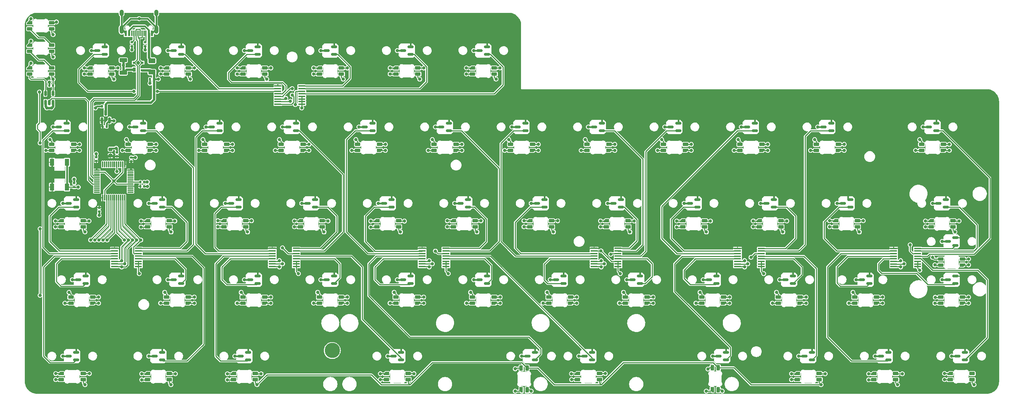
<source format=gbr>
G04 #@! TF.GenerationSoftware,KiCad,Pcbnew,(7.0.0)*
G04 #@! TF.CreationDate,2023-09-30T19:12:23+02:00*
G04 #@! TF.ProjectId,vootington gaming,766f6f74-696e-4677-946f-6e2067616d69,rev?*
G04 #@! TF.SameCoordinates,Original*
G04 #@! TF.FileFunction,Copper,L2,Bot*
G04 #@! TF.FilePolarity,Positive*
%FSLAX46Y46*%
G04 Gerber Fmt 4.6, Leading zero omitted, Abs format (unit mm)*
G04 Created by KiCad (PCBNEW (7.0.0)) date 2023-09-30 19:12:23*
%MOMM*%
%LPD*%
G01*
G04 APERTURE LIST*
G04 Aperture macros list*
%AMRoundRect*
0 Rectangle with rounded corners*
0 $1 Rounding radius*
0 $2 $3 $4 $5 $6 $7 $8 $9 X,Y pos of 4 corners*
0 Add a 4 corners polygon primitive as box body*
4,1,4,$2,$3,$4,$5,$6,$7,$8,$9,$2,$3,0*
0 Add four circle primitives for the rounded corners*
1,1,$1+$1,$2,$3*
1,1,$1+$1,$4,$5*
1,1,$1+$1,$6,$7*
1,1,$1+$1,$8,$9*
0 Add four rect primitives between the rounded corners*
20,1,$1+$1,$2,$3,$4,$5,0*
20,1,$1+$1,$4,$5,$6,$7,0*
20,1,$1+$1,$6,$7,$8,$9,0*
20,1,$1+$1,$8,$9,$2,$3,0*%
%AMFreePoly0*
4,1,18,-0.410000,0.593000,-0.403758,0.624380,-0.385983,0.650983,-0.359380,0.668758,-0.328000,0.675000,0.328000,0.675000,0.359380,0.668758,0.385983,0.650983,0.403758,0.624380,0.410000,0.593000,0.410000,-0.593000,0.403758,-0.624380,0.385983,-0.650983,0.359380,-0.668758,0.328000,-0.675000,0.000000,-0.675000,-0.410000,-0.265000,-0.410000,0.593000,-0.410000,0.593000,$1*%
G04 Aperture macros list end*
G04 #@! TA.AperFunction,ComponentPad*
%ADD10C,3.800000*%
G04 #@! TD*
G04 #@! TA.AperFunction,SMDPad,CuDef*
%ADD11RoundRect,0.082000X-0.328000X-0.593000X0.328000X-0.593000X0.328000X0.593000X-0.328000X0.593000X0*%
G04 #@! TD*
G04 #@! TA.AperFunction,SMDPad,CuDef*
%ADD12FreePoly0,0.000000*%
G04 #@! TD*
G04 #@! TA.AperFunction,SMDPad,CuDef*
%ADD13RoundRect,0.150000X0.150000X-0.512500X0.150000X0.512500X-0.150000X0.512500X-0.150000X-0.512500X0*%
G04 #@! TD*
G04 #@! TA.AperFunction,SMDPad,CuDef*
%ADD14RoundRect,0.150000X0.587500X0.150000X-0.587500X0.150000X-0.587500X-0.150000X0.587500X-0.150000X0*%
G04 #@! TD*
G04 #@! TA.AperFunction,SMDPad,CuDef*
%ADD15R,1.778000X0.419100*%
G04 #@! TD*
G04 #@! TA.AperFunction,SMDPad,CuDef*
%ADD16RoundRect,0.082000X-0.593000X0.328000X-0.593000X-0.328000X0.593000X-0.328000X0.593000X0.328000X0*%
G04 #@! TD*
G04 #@! TA.AperFunction,SMDPad,CuDef*
%ADD17FreePoly0,270.000000*%
G04 #@! TD*
G04 #@! TA.AperFunction,SMDPad,CuDef*
%ADD18RoundRect,0.082000X0.593000X-0.328000X0.593000X0.328000X-0.593000X0.328000X-0.593000X-0.328000X0*%
G04 #@! TD*
G04 #@! TA.AperFunction,SMDPad,CuDef*
%ADD19FreePoly0,90.000000*%
G04 #@! TD*
G04 #@! TA.AperFunction,SMDPad,CuDef*
%ADD20R,1.100000X1.800000*%
G04 #@! TD*
G04 #@! TA.AperFunction,SMDPad,CuDef*
%ADD21RoundRect,0.075000X0.662500X0.075000X-0.662500X0.075000X-0.662500X-0.075000X0.662500X-0.075000X0*%
G04 #@! TD*
G04 #@! TA.AperFunction,SMDPad,CuDef*
%ADD22RoundRect,0.075000X0.075000X0.662500X-0.075000X0.662500X-0.075000X-0.662500X0.075000X-0.662500X0*%
G04 #@! TD*
G04 #@! TA.AperFunction,SMDPad,CuDef*
%ADD23RoundRect,0.140000X0.140000X0.170000X-0.140000X0.170000X-0.140000X-0.170000X0.140000X-0.170000X0*%
G04 #@! TD*
G04 #@! TA.AperFunction,SMDPad,CuDef*
%ADD24RoundRect,0.135000X0.185000X-0.135000X0.185000X0.135000X-0.185000X0.135000X-0.185000X-0.135000X0*%
G04 #@! TD*
G04 #@! TA.AperFunction,SMDPad,CuDef*
%ADD25RoundRect,0.140000X-0.140000X-0.170000X0.140000X-0.170000X0.140000X0.170000X-0.140000X0.170000X0*%
G04 #@! TD*
G04 #@! TA.AperFunction,SMDPad,CuDef*
%ADD26R,0.700000X1.000000*%
G04 #@! TD*
G04 #@! TA.AperFunction,SMDPad,CuDef*
%ADD27R,0.700000X0.600000*%
G04 #@! TD*
G04 #@! TA.AperFunction,SMDPad,CuDef*
%ADD28RoundRect,0.140000X-0.170000X0.140000X-0.170000X-0.140000X0.170000X-0.140000X0.170000X0.140000X0*%
G04 #@! TD*
G04 #@! TA.AperFunction,SMDPad,CuDef*
%ADD29R,0.600000X1.450000*%
G04 #@! TD*
G04 #@! TA.AperFunction,SMDPad,CuDef*
%ADD30R,0.300000X1.450000*%
G04 #@! TD*
G04 #@! TA.AperFunction,ComponentPad*
%ADD31O,1.000000X1.600000*%
G04 #@! TD*
G04 #@! TA.AperFunction,ComponentPad*
%ADD32O,1.000000X2.100000*%
G04 #@! TD*
G04 #@! TA.AperFunction,SMDPad,CuDef*
%ADD33RoundRect,0.140000X0.170000X-0.140000X0.170000X0.140000X-0.170000X0.140000X-0.170000X-0.140000X0*%
G04 #@! TD*
G04 #@! TA.AperFunction,SMDPad,CuDef*
%ADD34RoundRect,0.250000X0.700000X-0.275000X0.700000X0.275000X-0.700000X0.275000X-0.700000X-0.275000X0*%
G04 #@! TD*
G04 #@! TA.AperFunction,SMDPad,CuDef*
%ADD35RoundRect,0.225000X0.250000X-0.225000X0.250000X0.225000X-0.250000X0.225000X-0.250000X-0.225000X0*%
G04 #@! TD*
G04 #@! TA.AperFunction,SMDPad,CuDef*
%ADD36RoundRect,0.150000X0.150000X-0.587500X0.150000X0.587500X-0.150000X0.587500X-0.150000X-0.587500X0*%
G04 #@! TD*
G04 #@! TA.AperFunction,SMDPad,CuDef*
%ADD37RoundRect,0.250000X-0.625000X0.375000X-0.625000X-0.375000X0.625000X-0.375000X0.625000X0.375000X0*%
G04 #@! TD*
G04 #@! TA.AperFunction,ViaPad*
%ADD38C,0.800000*%
G04 #@! TD*
G04 #@! TA.AperFunction,Conductor*
%ADD39C,0.250000*%
G04 #@! TD*
G04 #@! TA.AperFunction,Conductor*
%ADD40C,0.381000*%
G04 #@! TD*
G04 #@! TA.AperFunction,Conductor*
%ADD41C,0.600000*%
G04 #@! TD*
G04 APERTURE END LIST*
D10*
X103662500Y-97024000D03*
D11*
X152212750Y-101395000D03*
X150712750Y-101395000D03*
X152212750Y-106845000D03*
D12*
X150712749Y-106844999D03*
D13*
X34093250Y-35172250D03*
X33143250Y-35172250D03*
X32193250Y-35172250D03*
X32193250Y-32897250D03*
X34093250Y-32897250D03*
D14*
X258906250Y-68900000D03*
X258906250Y-70800000D03*
X257031250Y-69850000D03*
D15*
X210569635Y-71563904D03*
X210569635Y-72214144D03*
X210569635Y-72864384D03*
X210569635Y-73514624D03*
X210569635Y-74159784D03*
X210569635Y-74810024D03*
X210569635Y-75460264D03*
X210569635Y-76110504D03*
X204620955Y-76110504D03*
X204620955Y-75460264D03*
X204620955Y-74810024D03*
X204620955Y-74159784D03*
X204620955Y-73514624D03*
X204620955Y-72864384D03*
X204620955Y-72214144D03*
X204620955Y-71563904D03*
D16*
X41618750Y-104279000D03*
X41618750Y-102779000D03*
X36168750Y-104279000D03*
D17*
X36168749Y-102778999D03*
D14*
X201756250Y-97475000D03*
X201756250Y-99375000D03*
X199881250Y-98425000D03*
D18*
X109987500Y-45629000D03*
X109987500Y-47129000D03*
X115437500Y-45629000D03*
D19*
X115437499Y-47128999D03*
D14*
X39831250Y-97475000D03*
X39831250Y-99375000D03*
X37956250Y-98425000D03*
D18*
X38550000Y-83729000D03*
X38550000Y-85229000D03*
X44000000Y-83729000D03*
D19*
X43999999Y-85228999D03*
D14*
X151750000Y-40325000D03*
X151750000Y-42225000D03*
X149875000Y-41275000D03*
D18*
X214762500Y-83729000D03*
X214762500Y-85229000D03*
X220212500Y-83729000D03*
D19*
X220212499Y-85228999D03*
D16*
X263075000Y-104279000D03*
X263075000Y-102779000D03*
X257625000Y-104279000D03*
D17*
X257624999Y-102778999D03*
D14*
X85075000Y-78425000D03*
X85075000Y-80325000D03*
X83200000Y-79375000D03*
X120793750Y-97475000D03*
X120793750Y-99375000D03*
X118918750Y-98425000D03*
D20*
X33868749Y-50081249D03*
X33868749Y-56281249D03*
X37568749Y-50081249D03*
X37568749Y-56281249D03*
D21*
X53375000Y-52018750D03*
X53375000Y-52518750D03*
X53375000Y-53018750D03*
X53375000Y-53518750D03*
X53375000Y-54018750D03*
X53375000Y-54518750D03*
X53375000Y-55018750D03*
X53375000Y-55518750D03*
X53375000Y-56018750D03*
X53375000Y-56518750D03*
X53375000Y-57018750D03*
X53375000Y-57518750D03*
D22*
X51962500Y-58931250D03*
X51462500Y-58931250D03*
X50962500Y-58931250D03*
X50462500Y-58931250D03*
X49962500Y-58931250D03*
X49462500Y-58931250D03*
X48962500Y-58931250D03*
X48462500Y-58931250D03*
X47962500Y-58931250D03*
X47462500Y-58931250D03*
X46962500Y-58931250D03*
X46462500Y-58931250D03*
D21*
X45050000Y-57518750D03*
X45050000Y-57018750D03*
X45050000Y-56518750D03*
X45050000Y-56018750D03*
X45050000Y-55518750D03*
X45050000Y-55018750D03*
X45050000Y-54518750D03*
X45050000Y-54018750D03*
X45050000Y-53518750D03*
X45050000Y-53018750D03*
X45050000Y-52518750D03*
X45050000Y-52018750D03*
D22*
X46462500Y-50606250D03*
X46962500Y-50606250D03*
X47462500Y-50606250D03*
X47962500Y-50606250D03*
X48462500Y-50606250D03*
X48962500Y-50606250D03*
X49462500Y-50606250D03*
X49962500Y-50606250D03*
X50462500Y-50606250D03*
X50962500Y-50606250D03*
X51462500Y-50606250D03*
X51962500Y-50606250D03*
D18*
X186187500Y-45629000D03*
X186187500Y-47129000D03*
X191637500Y-45629000D03*
D19*
X191637499Y-47128999D03*
D23*
X59217500Y-29368750D03*
X58257500Y-29368750D03*
D16*
X84481250Y-104279000D03*
X84481250Y-102779000D03*
X79031250Y-104279000D03*
D17*
X79031249Y-102778999D03*
D16*
X33737500Y-16790000D03*
X33737500Y-15290000D03*
X28287500Y-16790000D03*
D17*
X28287499Y-15289999D03*
D24*
X53721589Y-21147501D03*
X53721589Y-20127501D03*
D25*
X55866106Y-54997317D03*
X56826106Y-54997317D03*
D16*
X63050000Y-66179000D03*
X63050000Y-64679000D03*
X57600000Y-66179000D03*
D17*
X57599999Y-64678999D03*
D16*
X101150000Y-66179000D03*
X101150000Y-64679000D03*
X95700000Y-66179000D03*
D17*
X95699999Y-64678999D03*
D14*
X199375000Y-78425000D03*
X199375000Y-80325000D03*
X197500000Y-79375000D03*
X137462500Y-59375000D03*
X137462500Y-61275000D03*
X135587500Y-60325000D03*
D26*
X54309088Y-26943749D03*
D27*
X54309088Y-25243749D03*
X56309088Y-25243749D03*
X56309088Y-27143749D03*
D14*
X227950000Y-40325000D03*
X227950000Y-42225000D03*
X226075000Y-41275000D03*
X256525000Y-59375000D03*
X256525000Y-61275000D03*
X254650000Y-60325000D03*
X156512500Y-59375000D03*
X156512500Y-61275000D03*
X154637500Y-60325000D03*
D25*
X46250752Y-36145933D03*
X47210752Y-36145933D03*
D14*
X66025000Y-21275000D03*
X66025000Y-23175000D03*
X64150000Y-22225000D03*
D18*
X71887500Y-45629000D03*
X71887500Y-47129000D03*
X77337500Y-45629000D03*
D19*
X77337499Y-47128999D03*
D16*
X120200000Y-66179000D03*
X120200000Y-64679000D03*
X114750000Y-66179000D03*
D17*
X114749999Y-64678999D03*
D16*
X215450000Y-66179000D03*
X215450000Y-64679000D03*
X210000000Y-66179000D03*
D17*
X209999999Y-64678999D03*
D16*
X33737500Y-28055000D03*
X33737500Y-26555000D03*
X28287500Y-28055000D03*
D17*
X28287499Y-26554999D03*
D18*
X255243750Y-74204000D03*
X255243750Y-75704000D03*
X260693750Y-74204000D03*
D19*
X260693749Y-75703999D03*
D14*
X123175000Y-21275000D03*
X123175000Y-23175000D03*
X121300000Y-22225000D03*
X142225000Y-78425000D03*
X142225000Y-80325000D03*
X140350000Y-79375000D03*
D18*
X33787500Y-45629000D03*
X33787500Y-47129000D03*
X39237500Y-45629000D03*
D19*
X39237499Y-47128999D03*
D14*
X132700000Y-40325000D03*
X132700000Y-42225000D03*
X130825000Y-41275000D03*
D25*
X55859704Y-56073622D03*
X56819704Y-56073622D03*
D16*
X67812500Y-28079000D03*
X67812500Y-26579000D03*
X62362500Y-28079000D03*
D17*
X62362499Y-26578999D03*
D14*
X154131250Y-97475000D03*
X154131250Y-99375000D03*
X152256250Y-98425000D03*
D24*
X57037122Y-21176841D03*
X57037122Y-20156841D03*
D16*
X41618750Y-66179000D03*
X41618750Y-64679000D03*
X36168750Y-66179000D03*
D17*
X36168749Y-64678999D03*
D18*
X195712500Y-83729000D03*
X195712500Y-85229000D03*
X201162500Y-83729000D03*
D19*
X201162499Y-85228999D03*
D14*
X123175000Y-78425000D03*
X123175000Y-80325000D03*
X121300000Y-79375000D03*
D18*
X224287500Y-45629000D03*
X224287500Y-47129000D03*
X229737500Y-45629000D03*
D19*
X229737499Y-47128999D03*
D14*
X82693750Y-97475000D03*
X82693750Y-99375000D03*
X80818750Y-98425000D03*
D28*
X45574303Y-61406884D03*
X45574303Y-62366884D03*
D11*
X199825749Y-101338000D03*
X198325749Y-101338000D03*
X199825749Y-106788000D03*
D12*
X198325748Y-106787999D03*
D14*
X180325000Y-78425000D03*
X180325000Y-80325000D03*
X178450000Y-79375000D03*
X104125000Y-21275000D03*
X104125000Y-23175000D03*
X102250000Y-22225000D03*
D16*
X144012500Y-28079000D03*
X144012500Y-26579000D03*
X138562500Y-28079000D03*
D17*
X138562499Y-26578999D03*
D14*
X66025000Y-78425000D03*
X66025000Y-80325000D03*
X64150000Y-79375000D03*
D15*
X55361839Y-71545449D03*
X55361839Y-72195689D03*
X55361839Y-72845929D03*
X55361839Y-73496169D03*
X55361839Y-74141329D03*
X55361839Y-74791569D03*
X55361839Y-75441809D03*
X55361839Y-76092049D03*
X49413159Y-76092049D03*
X49413159Y-75441809D03*
X49413159Y-74791569D03*
X49413159Y-74141329D03*
X49413159Y-73496169D03*
X49413159Y-72845929D03*
X49413159Y-72195689D03*
X49413159Y-71545449D03*
D14*
X37450000Y-40325000D03*
X37450000Y-42225000D03*
X35575000Y-41275000D03*
X237475000Y-78425000D03*
X237475000Y-80325000D03*
X235600000Y-79375000D03*
X261287500Y-97475000D03*
X261287500Y-99375000D03*
X259412500Y-98425000D03*
X61262500Y-97475000D03*
X61262500Y-99375000D03*
X59387500Y-98425000D03*
X113650000Y-40325000D03*
X113650000Y-42225000D03*
X111775000Y-41275000D03*
X104125000Y-78425000D03*
X104125000Y-80325000D03*
X102250000Y-79375000D03*
X56500000Y-40325000D03*
X56500000Y-42225000D03*
X54625000Y-41275000D03*
D29*
X52248999Y-17935624D03*
X53048999Y-17935624D03*
D30*
X54248999Y-17935624D03*
X55248999Y-17935624D03*
X55748999Y-17935624D03*
X56748999Y-17935624D03*
D29*
X57948999Y-17935624D03*
X58748999Y-17935624D03*
X58748999Y-17935624D03*
X57948999Y-17935624D03*
D30*
X57248999Y-17935624D03*
X56248999Y-17935624D03*
X54748999Y-17935624D03*
X53748999Y-17935624D03*
D29*
X53048999Y-17935624D03*
X52248999Y-17935624D03*
D31*
X51178999Y-12840624D03*
D32*
X51178999Y-17020624D03*
D31*
X59818999Y-12840624D03*
D32*
X59818999Y-17020624D03*
D14*
X170800000Y-40325000D03*
X170800000Y-42225000D03*
X168925000Y-41275000D03*
D16*
X124962500Y-28079000D03*
X124962500Y-26579000D03*
X119512500Y-28079000D03*
D17*
X119512499Y-26578999D03*
D15*
X96043749Y-31064199D03*
X96043749Y-31714439D03*
X96043749Y-32364679D03*
X96043749Y-33014919D03*
X96043749Y-33660079D03*
X96043749Y-34310319D03*
X96043749Y-34960559D03*
X96043749Y-35610799D03*
X90095069Y-35610799D03*
X90095069Y-34960559D03*
X90095069Y-34310319D03*
X90095069Y-33660079D03*
X90095069Y-33014919D03*
X90095069Y-32364679D03*
X90095069Y-31714439D03*
X90095069Y-31064199D03*
D14*
X223187500Y-97475000D03*
X223187500Y-99375000D03*
X221312500Y-98425000D03*
D16*
X224975000Y-104279000D03*
X224975000Y-102779000D03*
X219525000Y-104279000D03*
D17*
X219524999Y-102778999D03*
D15*
X174850885Y-71543434D03*
X174850885Y-72193674D03*
X174850885Y-72843914D03*
X174850885Y-73494154D03*
X174850885Y-74139314D03*
X174850885Y-74789554D03*
X174850885Y-75439794D03*
X174850885Y-76090034D03*
X168902205Y-76090034D03*
X168902205Y-75439794D03*
X168902205Y-74789554D03*
X168902205Y-74139314D03*
X168902205Y-73494154D03*
X168902205Y-72843914D03*
X168902205Y-72193674D03*
X168902205Y-71543434D03*
D18*
X250481250Y-45629000D03*
X250481250Y-47129000D03*
X255931250Y-45629000D03*
D19*
X255931249Y-47128999D03*
D16*
X82100000Y-66179000D03*
X82100000Y-64679000D03*
X76650000Y-66179000D03*
D17*
X76649999Y-64678999D03*
D14*
X61262500Y-59375000D03*
X61262500Y-61275000D03*
X59387500Y-60325000D03*
X80312500Y-59375000D03*
X80312500Y-61275000D03*
X78437500Y-60325000D03*
D33*
X44848806Y-49792201D03*
X44848806Y-48832201D03*
D16*
X234500000Y-66179000D03*
X234500000Y-64679000D03*
X229050000Y-66179000D03*
D17*
X229049999Y-64678999D03*
D16*
X86862500Y-28079000D03*
X86862500Y-26579000D03*
X81412500Y-28079000D03*
D17*
X81412499Y-26578999D03*
D14*
X118412500Y-59375000D03*
X118412500Y-61275000D03*
X116537500Y-60325000D03*
D33*
X50006250Y-48582962D03*
X50006250Y-47622962D03*
D14*
X175562500Y-59375000D03*
X175562500Y-61275000D03*
X173687500Y-60325000D03*
D23*
X47456127Y-41181945D03*
X46496127Y-41181945D03*
D18*
X205237500Y-45629000D03*
X205237500Y-47129000D03*
X210687500Y-45629000D03*
D19*
X210687499Y-47128999D03*
D24*
X39379783Y-56280538D03*
X39379783Y-55260538D03*
D18*
X129037500Y-45629000D03*
X129037500Y-47129000D03*
X134487500Y-45629000D03*
D19*
X134487499Y-47128999D03*
D16*
X158300000Y-66179000D03*
X158300000Y-64679000D03*
X152850000Y-66179000D03*
D17*
X152849999Y-64678999D03*
D18*
X100462500Y-83729000D03*
X100462500Y-85229000D03*
X105912500Y-83729000D03*
D19*
X105912499Y-85228999D03*
D18*
X233812500Y-83729000D03*
X233812500Y-85229000D03*
X239262500Y-83729000D03*
D19*
X239262499Y-85228999D03*
D18*
X90937500Y-45629000D03*
X90937500Y-47129000D03*
X96387500Y-45629000D03*
D19*
X96387499Y-47128999D03*
D15*
X249463385Y-71563904D03*
X249463385Y-72214144D03*
X249463385Y-72864384D03*
X249463385Y-73514624D03*
X249463385Y-74159784D03*
X249463385Y-74810024D03*
X249463385Y-75460264D03*
X249463385Y-76110504D03*
X243514705Y-76110504D03*
X243514705Y-75460264D03*
X243514705Y-74810024D03*
X243514705Y-74159784D03*
X243514705Y-73514624D03*
X243514705Y-72864384D03*
X243514705Y-72214144D03*
X243514705Y-71563904D03*
D16*
X105912500Y-28079000D03*
X105912500Y-26579000D03*
X100462500Y-28079000D03*
D17*
X100462499Y-26578999D03*
D16*
X33737500Y-22422500D03*
X33737500Y-20922500D03*
X28287500Y-22422500D03*
D17*
X28287499Y-20922499D03*
D34*
X51593750Y-27768750D03*
X51593750Y-24618750D03*
D16*
X244025000Y-104279000D03*
X244025000Y-102779000D03*
X238575000Y-104279000D03*
D17*
X238574999Y-102778999D03*
D18*
X81412500Y-83729000D03*
X81412500Y-85229000D03*
X86862500Y-83729000D03*
D19*
X86862499Y-85228999D03*
D18*
X255243750Y-83729000D03*
X255243750Y-85229000D03*
X260693750Y-83729000D03*
D19*
X260693749Y-85228999D03*
D18*
X157612500Y-83729000D03*
X157612500Y-85229000D03*
X163062500Y-83729000D03*
D19*
X163062499Y-85228999D03*
D33*
X53577271Y-49854806D03*
X53577271Y-48894806D03*
D18*
X138562500Y-83729000D03*
X138562500Y-85229000D03*
X144012500Y-83729000D03*
D19*
X144012499Y-85228999D03*
D14*
X39831250Y-59375000D03*
X39831250Y-61275000D03*
X37956250Y-60325000D03*
X94600000Y-40325000D03*
X94600000Y-42225000D03*
X92725000Y-41275000D03*
X189850000Y-40325000D03*
X189850000Y-42225000D03*
X187975000Y-41275000D03*
X242237500Y-97475000D03*
X242237500Y-99375000D03*
X240362500Y-98425000D03*
D18*
X167137500Y-45629000D03*
X167137500Y-47129000D03*
X172587500Y-45629000D03*
D19*
X172587499Y-47128999D03*
D14*
X232712500Y-59375000D03*
X232712500Y-61275000D03*
X230837500Y-60325000D03*
X99362500Y-59375000D03*
X99362500Y-61275000D03*
X97487500Y-60325000D03*
X168418750Y-97475000D03*
X168418750Y-99375000D03*
X166543750Y-98425000D03*
D16*
X139250000Y-66179000D03*
X139250000Y-64679000D03*
X133800000Y-66179000D03*
D17*
X133799999Y-64678999D03*
D14*
X218425000Y-78425000D03*
X218425000Y-80325000D03*
X216550000Y-79375000D03*
X254143750Y-40325000D03*
X254143750Y-42225000D03*
X252268750Y-41275000D03*
D18*
X148087500Y-45629000D03*
X148087500Y-47129000D03*
X153537500Y-45629000D03*
D19*
X153537499Y-47128999D03*
D14*
X213662500Y-59375000D03*
X213662500Y-61275000D03*
X211787500Y-60325000D03*
D16*
X258312500Y-66179000D03*
X258312500Y-64679000D03*
X252862500Y-66179000D03*
D17*
X252862499Y-64678999D03*
D16*
X177350000Y-66179000D03*
X177350000Y-64679000D03*
X171900000Y-66179000D03*
D17*
X171899999Y-64678999D03*
D35*
X48418750Y-48400000D03*
X48418750Y-46850000D03*
D14*
X46975000Y-21275000D03*
X46975000Y-23175000D03*
X45100000Y-22225000D03*
D18*
X119512500Y-83729000D03*
X119512500Y-85229000D03*
X124962500Y-83729000D03*
D19*
X124962499Y-85228999D03*
D14*
X194612500Y-59375000D03*
X194612500Y-61275000D03*
X192737500Y-60325000D03*
X161275000Y-78425000D03*
X161275000Y-80325000D03*
X159400000Y-79375000D03*
X42212500Y-78425000D03*
X42212500Y-80325000D03*
X40337500Y-79375000D03*
D15*
X94682135Y-71545449D03*
X94682135Y-72195689D03*
X94682135Y-72845929D03*
X94682135Y-73496169D03*
X94682135Y-74141329D03*
X94682135Y-74791569D03*
X94682135Y-75441809D03*
X94682135Y-76092049D03*
X88733455Y-76092049D03*
X88733455Y-75441809D03*
X88733455Y-74791569D03*
X88733455Y-74141329D03*
X88733455Y-73496169D03*
X88733455Y-72845929D03*
X88733455Y-72195689D03*
X88733455Y-71545449D03*
D14*
X258906250Y-78425000D03*
X258906250Y-80325000D03*
X257031250Y-79375000D03*
X85075000Y-21275000D03*
X85075000Y-23175000D03*
X83200000Y-22225000D03*
D15*
X131988385Y-71543434D03*
X131988385Y-72193674D03*
X131988385Y-72843914D03*
X131988385Y-73494154D03*
X131988385Y-74139314D03*
X131988385Y-74789554D03*
X131988385Y-75439794D03*
X131988385Y-76090034D03*
X126039705Y-76090034D03*
X126039705Y-75439794D03*
X126039705Y-74789554D03*
X126039705Y-74139314D03*
X126039705Y-73494154D03*
X126039705Y-72843914D03*
X126039705Y-72193674D03*
X126039705Y-71543434D03*
D25*
X33171250Y-30956250D03*
X34131250Y-30956250D03*
D14*
X208900000Y-40325000D03*
X208900000Y-42225000D03*
X207025000Y-41275000D03*
D36*
X48187212Y-39635873D03*
X46287212Y-39635873D03*
X47237212Y-37760873D03*
D16*
X170206250Y-104279000D03*
X170206250Y-102779000D03*
X164756250Y-104279000D03*
D17*
X164756249Y-102778999D03*
D37*
X58737500Y-24793750D03*
X58737500Y-27593750D03*
D16*
X48762500Y-28079000D03*
X48762500Y-26579000D03*
X43312500Y-28079000D03*
D17*
X43312499Y-26578999D03*
D18*
X52837500Y-45629000D03*
X52837500Y-47129000D03*
X58287500Y-45629000D03*
D19*
X58287499Y-47128999D03*
D14*
X142225000Y-21275000D03*
X142225000Y-23175000D03*
X140350000Y-22225000D03*
X75550000Y-40325000D03*
X75550000Y-42225000D03*
X73675000Y-41275000D03*
D18*
X176662500Y-83729000D03*
X176662500Y-85229000D03*
X182112500Y-83729000D03*
D19*
X182112499Y-85228999D03*
D18*
X62362500Y-83729000D03*
X62362500Y-85229000D03*
X67812500Y-83729000D03*
D19*
X67812499Y-85228999D03*
D16*
X63050000Y-104279000D03*
X63050000Y-102779000D03*
X57600000Y-104279000D03*
D17*
X57599999Y-102778999D03*
D16*
X196400000Y-66179000D03*
X196400000Y-64679000D03*
X190950000Y-66179000D03*
D17*
X190949999Y-64678999D03*
D16*
X122581250Y-104279000D03*
X122581250Y-102779000D03*
X117131250Y-104279000D03*
D17*
X117131249Y-102778999D03*
D38*
X211137500Y-77852846D03*
X175418750Y-77852846D03*
X95250000Y-77852846D03*
X55562500Y-14287500D03*
X33161691Y-30093250D03*
X32543750Y-36512500D03*
X33733366Y-36512500D03*
X30869887Y-83253275D03*
X93662500Y-31750000D03*
X92075000Y-34131250D03*
X93235088Y-34878338D03*
X93662500Y-33337500D03*
X94456250Y-35718750D03*
X60117000Y-32400611D03*
X54264856Y-32398821D03*
X30725044Y-32543750D03*
X44469891Y-69465606D03*
X44655249Y-36512500D03*
X96043750Y-36512500D03*
X30872000Y-66675000D03*
X30872000Y-45243750D03*
X262159750Y-85217000D03*
X262159750Y-83729334D03*
X247650000Y-70643750D03*
X120666149Y-67476587D03*
X139716149Y-67476587D03*
X176212500Y-82550000D03*
X214312500Y-82550000D03*
X42068750Y-67468750D03*
X49228649Y-29376587D03*
X63516149Y-67476587D03*
X258762500Y-67468750D03*
X68278649Y-29376587D03*
X225425000Y-105568750D03*
X195262500Y-82550000D03*
X196866149Y-67476587D03*
X233362500Y-82550000D03*
X63500000Y-105568750D03*
X52387500Y-44450000D03*
X34131250Y-18256250D03*
X119062500Y-82550000D03*
X147637500Y-44450000D03*
X71437500Y-44450000D03*
X38100000Y-82550000D03*
X125428649Y-29376587D03*
X250031250Y-44450000D03*
X84931250Y-105568750D03*
X253206250Y-73818750D03*
X60325000Y-29368750D03*
X144462500Y-29368750D03*
X158766149Y-67476587D03*
X61912500Y-82550000D03*
X82566149Y-67476587D03*
X215916149Y-67476587D03*
X223837500Y-44450000D03*
X33337500Y-44450000D03*
X42068750Y-105568750D03*
X34131250Y-29368750D03*
X109537500Y-44450000D03*
X250031250Y-44450000D03*
X90487500Y-44450000D03*
X204787500Y-44450000D03*
X100012500Y-82550000D03*
X263525000Y-105568750D03*
X157162500Y-82550000D03*
X177816149Y-67476587D03*
X166687500Y-44450000D03*
X185737500Y-44450000D03*
X101616149Y-67476587D03*
X138112500Y-82550000D03*
X128587500Y-44450000D03*
X244475000Y-105568750D03*
X80962500Y-82550000D03*
X234966149Y-67476587D03*
X34131250Y-23812500D03*
X106378649Y-29376587D03*
X87328649Y-29376587D03*
X34131250Y-41275000D03*
X250031250Y-76993750D03*
X57593452Y-56074907D03*
X134143750Y-60325000D03*
X40703500Y-47117000D03*
X72231250Y-41275000D03*
X97853500Y-47117000D03*
X53181250Y-41275000D03*
X202628500Y-85217000D03*
X62706250Y-22225000D03*
X183578500Y-85217000D03*
X117475000Y-98425000D03*
X151407694Y-64688560D03*
X75165166Y-64681674D03*
X218051796Y-102817213D03*
X56065792Y-64736411D03*
X155003500Y-47117000D03*
X170618675Y-72193675D03*
X119856250Y-79375000D03*
X117475000Y-98425000D03*
X250825000Y-41275000D03*
X215106250Y-79375000D03*
X137091505Y-26575155D03*
X45466000Y-85217000D03*
X119856250Y-79375000D03*
X237294441Y-102826775D03*
X212153500Y-47117000D03*
X57580159Y-54998130D03*
X186531250Y-41275000D03*
X118057654Y-26582992D03*
X229393750Y-60325000D03*
X96043750Y-60325000D03*
X81756250Y-79375000D03*
X34131250Y-41275000D03*
X62706250Y-79375000D03*
X60907654Y-26582992D03*
X34676825Y-64725845D03*
X148431250Y-41275000D03*
X78803500Y-47117000D03*
X174053500Y-47117000D03*
X88328500Y-85217000D03*
X110331250Y-41275000D03*
X129381250Y-41275000D03*
X253867831Y-83746645D03*
X219868750Y-98425000D03*
X55562500Y-77852846D03*
X238918750Y-98425000D03*
X76993750Y-60325000D03*
X77558776Y-102835094D03*
X224631250Y-41275000D03*
X57943750Y-98425000D03*
X167481250Y-41275000D03*
X227545463Y-64662224D03*
X221678500Y-85217000D03*
X231203500Y-47117000D03*
X164528500Y-85217000D03*
X53181250Y-41275000D03*
X100806250Y-79375000D03*
X115093750Y-60325000D03*
X57943750Y-60325000D03*
X255587500Y-69850000D03*
X49212500Y-39752846D03*
X257968750Y-98425000D03*
X100806250Y-79375000D03*
X79957654Y-26582992D03*
X34761802Y-102793287D03*
X36512500Y-60325000D03*
X36512500Y-60325000D03*
X76993750Y-60325000D03*
X132556250Y-77852846D03*
X219868750Y-98425000D03*
X165100000Y-98425000D03*
X262159750Y-75692000D03*
X157956250Y-79375000D03*
X36512500Y-98425000D03*
X116903500Y-47117000D03*
X58262794Y-30405646D03*
X177006250Y-79375000D03*
X177006250Y-79375000D03*
X208520000Y-64710598D03*
X110331250Y-41275000D03*
X28575000Y-19843750D03*
X53727246Y-22029988D03*
X38893750Y-79375000D03*
X57943750Y-60325000D03*
X257968750Y-98425000D03*
X157956250Y-79375000D03*
X49818017Y-46588115D03*
X191293750Y-60325000D03*
X153193750Y-60325000D03*
X99007654Y-26582992D03*
X255587500Y-79375000D03*
X229393750Y-60325000D03*
X100806250Y-22225000D03*
X215106250Y-79375000D03*
X79375000Y-98425000D03*
X165100000Y-98425000D03*
X96043750Y-60325000D03*
X198437500Y-98425000D03*
X234156250Y-79375000D03*
X138906250Y-79375000D03*
X44847728Y-47985388D03*
X134143750Y-60325000D03*
X49212500Y-54768750D03*
X81756250Y-79375000D03*
X251417155Y-64714326D03*
X145478500Y-85217000D03*
X205581250Y-41275000D03*
X148431250Y-41275000D03*
X115643164Y-102803683D03*
X172243750Y-60325000D03*
X79375000Y-98425000D03*
X91281250Y-41275000D03*
X153193750Y-60325000D03*
X107378500Y-85217000D03*
X170468864Y-64710598D03*
X57943750Y-98425000D03*
X28575000Y-25400000D03*
X45574303Y-63315344D03*
X41857654Y-26582992D03*
X238918750Y-98425000D03*
X72231250Y-41275000D03*
X138906250Y-22225000D03*
X167481250Y-41275000D03*
X253206250Y-60325000D03*
X113254553Y-64768221D03*
X150812500Y-98425000D03*
X210343750Y-60325000D03*
X172243750Y-60325000D03*
X138906250Y-79375000D03*
X186531250Y-41275000D03*
X91281250Y-41275000D03*
X36512500Y-98425000D03*
X253206250Y-60325000D03*
X196056250Y-79375000D03*
X250825000Y-41275000D03*
X69278500Y-85217000D03*
X119856250Y-22225000D03*
X51593750Y-25858492D03*
X234156250Y-79375000D03*
X240728500Y-85217000D03*
X43656250Y-22225000D03*
X81756250Y-22225000D03*
X255587500Y-79375000D03*
X196850000Y-107156250D03*
X38893750Y-79375000D03*
X115093750Y-60325000D03*
X256211185Y-102778787D03*
X193103500Y-47117000D03*
X129381250Y-41275000D03*
X54603119Y-48882362D03*
X149225000Y-107156250D03*
X62706250Y-79375000D03*
X163254694Y-102812468D03*
X205581250Y-41275000D03*
X59753500Y-47117000D03*
X56179568Y-102837221D03*
X189499106Y-64733776D03*
X198437500Y-98425000D03*
X257397250Y-47117000D03*
X126428500Y-85217000D03*
X57049500Y-22040311D03*
X132345154Y-64682992D03*
X196056250Y-79375000D03*
X94249611Y-64705077D03*
X191293750Y-60325000D03*
X210343750Y-60325000D03*
X135953500Y-47117000D03*
X28575000Y-14287500D03*
X39363551Y-54286517D03*
X66025216Y-77128346D03*
X156512716Y-58078346D03*
X227950216Y-39028346D03*
X118412716Y-58078346D03*
X66025216Y-19978346D03*
X37450216Y-39028346D03*
X260307055Y-68900000D03*
X260393000Y-78467970D03*
X94600216Y-39028346D03*
X232114889Y-58080384D03*
X213662716Y-58078346D03*
X142225216Y-19978346D03*
X104125216Y-77128346D03*
X61262716Y-96178346D03*
X104125216Y-19978346D03*
X170800216Y-39028346D03*
X120793966Y-96178346D03*
X218425216Y-77128346D03*
X154131466Y-96178346D03*
X80312716Y-58078346D03*
X52003000Y-48854048D03*
X194612716Y-58078346D03*
X137462716Y-58078346D03*
X75550216Y-39028346D03*
X223187716Y-96178346D03*
X85075216Y-19978346D03*
X180325216Y-77128346D03*
X45883678Y-60295009D03*
X208900216Y-39028346D03*
X142225216Y-77128346D03*
X189850216Y-39028346D03*
X151750216Y-39028346D03*
X199375216Y-77128346D03*
X85075216Y-77128346D03*
X61262716Y-58078346D03*
X123175216Y-77128346D03*
X175562716Y-58078346D03*
X46975216Y-19978346D03*
X161275216Y-77128346D03*
X53571724Y-50422772D03*
X123175216Y-19978346D03*
X99362716Y-58078346D03*
X82693966Y-96178346D03*
X42212716Y-77128346D03*
X56500216Y-39028346D03*
X39831466Y-58078346D03*
X132700216Y-39028346D03*
X256525216Y-58078346D03*
X261287716Y-96178346D03*
X201756466Y-96178346D03*
X168418966Y-96178346D03*
X113650216Y-39028346D03*
X242237716Y-96178346D03*
X237475216Y-77128346D03*
X54768750Y-56018750D03*
X44816711Y-50889504D03*
X39831466Y-96178346D03*
X254143966Y-39028346D03*
X47586765Y-69487397D03*
X203771500Y-47117000D03*
X193103500Y-45629334D03*
X140727154Y-64682992D03*
X151407694Y-66176226D03*
X262159750Y-74204334D03*
X259799155Y-64714326D03*
X145478500Y-83729334D03*
X156146500Y-85217000D03*
X37084000Y-85217000D03*
X34761802Y-104280953D03*
X163290250Y-104267000D03*
X149225000Y-101600000D03*
X174053500Y-45629334D03*
X184721500Y-47117000D03*
X121636553Y-64768221D03*
X132345154Y-66170658D03*
X175196500Y-85217000D03*
X164528500Y-83729334D03*
X153193750Y-107156250D03*
X124025164Y-102803683D03*
X43457840Y-69453058D03*
X207962500Y-73818750D03*
X90487500Y-74612500D03*
X51838145Y-69492566D03*
X245268750Y-74612500D03*
X51167204Y-74612500D03*
X206375000Y-74612500D03*
X127793750Y-74612500D03*
X170656250Y-74612500D03*
X51960954Y-75406250D03*
X171450000Y-75406250D03*
X128587500Y-75406250D03*
X246062500Y-75406250D03*
X91281250Y-75406250D03*
X52877060Y-69506883D03*
X207168750Y-75406250D03*
X173037500Y-73025000D03*
X127793750Y-76200000D03*
X170656250Y-76200000D03*
X90487500Y-76200000D03*
X51167204Y-76200000D03*
X53899758Y-69504982D03*
X206375000Y-76200000D03*
X245268750Y-76200000D03*
X32321500Y-47117000D03*
X34676825Y-66213511D03*
X40715779Y-45622085D03*
X51383500Y-47129000D03*
X70421500Y-47117000D03*
X59753500Y-45629334D03*
X89471500Y-47117000D03*
X78803500Y-45629334D03*
X108521500Y-47117000D03*
X97853500Y-45629334D03*
X127571500Y-47117000D03*
X116903500Y-45629334D03*
X146621500Y-47117000D03*
X135953500Y-45629334D03*
X165671500Y-47117000D03*
X155003500Y-45629334D03*
X212153500Y-45629334D03*
X222821500Y-47117000D03*
X249015250Y-47117000D03*
X231203500Y-45629334D03*
X102631611Y-64705077D03*
X113254553Y-66255887D03*
X94249611Y-66192743D03*
X83547166Y-64681674D03*
X64447792Y-64736411D03*
X75165166Y-66169340D03*
X56065792Y-66224077D03*
X43058825Y-64725845D03*
X251417155Y-66201992D03*
X235927463Y-64662224D03*
X216902000Y-64710598D03*
X227545463Y-66149890D03*
X197881106Y-64733776D03*
X208520000Y-66198264D03*
X178850864Y-64710598D03*
X189499106Y-66221442D03*
X159789694Y-64688560D03*
X170468864Y-66198264D03*
X183578500Y-83729334D03*
X194246500Y-85217000D03*
X213296500Y-85217000D03*
X202628500Y-83729334D03*
X221678500Y-83729334D03*
X232346500Y-85217000D03*
X253777750Y-75692000D03*
X240728500Y-83729334D03*
X45466000Y-83729334D03*
X60896500Y-85217000D03*
X69278500Y-83729334D03*
X79946500Y-85217000D03*
X98996500Y-85217000D03*
X88328500Y-83729334D03*
X107378500Y-83729334D03*
X118046500Y-85217000D03*
X137096500Y-85217000D03*
X126428500Y-83729334D03*
X85940776Y-102835094D03*
X115643164Y-104291349D03*
X77558776Y-104322760D03*
X64561568Y-102837221D03*
X56179568Y-104324887D03*
X43143802Y-102793287D03*
X253777750Y-85217000D03*
X256211185Y-104266453D03*
X245662542Y-102835094D03*
X237280542Y-104322760D03*
X226433796Y-102817213D03*
X218051796Y-104304879D03*
X197260955Y-101671773D03*
X200818750Y-107156250D03*
X171672250Y-102779334D03*
X129381250Y-72231250D03*
X45525152Y-69499813D03*
X91281250Y-71437500D03*
X46547850Y-69501714D03*
X54955019Y-69470775D03*
X50006250Y-52387500D03*
X40396738Y-56280537D03*
X55967070Y-69458227D03*
X257397250Y-45629334D03*
X145473505Y-26575155D03*
X137091505Y-28062821D03*
X126439654Y-26582992D03*
X118057654Y-28070658D03*
X107389654Y-26582992D03*
X99007654Y-28070658D03*
X88339654Y-26582992D03*
X79957654Y-28070658D03*
X69289654Y-26582992D03*
X60907654Y-28070658D03*
X50239654Y-26582992D03*
X34925000Y-15081250D03*
X41857654Y-28070658D03*
D39*
X210569636Y-77284982D02*
X211137500Y-77852846D01*
X210569636Y-75460265D02*
X210569636Y-77284982D01*
X174850886Y-77284982D02*
X175418750Y-77852846D01*
X174850886Y-75439795D02*
X174850886Y-77284982D01*
X94682136Y-77284982D02*
X95250000Y-77852846D01*
X94682136Y-74791570D02*
X94682136Y-77284982D01*
D40*
X59819000Y-16470625D02*
X57635875Y-14287500D01*
X59819000Y-17020625D02*
X59819000Y-16470625D01*
X57635875Y-14287500D02*
X55562500Y-14287500D01*
X53362125Y-14287500D02*
X55562500Y-14287500D01*
X51179000Y-16470625D02*
X53362125Y-14287500D01*
X51179000Y-17020625D02*
X51179000Y-16470625D01*
X59819000Y-17020625D02*
X59819000Y-12990500D01*
X51179000Y-17020625D02*
X51179000Y-12990500D01*
X51334000Y-17020625D02*
X51179000Y-17020625D01*
X52249000Y-17935625D02*
X51334000Y-17020625D01*
X59664000Y-17020625D02*
X59819000Y-17020625D01*
X58749000Y-17935625D02*
X59664000Y-17020625D01*
D39*
X232079125Y-73514625D02*
X243514706Y-73514625D01*
X229393750Y-76200000D02*
X232079125Y-73514625D01*
X229393750Y-80168750D02*
X229393750Y-76200000D01*
X236837500Y-80962500D02*
X230187500Y-80962500D01*
X237475000Y-80325000D02*
X236837500Y-80962500D01*
X230187500Y-80962500D02*
X229393750Y-80168750D01*
D40*
X33171250Y-30102809D02*
X33161691Y-30093250D01*
X33171250Y-30956250D02*
X33171250Y-30102809D01*
D41*
X32543750Y-36512500D02*
X33733366Y-36512500D01*
X32193250Y-36162000D02*
X32543750Y-36512500D01*
X32193250Y-35172250D02*
X32193250Y-36162000D01*
X34093250Y-36152616D02*
X33733366Y-36512500D01*
X34093250Y-35172250D02*
X34093250Y-36152616D01*
D39*
X33143250Y-35172250D02*
X33143250Y-34787999D01*
X90095070Y-35610800D02*
X93527224Y-35610800D01*
X93527224Y-35610800D02*
X94006250Y-35131775D01*
X94006250Y-33681250D02*
X93662500Y-33337500D01*
X94006250Y-35131775D02*
X94006250Y-33681250D01*
X30869887Y-83257387D02*
X30869887Y-83253275D01*
X30872000Y-83259500D02*
X30869887Y-83257387D01*
X30872000Y-66675000D02*
X30872000Y-83259500D01*
X93144150Y-31750000D02*
X91234070Y-33660080D01*
X93662500Y-31750000D02*
X93144150Y-31750000D01*
X82340341Y-23175000D02*
X85075000Y-23175000D01*
X77787500Y-27727841D02*
X82340341Y-23175000D01*
X77787500Y-29368750D02*
X77787500Y-27727841D01*
X91281250Y-30162500D02*
X78581250Y-30162500D01*
X92075000Y-30956250D02*
X91281250Y-30162500D01*
X78581250Y-30162500D02*
X77787500Y-29368750D01*
X92075000Y-32079080D02*
X92075000Y-30956250D01*
X90095070Y-33014920D02*
X91139160Y-33014920D01*
X91139160Y-33014920D02*
X92075000Y-32079080D01*
X90095070Y-33660080D02*
X91234070Y-33660080D01*
X91895930Y-34310320D02*
X92075000Y-34131250D01*
X91234070Y-34310320D02*
X91895930Y-34310320D01*
X93152866Y-34960560D02*
X93235088Y-34878338D01*
X91281250Y-34960560D02*
X93152866Y-34960560D01*
X91281250Y-34960560D02*
X90095070Y-34960560D01*
X91608428Y-34960560D02*
X91281250Y-34960560D01*
X94456250Y-32543750D02*
X94456250Y-35718750D01*
X94635320Y-32364680D02*
X94456250Y-32543750D01*
X75446408Y-31714440D02*
X90095070Y-31714440D01*
X66906967Y-23175000D02*
X75446408Y-31714440D01*
X66025000Y-23175000D02*
X66906967Y-23175000D01*
X60152931Y-32364680D02*
X90095070Y-32364680D01*
X60117000Y-32400611D02*
X60152931Y-32364680D01*
X42717571Y-32398821D02*
X54264856Y-32398821D01*
X40481250Y-30162500D02*
X42717571Y-32398821D01*
X28287500Y-29081250D02*
X28287500Y-28055000D01*
X32193250Y-29812000D02*
X31750000Y-29368750D01*
X31750000Y-29368750D02*
X28575000Y-29368750D01*
X28575000Y-29368750D02*
X28287500Y-29081250D01*
X32193250Y-32897250D02*
X32193250Y-29812000D01*
X30725044Y-32543750D02*
X30725044Y-40250044D01*
X30162500Y-40812588D02*
X30725044Y-40250044D01*
X30162500Y-41737412D02*
X30162500Y-40812588D01*
X30872000Y-42446912D02*
X30162500Y-41737412D01*
X30872000Y-45243750D02*
X30872000Y-42446912D01*
X55967070Y-69484029D02*
X55967070Y-69458227D01*
X54283556Y-71010900D02*
X54440199Y-71010900D01*
X54147840Y-71146616D02*
X54283556Y-71010900D01*
X54147840Y-72730240D02*
X54147840Y-71146616D01*
X54440199Y-71010900D02*
X55967070Y-69484029D01*
X55361840Y-72845930D02*
X54263530Y-72845930D01*
X54263530Y-72845930D02*
X54147840Y-72730240D01*
X52765498Y-71664547D02*
X52765498Y-75627012D01*
X54955019Y-69475026D02*
X52765498Y-71664547D01*
X54955019Y-69470775D02*
X54955019Y-69475026D01*
X51960954Y-71448294D02*
X51960954Y-75406250D01*
X53899758Y-69509490D02*
X51960954Y-71448294D01*
X53899758Y-69504982D02*
X53899758Y-69509490D01*
X51174081Y-74605623D02*
X51167204Y-74612500D01*
X51174081Y-71209862D02*
X51174081Y-74605623D01*
X52877060Y-69506883D02*
X51174081Y-71209862D01*
D40*
X45021816Y-36145933D02*
X44655249Y-36512500D01*
X46250752Y-36145933D02*
X45021816Y-36145933D01*
D39*
X51964897Y-65456054D02*
X51964897Y-58933647D01*
X51964897Y-58933647D02*
X51962500Y-58931250D01*
X55967070Y-69458227D02*
X51964897Y-65456054D01*
X43020092Y-54611158D02*
X43927684Y-55518750D01*
X43927684Y-55518750D02*
X45050000Y-55518750D01*
X43020092Y-54611158D02*
X43251336Y-54842403D01*
X42862500Y-54453567D02*
X43020092Y-54611158D01*
X96043750Y-35610800D02*
X96043750Y-36512500D01*
X31596500Y-71284000D02*
X33158430Y-72845930D01*
X31596500Y-44603500D02*
X31596500Y-71284000D01*
X33158430Y-72845930D02*
X49413160Y-72845930D01*
X33975000Y-42225000D02*
X31596500Y-44603500D01*
X37450000Y-42225000D02*
X33975000Y-42225000D01*
X260693750Y-83729000D02*
X262159416Y-83729000D01*
X262159416Y-83729000D02*
X262159750Y-83729334D01*
X54890151Y-69470775D02*
X54955019Y-69470775D01*
X51462410Y-66043035D02*
X54890151Y-69470775D01*
X51462410Y-58931340D02*
X51462410Y-66043035D01*
X51462500Y-58931250D02*
X51462410Y-58931340D01*
X52192509Y-76200000D02*
X52765498Y-75627012D01*
X51167204Y-76200000D02*
X52192509Y-76200000D01*
X247650000Y-70643750D02*
X247650000Y-71437500D01*
X247650000Y-72231250D02*
X247650000Y-71437500D01*
X176662500Y-83000000D02*
X176212500Y-82550000D01*
X205237500Y-45629000D02*
X205237500Y-44900000D01*
X129037500Y-45629000D02*
X129037500Y-44900000D01*
D41*
X47210752Y-36145933D02*
X47210752Y-37734413D01*
X47210752Y-36145933D02*
X47210752Y-35620498D01*
D39*
X124962500Y-28079000D02*
X124962500Y-28918750D01*
X48762500Y-28910438D02*
X49228649Y-29376587D01*
X138562500Y-83729000D02*
X138562500Y-83000000D01*
X33737500Y-28975000D02*
X34131250Y-29368750D01*
X87415000Y-103085000D02*
X113403750Y-103085000D01*
X158300000Y-66179000D02*
X158300000Y-67018750D01*
X67812500Y-28079000D02*
X67812500Y-28910438D01*
X157612500Y-83729000D02*
X157612500Y-83000000D01*
X81412500Y-83000000D02*
X80962500Y-82550000D01*
X138562500Y-83000000D02*
X138112500Y-82550000D01*
X159021797Y-105568750D02*
X170656250Y-105568750D01*
X41618750Y-66179000D02*
X41618750Y-67018750D01*
X244025000Y-104279000D02*
X244025000Y-105118750D01*
X41618750Y-105118750D02*
X42068750Y-105568750D01*
X170206250Y-104279000D02*
X170206250Y-105118750D01*
X176192065Y-100032935D02*
X198520684Y-100032935D01*
X196400000Y-66179000D02*
X196400000Y-67018750D01*
X167137500Y-45629000D02*
X167137500Y-44900000D01*
X199825749Y-101338000D02*
X203731750Y-101338000D01*
X100462500Y-83000000D02*
X100012500Y-82550000D01*
X129037500Y-44900000D02*
X128587500Y-44450000D01*
X123031250Y-105568750D02*
X128587500Y-100012500D01*
X33787500Y-45629000D02*
X33787500Y-44900000D01*
X52837500Y-44900000D02*
X52387500Y-44450000D01*
X63050000Y-66179000D02*
X63050000Y-67018750D01*
D40*
X59217500Y-29368750D02*
X60325000Y-29368750D01*
D39*
X250481250Y-45629000D02*
X250481250Y-44900000D01*
X263075000Y-104279000D02*
X263075000Y-105118750D01*
X82100000Y-66179000D02*
X82100000Y-67010438D01*
X143996351Y-28071163D02*
X143996351Y-28902601D01*
X33737500Y-23418750D02*
X34131250Y-23812500D01*
X109987500Y-44900000D02*
X109537500Y-44450000D01*
X120200000Y-67010438D02*
X120666149Y-67476587D01*
X128587500Y-100012500D02*
X150830250Y-100012500D01*
X154848047Y-101395000D02*
X159021797Y-105568750D01*
X158300000Y-66179000D02*
X158300000Y-67010438D01*
X122581250Y-104279000D02*
X122581250Y-105118750D01*
X157612500Y-83000000D02*
X157162500Y-82550000D01*
X38550000Y-83000000D02*
X38100000Y-82550000D01*
X234500000Y-67010438D02*
X234966149Y-67476587D01*
X41618750Y-104279000D02*
X41618750Y-105118750D01*
X186187500Y-45629000D02*
X186187500Y-44900000D01*
X215466149Y-67026587D02*
X215916149Y-67476587D01*
D41*
X59217500Y-34131250D02*
X59217500Y-29368750D01*
D39*
X263075000Y-105118750D02*
X263525000Y-105568750D01*
X67812500Y-28079000D02*
X67812500Y-28918750D01*
X139250000Y-66179000D02*
X139250000Y-67010438D01*
X255243750Y-74204000D02*
X253591500Y-74204000D01*
X143996351Y-28902601D02*
X144462500Y-29368750D01*
X86862500Y-28079000D02*
X86862500Y-28918750D01*
X233812500Y-83000000D02*
X233362500Y-82550000D01*
X33787500Y-44900000D02*
X33337500Y-44450000D01*
X86862500Y-28910438D02*
X87328649Y-29376587D01*
D41*
X59217500Y-34445000D02*
X59217500Y-34131250D01*
X47210752Y-37734413D02*
X47237212Y-37760873D01*
D39*
X124962500Y-28910438D02*
X125428649Y-29376587D01*
X48762500Y-28079000D02*
X48762500Y-28918750D01*
X34131250Y-30956250D02*
X34131250Y-32859250D01*
X177350000Y-66179000D02*
X177350000Y-67010438D01*
X38550000Y-83729000D02*
X38550000Y-83000000D01*
X100462500Y-83729000D02*
X100462500Y-83000000D01*
X205237500Y-44900000D02*
X204787500Y-44450000D01*
X196400000Y-67010438D02*
X196866149Y-67476587D01*
X233812500Y-83729000D02*
X233812500Y-83000000D01*
X258312500Y-67018750D02*
X258762500Y-67468750D01*
X82100000Y-66179000D02*
X82100000Y-67018750D01*
X81412500Y-83729000D02*
X81412500Y-83000000D01*
X176662500Y-83729000D02*
X176662500Y-83000000D01*
D41*
X47210752Y-35620498D02*
X47625000Y-35206250D01*
D39*
X105912500Y-28079000D02*
X105912500Y-28918750D01*
X63050000Y-105118750D02*
X63500000Y-105568750D01*
X67812500Y-28910438D02*
X68278649Y-29376587D01*
X253591500Y-74204000D02*
X253206250Y-73818750D01*
X177350000Y-67010438D02*
X177816149Y-67476587D01*
X122581250Y-105118750D02*
X123031250Y-105568750D01*
X71887500Y-44900000D02*
X71437500Y-44450000D01*
X224975000Y-105118750D02*
X225425000Y-105568750D01*
X224287500Y-45629000D02*
X224287500Y-44900000D01*
X199825749Y-101338000D02*
X198520684Y-100032935D01*
X47380962Y-37904623D02*
X47237212Y-37760873D01*
X119512500Y-83000000D02*
X119062500Y-82550000D01*
X214762500Y-83729000D02*
X214762500Y-83000000D01*
X148087500Y-45629000D02*
X148087500Y-44900000D01*
X152212750Y-101395000D02*
X150830250Y-100012500D01*
X33737500Y-28055000D02*
X33737500Y-28975000D01*
X63050000Y-104279000D02*
X63050000Y-105118750D01*
X143996351Y-28071163D02*
X143996351Y-28910913D01*
X34131250Y-29368750D02*
X34131250Y-30956250D01*
X119512500Y-83729000D02*
X119512500Y-83000000D01*
X113403750Y-103085000D02*
X115887500Y-105568750D01*
X101150000Y-67010438D02*
X101616149Y-67476587D01*
X101150000Y-66179000D02*
X101150000Y-67010438D01*
X158300000Y-67010438D02*
X158766149Y-67476587D01*
X260693750Y-85229000D02*
X262147750Y-85229000D01*
X33737500Y-22422500D02*
X33737500Y-23418750D01*
X224287500Y-44900000D02*
X223837500Y-44450000D01*
X262147750Y-85229000D02*
X262159750Y-85217000D01*
X90937500Y-44900000D02*
X90487500Y-44450000D01*
X177350000Y-66179000D02*
X177350000Y-67018750D01*
X250481250Y-44900000D02*
X250031250Y-44450000D01*
X139250000Y-66179000D02*
X139250000Y-67018750D01*
D41*
X58737500Y-27593750D02*
X58287500Y-27143750D01*
X59217500Y-28073750D02*
X58737500Y-27593750D01*
D39*
X52837500Y-45629000D02*
X52837500Y-44900000D01*
X167137500Y-44900000D02*
X166687500Y-44450000D01*
D41*
X58287500Y-27143750D02*
X56309089Y-27143750D01*
D39*
X115887500Y-105568750D02*
X123031250Y-105568750D01*
X62362500Y-83729000D02*
X62362500Y-83000000D01*
X33737500Y-16790000D02*
X33737500Y-17862500D01*
X215450000Y-66179000D02*
X215450000Y-67018750D01*
X258312500Y-66179000D02*
X258312500Y-67018750D01*
X105912500Y-28910438D02*
X106378649Y-29376587D01*
X109987500Y-45629000D02*
X109987500Y-44900000D01*
X224975000Y-104279000D02*
X224975000Y-105118750D01*
X234500000Y-66179000D02*
X234500000Y-67018750D01*
X82100000Y-67010438D02*
X82566149Y-67476587D01*
X41618750Y-67018750D02*
X42068750Y-67468750D01*
X244025000Y-105118750D02*
X244475000Y-105568750D01*
X33737500Y-17862500D02*
X34131250Y-18256250D01*
X84481250Y-104279000D02*
X84481250Y-105118750D01*
X63066149Y-67026587D02*
X63516149Y-67476587D01*
X207962500Y-105568750D02*
X225425000Y-105568750D01*
X84481250Y-105118750D02*
X84931250Y-105568750D01*
X148087500Y-44900000D02*
X147637500Y-44450000D01*
X71887500Y-45629000D02*
X71887500Y-44900000D01*
D41*
X58456250Y-35206250D02*
X59217500Y-34445000D01*
D39*
X195712500Y-83000000D02*
X195262500Y-82550000D01*
X250481250Y-45629000D02*
X250481250Y-44900000D01*
X101150000Y-66179000D02*
X101150000Y-67018750D01*
X105912500Y-28079000D02*
X105912500Y-28910438D01*
X120200000Y-66179000D02*
X120200000Y-67018750D01*
X195712500Y-83729000D02*
X195712500Y-83000000D01*
X196400000Y-66179000D02*
X196400000Y-67010438D01*
X214762500Y-83000000D02*
X214312500Y-82550000D01*
X62362500Y-83000000D02*
X61912500Y-82550000D01*
X250481250Y-44900000D02*
X250031250Y-44450000D01*
X34131250Y-32859250D02*
X34093250Y-32897250D01*
D40*
X59217500Y-29368750D02*
X59217500Y-29848750D01*
D39*
X124962500Y-28079000D02*
X124962500Y-28910438D01*
X84931250Y-105568750D02*
X87415000Y-103085000D01*
D41*
X47237212Y-37760873D02*
X47206335Y-37729996D01*
X47625000Y-35206250D02*
X58456250Y-35206250D01*
D39*
X152212750Y-101395000D02*
X154848047Y-101395000D01*
D41*
X59217500Y-29368750D02*
X59217500Y-28073750D01*
D39*
X86862500Y-28079000D02*
X86862500Y-28910438D01*
X120200000Y-66179000D02*
X120200000Y-67010438D01*
X203731750Y-101338000D02*
X207962500Y-105568750D01*
X234500000Y-66179000D02*
X234500000Y-67010438D01*
X48762500Y-28079000D02*
X48762500Y-28910438D01*
X170656250Y-105568750D02*
X176192065Y-100032935D01*
X139250000Y-67010438D02*
X139716149Y-67476587D01*
X186187500Y-44900000D02*
X185737500Y-44450000D01*
X90937500Y-45629000D02*
X90937500Y-44900000D01*
X170206250Y-105118750D02*
X170656250Y-105568750D01*
X107366500Y-85229000D02*
X107378500Y-85217000D01*
X220212500Y-85229000D02*
X221666500Y-85229000D01*
D41*
X51593750Y-24618750D02*
X51593750Y-26193750D01*
D40*
X140350000Y-22225000D02*
X138906250Y-22225000D01*
D39*
X39237500Y-47129000D02*
X40691500Y-47129000D01*
D40*
X54590675Y-48894806D02*
X54603119Y-48882362D01*
D39*
X62373654Y-26570992D02*
X60919654Y-26570992D01*
X229011463Y-64650224D02*
X227557463Y-64650224D01*
X56191568Y-102825221D02*
X56179568Y-102837221D01*
X124962500Y-85229000D02*
X126416500Y-85229000D01*
D40*
X45587879Y-63328920D02*
X45574303Y-63315344D01*
X44848806Y-48832201D02*
X44848806Y-47986466D01*
D39*
X131988386Y-77284982D02*
X132556250Y-77852846D01*
X249463386Y-76110505D02*
X249463386Y-76425886D01*
X262147750Y-75704000D02*
X262159750Y-75692000D01*
X28287500Y-20922500D02*
X28287500Y-20131250D01*
X28287500Y-26555000D02*
X28287500Y-25687500D01*
X135941500Y-47129000D02*
X135953500Y-47117000D01*
X34688825Y-64713845D02*
X34676825Y-64725845D01*
X40691500Y-47129000D02*
X40703500Y-47117000D01*
D40*
X92725000Y-41275000D02*
X91281250Y-41275000D01*
D39*
X58287500Y-47129000D02*
X59741500Y-47129000D01*
X210569636Y-76110505D02*
X210569636Y-74810025D01*
X133811154Y-64670992D02*
X132357154Y-64670992D01*
X119523654Y-26570992D02*
X118069654Y-26570992D01*
D40*
X50006250Y-47622962D02*
X50006250Y-46776348D01*
D39*
X126416500Y-85229000D02*
X126428500Y-85217000D01*
X113266553Y-64756221D02*
X113254553Y-64768221D01*
X208532000Y-64698598D02*
X208520000Y-64710598D01*
X134487500Y-47129000D02*
X135941500Y-47129000D01*
D41*
X54309089Y-26943750D02*
X52418750Y-26943750D01*
D39*
X154991500Y-47129000D02*
X155003500Y-47117000D01*
X69266500Y-85229000D02*
X69278500Y-85217000D01*
X238746542Y-102823094D02*
X237292542Y-102823094D01*
D40*
X216550000Y-79375000D02*
X215106250Y-79375000D01*
D39*
X172243750Y-73818750D02*
X170618675Y-72193675D01*
X105912500Y-85229000D02*
X107366500Y-85229000D01*
X151419694Y-64676560D02*
X151407694Y-64688560D01*
X190965106Y-64721776D02*
X189511106Y-64721776D01*
X28287500Y-20131250D02*
X28575000Y-19843750D01*
X150401500Y-107156250D02*
X149225000Y-107156250D01*
D40*
X48418750Y-46850000D02*
X48680635Y-46588115D01*
D39*
X240716500Y-85229000D02*
X240728500Y-85217000D01*
X131988386Y-76090035D02*
X131988386Y-74789555D01*
X231191500Y-47129000D02*
X231203500Y-47117000D01*
X59741500Y-47129000D02*
X59753500Y-47117000D01*
X174041500Y-47129000D02*
X174053500Y-47117000D01*
X144012500Y-85229000D02*
X145466500Y-85229000D01*
X88316500Y-85229000D02*
X88328500Y-85217000D01*
X77570776Y-102823094D02*
X77558776Y-102835094D01*
X28287500Y-14575000D02*
X28575000Y-14287500D01*
D40*
X226075000Y-41275000D02*
X224631250Y-41275000D01*
X252268750Y-41275000D02*
X250825000Y-41275000D01*
D39*
X57645568Y-102825221D02*
X56191568Y-102825221D01*
X49962500Y-55518750D02*
X49212500Y-54768750D01*
D40*
X45574303Y-62366884D02*
X45574303Y-63315344D01*
D39*
X255931250Y-47129000D02*
X257385250Y-47129000D01*
X86862500Y-85229000D02*
X88316500Y-85229000D01*
X49212500Y-54768750D02*
X51462500Y-52518750D01*
X257677185Y-102766787D02*
X256223185Y-102766787D01*
D40*
X39379783Y-54302749D02*
X39363551Y-54286517D01*
D39*
X171934864Y-64698598D02*
X170480864Y-64698598D01*
D40*
X56826106Y-54997317D02*
X57606665Y-54997317D01*
X37956250Y-60325000D02*
X36512500Y-60325000D01*
D39*
X145466500Y-85229000D02*
X145478500Y-85217000D01*
X45454000Y-85229000D02*
X45466000Y-85217000D01*
X172587500Y-47129000D02*
X174041500Y-47129000D01*
X252883155Y-64702326D02*
X251429155Y-64702326D01*
D40*
X121300000Y-79375000D02*
X119856250Y-79375000D01*
D39*
X45050000Y-52518750D02*
X46962500Y-52518750D01*
X152873694Y-64676560D02*
X151419694Y-64676560D01*
D40*
X257031250Y-69850000D02*
X255587500Y-69850000D01*
D39*
X60919654Y-26570992D02*
X60907654Y-26582992D01*
D40*
X78437500Y-60325000D02*
X76993750Y-60325000D01*
X47456127Y-41181945D02*
X47456127Y-40366958D01*
D39*
X97841500Y-47129000D02*
X97853500Y-47117000D01*
X256223185Y-102766787D02*
X256211185Y-102778787D01*
D40*
X48680635Y-46588115D02*
X49818017Y-46588115D01*
D39*
X221666500Y-85229000D02*
X221678500Y-85217000D01*
X239262500Y-85229000D02*
X240716500Y-85229000D01*
D40*
X57580972Y-54997317D02*
X57580159Y-54998130D01*
D39*
X174850886Y-74789555D02*
X173214555Y-74789555D01*
X36142825Y-64713845D02*
X34688825Y-64713845D01*
D40*
X197500000Y-79375000D02*
X196056250Y-79375000D01*
X56819704Y-56073622D02*
X57613454Y-56073622D01*
X116537500Y-60325000D02*
X115093750Y-60325000D01*
D39*
X46962500Y-52518750D02*
X49212500Y-54768750D01*
X249463386Y-76425886D02*
X250031250Y-76993750D01*
D40*
X40337500Y-79375000D02*
X38893750Y-79375000D01*
D39*
X132357154Y-64670992D02*
X132345154Y-64682992D01*
X229737500Y-47129000D02*
X231191500Y-47129000D01*
X55361840Y-74791570D02*
X55361840Y-76092050D01*
D40*
X187975000Y-41275000D02*
X186531250Y-41275000D01*
X199881250Y-98425000D02*
X198437500Y-98425000D01*
X54625000Y-41275000D02*
X53181250Y-41275000D01*
D39*
X183566500Y-85229000D02*
X183578500Y-85217000D01*
D40*
X57594737Y-56073622D02*
X57593452Y-56074907D01*
D39*
X95715611Y-64693077D02*
X94261611Y-64693077D01*
X78791500Y-47129000D02*
X78803500Y-47117000D01*
X260693750Y-75704000D02*
X262147750Y-75704000D01*
D40*
X121300000Y-22225000D02*
X119856250Y-22225000D01*
D39*
X253868165Y-83746979D02*
X253867831Y-83746645D01*
X219517796Y-102805213D02*
X218063796Y-102805213D01*
X46962500Y-57018750D02*
X49212500Y-54768750D01*
D40*
X254650000Y-60325000D02*
X253206250Y-60325000D01*
D39*
X77337500Y-47129000D02*
X78791500Y-47129000D01*
X43323654Y-26570992D02*
X41869654Y-26570992D01*
D40*
X53721589Y-21147501D02*
X53721589Y-22024331D01*
D39*
X153537500Y-47129000D02*
X154991500Y-47129000D01*
X168902206Y-72193675D02*
X170618675Y-72193675D01*
X115437500Y-47129000D02*
X116891500Y-47129000D01*
X117109164Y-102791683D02*
X115655164Y-102791683D01*
X94261611Y-64693077D02*
X94249611Y-64705077D01*
D40*
X57037122Y-22027933D02*
X57049500Y-22040311D01*
D39*
X251429155Y-64702326D02*
X251417155Y-64714326D01*
X197957499Y-107156250D02*
X196850000Y-107156250D01*
D40*
X45100000Y-22225000D02*
X43656250Y-22225000D01*
X53721589Y-22024331D02*
X53727246Y-22029988D01*
X140350000Y-79375000D02*
X138906250Y-79375000D01*
X111775000Y-41275000D02*
X110331250Y-41275000D01*
X50006250Y-46776348D02*
X49818017Y-46588115D01*
X154637500Y-60325000D02*
X153193750Y-60325000D01*
D39*
X227557463Y-64650224D02*
X227545463Y-64662224D01*
D40*
X152256250Y-98425000D02*
X150812500Y-98425000D01*
X135587500Y-60325000D02*
X134143750Y-60325000D01*
X257031250Y-79375000D02*
X255587500Y-79375000D01*
D39*
X46962500Y-58931250D02*
X46962500Y-57018750D01*
D41*
X51593750Y-26193750D02*
X51593750Y-27768750D01*
D39*
X163062500Y-85229000D02*
X164516500Y-85229000D01*
D40*
X64150000Y-79375000D02*
X62706250Y-79375000D01*
D39*
X150712750Y-106845000D02*
X150401500Y-107156250D01*
X138557505Y-26563155D02*
X137103505Y-26563155D01*
D40*
X102250000Y-22225000D02*
X100806250Y-22225000D01*
X149875000Y-41275000D02*
X148431250Y-41275000D01*
D39*
X193091500Y-47129000D02*
X193103500Y-47117000D01*
X173214555Y-74789555D02*
X172243750Y-73818750D01*
X81423654Y-26570992D02*
X79969654Y-26570992D01*
D40*
X35575000Y-41275000D02*
X34131250Y-41275000D01*
D39*
X34773802Y-102781287D02*
X34761802Y-102793287D01*
D40*
X48187212Y-39635873D02*
X49095527Y-39635873D01*
D39*
X55361840Y-75441810D02*
X55361840Y-77652186D01*
X209986000Y-64698598D02*
X208532000Y-64698598D01*
X56077792Y-64724411D02*
X56065792Y-64736411D01*
D40*
X57606665Y-54997317D02*
X57580972Y-54997317D01*
X58257500Y-29368750D02*
X58257500Y-30400352D01*
X221312500Y-98425000D02*
X219868750Y-98425000D01*
D39*
X79024776Y-102823094D02*
X77570776Y-102823094D01*
X51462500Y-52518750D02*
X51462500Y-50606250D01*
D40*
X47456127Y-40366958D02*
X48187212Y-39635873D01*
D39*
X174850886Y-76090035D02*
X174850886Y-74899751D01*
X44000000Y-85229000D02*
X45454000Y-85229000D01*
D40*
X159400000Y-79375000D02*
X157956250Y-79375000D01*
D39*
X249463386Y-76110505D02*
X249463386Y-74810025D01*
X41869654Y-26570992D02*
X41857654Y-26582992D01*
X57531792Y-64724411D02*
X56077792Y-64724411D01*
D40*
X235600000Y-79375000D02*
X234156250Y-79375000D01*
D41*
X51593750Y-26193750D02*
X51593750Y-25858492D01*
D39*
X53375000Y-55518750D02*
X49962500Y-55518750D01*
D40*
X57613454Y-56073622D02*
X57594737Y-56073622D01*
X73675000Y-41275000D02*
X72231250Y-41275000D01*
D39*
X36227802Y-102781287D02*
X34773802Y-102781287D01*
X191637500Y-47129000D02*
X193091500Y-47129000D01*
X257545521Y-47129000D02*
X257574990Y-47158469D01*
D40*
X130825000Y-41275000D02*
X129381250Y-41275000D01*
X178450000Y-79375000D02*
X177006250Y-79375000D01*
D39*
X79969654Y-26570992D02*
X79957654Y-26582992D01*
X257385250Y-47129000D02*
X257397250Y-47117000D01*
X55361840Y-77652186D02*
X55562500Y-77852846D01*
D40*
X102250000Y-79375000D02*
X100806250Y-79375000D01*
D39*
X212141500Y-47129000D02*
X212153500Y-47117000D01*
D40*
X83200000Y-22225000D02*
X81756250Y-22225000D01*
D41*
X52418750Y-26943750D02*
X51593750Y-27768750D01*
D39*
X99019654Y-26570992D02*
X99007654Y-26582992D01*
D40*
X166543750Y-98425000D02*
X165100000Y-98425000D01*
D39*
X67812500Y-85229000D02*
X69266500Y-85229000D01*
D40*
X118918750Y-98425000D02*
X117475000Y-98425000D01*
D39*
X163266694Y-102800468D02*
X163254694Y-102812468D01*
D40*
X39379783Y-55260538D02*
X39379783Y-54302749D01*
X49095527Y-39635873D02*
X49212500Y-39752846D01*
D39*
X210687500Y-47129000D02*
X212141500Y-47129000D01*
D40*
X168925000Y-41275000D02*
X167481250Y-41275000D01*
D39*
X100473654Y-26570992D02*
X99019654Y-26570992D01*
X75177166Y-64669674D02*
X75165166Y-64681674D01*
X170480864Y-64698598D02*
X170468864Y-64710598D01*
D40*
X64150000Y-22225000D02*
X62706250Y-22225000D01*
D39*
X202616500Y-85229000D02*
X202628500Y-85217000D01*
D40*
X230837500Y-60325000D02*
X229393750Y-60325000D01*
D39*
X115655164Y-102791683D02*
X115643164Y-102803683D01*
D40*
X259412500Y-98425000D02*
X257968750Y-98425000D01*
D39*
X28287500Y-25687500D02*
X28575000Y-25400000D01*
X255333831Y-83746979D02*
X253868165Y-83746979D01*
X198325749Y-106788000D02*
X197957499Y-107156250D01*
D40*
X211787500Y-60325000D02*
X210343750Y-60325000D01*
X207025000Y-41275000D02*
X205581250Y-41275000D01*
D39*
X114720553Y-64756221D02*
X113266553Y-64756221D01*
D40*
X59387500Y-98425000D02*
X57943750Y-98425000D01*
D39*
X118069654Y-26570992D02*
X118057654Y-26582992D01*
X218063796Y-102805213D02*
X218051796Y-102817213D01*
D40*
X80818750Y-98425000D02*
X79375000Y-98425000D01*
X59387500Y-60325000D02*
X57943750Y-60325000D01*
X44848806Y-47986466D02*
X44847728Y-47985388D01*
D39*
X182112500Y-85229000D02*
X183566500Y-85229000D01*
D40*
X37956250Y-98425000D02*
X36512500Y-98425000D01*
D39*
X137103505Y-26563155D02*
X137091505Y-26575155D01*
X201162500Y-85229000D02*
X202616500Y-85229000D01*
X28287500Y-15290000D02*
X28287500Y-14575000D01*
D40*
X53577271Y-48894806D02*
X54590675Y-48894806D01*
X173687500Y-60325000D02*
X172243750Y-60325000D01*
D39*
X96043750Y-33660080D02*
X96043750Y-35610800D01*
X96387500Y-47129000D02*
X97841500Y-47129000D01*
D40*
X192737500Y-60325000D02*
X191293750Y-60325000D01*
X57037122Y-21176841D02*
X57037122Y-22027933D01*
X240362500Y-98425000D02*
X238918750Y-98425000D01*
D39*
X164516500Y-85229000D02*
X164528500Y-85217000D01*
X131988386Y-76090035D02*
X131988386Y-77284982D01*
X164720694Y-102800468D02*
X163266694Y-102800468D01*
D40*
X97487500Y-60325000D02*
X96043750Y-60325000D01*
D39*
X189511106Y-64721776D02*
X189499106Y-64733776D01*
D40*
X83200000Y-79375000D02*
X81756250Y-79375000D01*
D39*
X116891500Y-47129000D02*
X116903500Y-47117000D01*
X76631166Y-64669674D02*
X75177166Y-64669674D01*
D40*
X58257500Y-30400352D02*
X58262794Y-30405646D01*
D39*
X44816711Y-49824296D02*
X44816711Y-50889504D01*
D40*
X170800000Y-40325000D02*
X170800000Y-39032062D01*
X94600000Y-39028562D02*
X94600216Y-39028346D01*
X151750000Y-39028562D02*
X151750216Y-39028346D01*
X151750000Y-40325000D02*
X151750000Y-39032062D01*
X227950000Y-39028562D02*
X227950216Y-39028346D01*
X170800000Y-39028562D02*
X170800216Y-39028346D01*
D39*
X53577271Y-50548464D02*
X53571724Y-50554011D01*
D40*
X46287212Y-39635873D02*
X46287212Y-40973030D01*
D39*
X55859704Y-56073622D02*
X55804832Y-56018750D01*
D40*
X46287212Y-40973030D02*
X46496127Y-41181945D01*
X50800000Y-48582962D02*
X51731914Y-48582962D01*
X39831250Y-97475000D02*
X39831250Y-96182062D01*
X180325000Y-78425000D02*
X180325000Y-77132062D01*
X151750000Y-39032062D02*
X151750000Y-39028562D01*
X256525000Y-59375000D02*
X256525000Y-58082062D01*
X113650000Y-39032062D02*
X113650000Y-39028562D01*
X85075000Y-78425000D02*
X85075000Y-77132062D01*
X61262500Y-97475000D02*
X61262500Y-96182062D01*
X42212500Y-78425000D02*
X42212500Y-77132062D01*
D39*
X260307055Y-68900000D02*
X260321964Y-68885091D01*
D40*
X113650000Y-40325000D02*
X113650000Y-39032062D01*
X47026221Y-48613721D02*
X46831250Y-48418750D01*
X50006250Y-48582962D02*
X50800000Y-48582962D01*
X52003000Y-50606250D02*
X52003000Y-48854048D01*
D39*
X44848806Y-49792201D02*
X44816711Y-49824296D01*
D40*
X46975000Y-21275000D02*
X46975000Y-19982062D01*
X56500000Y-39032062D02*
X56500000Y-39028562D01*
X213662500Y-59375000D02*
X213662500Y-58082062D01*
X223187500Y-97475000D02*
X223187500Y-96182062D01*
X61262500Y-59375000D02*
X61262500Y-58082062D01*
X156512500Y-59375000D02*
X156512500Y-58082062D01*
D39*
X55804832Y-56018750D02*
X54768750Y-56018750D01*
D40*
X254143750Y-39032062D02*
X254143750Y-39028562D01*
D39*
X33868750Y-57746863D02*
X33868750Y-56281250D01*
D40*
X254143750Y-40325000D02*
X254143750Y-39032062D01*
D39*
X44816711Y-51785461D02*
X45050000Y-52018750D01*
X53577271Y-49854806D02*
X53577271Y-50964484D01*
D40*
X118412500Y-59375000D02*
X118412500Y-58082062D01*
X261287500Y-97475000D02*
X261287500Y-96182062D01*
X132700000Y-39028562D02*
X132700216Y-39028346D01*
D39*
X258992195Y-78467970D02*
X260393000Y-78467970D01*
X46462500Y-59716187D02*
X46462500Y-58931250D01*
D40*
X39831250Y-59375000D02*
X39831250Y-58082062D01*
X56500000Y-39028562D02*
X56500216Y-39028346D01*
D39*
X45883678Y-60295009D02*
X46462500Y-59716187D01*
D40*
X199375000Y-78425000D02*
X199375000Y-77132062D01*
D39*
X53571724Y-51822026D02*
X53375000Y-52018750D01*
D40*
X208900000Y-39032062D02*
X208900000Y-39028562D01*
X51731914Y-48582962D02*
X52003000Y-48854048D01*
X37450000Y-40325000D02*
X37450000Y-39032062D01*
X189850000Y-39028562D02*
X189850216Y-39028346D01*
D39*
X44816711Y-50889504D02*
X44816711Y-51785461D01*
D40*
X189850000Y-40325000D02*
X189850000Y-39032062D01*
X123175000Y-21275000D02*
X123175000Y-19982062D01*
X137462500Y-59375000D02*
X137462500Y-58082062D01*
X208900000Y-39028562D02*
X208900216Y-39028346D01*
D39*
X53571724Y-50554011D02*
X53571724Y-50970031D01*
D40*
X104125000Y-21275000D02*
X104125000Y-19982062D01*
X142225000Y-21275000D02*
X142225000Y-19982062D01*
X175562500Y-59375000D02*
X175562500Y-58082062D01*
X201756250Y-97475000D02*
X201756250Y-96182062D01*
X46496127Y-48083627D02*
X46831250Y-48418750D01*
X237475000Y-78425000D02*
X237475000Y-77132062D01*
X242237500Y-97475000D02*
X242237500Y-96182062D01*
X94600000Y-39032062D02*
X94600000Y-39028562D01*
X168418750Y-97475000D02*
X168418750Y-96182062D01*
D39*
X39831466Y-58078346D02*
X34200232Y-58078346D01*
D40*
X142225000Y-78425000D02*
X142225000Y-77132062D01*
X66025000Y-78425000D02*
X66025000Y-77132062D01*
X120793750Y-97475000D02*
X120793750Y-96182062D01*
X161275000Y-78425000D02*
X161275000Y-77132062D01*
X104125000Y-78425000D02*
X104125000Y-77132062D01*
X113650000Y-39028562D02*
X113650216Y-39028346D01*
X85075000Y-21275000D02*
X85075000Y-19982062D01*
X80312500Y-59375000D02*
X80312500Y-58082062D01*
X37450000Y-39032062D02*
X37450000Y-39028562D01*
X227950000Y-40325000D02*
X227950000Y-39032062D01*
D39*
X45574303Y-61406884D02*
X45574303Y-60604384D01*
D40*
X208900000Y-40325000D02*
X208900000Y-39032062D01*
X82693750Y-97475000D02*
X82693750Y-96182062D01*
D39*
X54768750Y-56018750D02*
X53375000Y-56018750D01*
D40*
X194612500Y-59375000D02*
X194612500Y-58082062D01*
X75550000Y-39032062D02*
X75550000Y-39028562D01*
X50800000Y-48582962D02*
X48601712Y-48582962D01*
X48418750Y-48400000D02*
X48343875Y-48400000D01*
D39*
X53571724Y-50970031D02*
X53571724Y-51822026D01*
D40*
X232114673Y-59377038D02*
X232114673Y-58084100D01*
D39*
X53577271Y-49854806D02*
X53577271Y-50548464D01*
X258906250Y-68900000D02*
X260307055Y-68900000D01*
D40*
X48130154Y-48613721D02*
X47026221Y-48613721D01*
X48343875Y-48400000D02*
X48130154Y-48613721D01*
X66025000Y-21275000D02*
X66025000Y-19982062D01*
X37450000Y-39028562D02*
X37450216Y-39028346D01*
X154131250Y-97475000D02*
X154131250Y-96182062D01*
X123175000Y-78425000D02*
X123175000Y-77132062D01*
X46496127Y-41181945D02*
X46496127Y-48083627D01*
X218425000Y-78425000D02*
X218425000Y-77132062D01*
X227950000Y-39032062D02*
X227950000Y-39028562D01*
X48418750Y-48400000D02*
X48601712Y-48582962D01*
D39*
X53577271Y-50964484D02*
X53571724Y-50970031D01*
D40*
X94600000Y-40325000D02*
X94600000Y-39032062D01*
X56500000Y-40325000D02*
X56500000Y-39032062D01*
D39*
X34200232Y-58078346D02*
X33868750Y-57746863D01*
D40*
X75550000Y-40325000D02*
X75550000Y-39032062D01*
X132700000Y-40325000D02*
X132700000Y-39032062D01*
X254143750Y-39028562D02*
X254143966Y-39028346D01*
X189850000Y-39032062D02*
X189850000Y-39028562D01*
X99362500Y-59375000D02*
X99362500Y-58082062D01*
X75550000Y-39028562D02*
X75550216Y-39028346D01*
X33868750Y-50081250D02*
X33868750Y-56281250D01*
X170800000Y-39032062D02*
X170800000Y-39028562D01*
X132700000Y-39032062D02*
X132700000Y-39028562D01*
X56956665Y-16140870D02*
X57949000Y-17133205D01*
D41*
X57949000Y-24005250D02*
X57949000Y-17935625D01*
D40*
X54041335Y-16140870D02*
X56956665Y-16140870D01*
X53049000Y-17935625D02*
X53049000Y-17133205D01*
D41*
X58737500Y-24793750D02*
X57949000Y-24005250D01*
D40*
X57949000Y-17133205D02*
X57949000Y-17935625D01*
X53049000Y-17133205D02*
X54041335Y-16140870D01*
D39*
X96043750Y-32364680D02*
X94635320Y-32364680D01*
X249463386Y-72864385D02*
X248283135Y-72864385D01*
X248283135Y-72864385D02*
X247650000Y-72231250D01*
X49462500Y-58931250D02*
X49462500Y-59925705D01*
X49460013Y-67614149D02*
X47586765Y-69487397D01*
X49462500Y-59925705D02*
X49460013Y-59928192D01*
X49460013Y-59928192D02*
X49460013Y-67614149D01*
X56500000Y-42225000D02*
X59860088Y-42225000D01*
X59860088Y-42225000D02*
X69056250Y-51421162D01*
X67468750Y-72195690D02*
X55361840Y-72195690D01*
X69056250Y-51421162D02*
X69056250Y-70608190D01*
X69056250Y-70608190D02*
X67468750Y-72195690D01*
X72052180Y-72845930D02*
X88733456Y-72845930D01*
X71281250Y-42225000D02*
X69696500Y-43809750D01*
X69696500Y-43809750D02*
X69696500Y-70490250D01*
X75550000Y-42225000D02*
X71281250Y-42225000D01*
X69696500Y-70490250D02*
X72052180Y-72845930D01*
X94600000Y-42225000D02*
X95474471Y-42225000D01*
X106362500Y-67468750D02*
X101635560Y-72195690D01*
X95474471Y-42225000D02*
X106362500Y-53113029D01*
X106362500Y-53113029D02*
X106362500Y-67468750D01*
X101635560Y-72195690D02*
X94682136Y-72195690D01*
X109381250Y-42225000D02*
X113650000Y-42225000D01*
X107156250Y-44450000D02*
X109381250Y-42225000D01*
X112531415Y-72843915D02*
X107156250Y-67468750D01*
X126039706Y-72843915D02*
X112531415Y-72843915D01*
X107156250Y-67468750D02*
X107156250Y-44450000D01*
X132700000Y-42225000D02*
X135887500Y-42225000D01*
X145256250Y-69850000D02*
X142912575Y-72193675D01*
X142912575Y-72193675D02*
X131988386Y-72193675D01*
X135887500Y-42225000D02*
X145256250Y-51593750D01*
X145256250Y-51593750D02*
X145256250Y-69850000D01*
X148837195Y-42225000D02*
X145706250Y-45355945D01*
X149350405Y-73494155D02*
X168902206Y-73494155D01*
X145706250Y-45355945D02*
X145706250Y-69850000D01*
X151750000Y-42225000D02*
X148837195Y-42225000D01*
X145706250Y-69850000D02*
X149350405Y-73494155D01*
X180975000Y-49212500D02*
X173987500Y-42225000D01*
X174813311Y-72231250D02*
X179387500Y-72231250D01*
X179387500Y-72231250D02*
X180975000Y-70643750D01*
X173987500Y-42225000D02*
X170800000Y-42225000D01*
X180975000Y-70643750D02*
X180975000Y-49212500D01*
X174850886Y-72193675D02*
X174813311Y-72231250D01*
X222833305Y-42225000D02*
X221456250Y-43602055D01*
X219885855Y-72214145D02*
X210569636Y-72214145D01*
X221456250Y-70643750D02*
X219885855Y-72214145D01*
X221456250Y-43602055D02*
X221456250Y-70643750D01*
X227950000Y-42225000D02*
X222833305Y-42225000D01*
X267493750Y-69056250D02*
X263525000Y-73025000D01*
X267493750Y-53975000D02*
X267493750Y-69056250D01*
X252412500Y-73025000D02*
X251922875Y-73514625D01*
X254143750Y-42225000D02*
X255743750Y-42225000D01*
X263525000Y-73025000D02*
X252412500Y-73025000D01*
X251922875Y-73514625D02*
X249463386Y-73514625D01*
X255743750Y-42225000D02*
X267493750Y-53975000D01*
X186937195Y-42225000D02*
X181768750Y-47393445D01*
X189850000Y-42225000D02*
X186937195Y-42225000D01*
X180505845Y-73494155D02*
X174850886Y-73494155D01*
X181768750Y-47393445D02*
X181768750Y-72231250D01*
X181768750Y-72231250D02*
X180505845Y-73494155D01*
X35683190Y-72195690D02*
X33337500Y-69850000D01*
X35683190Y-72195690D02*
X49413160Y-72195690D01*
X33337500Y-63500000D02*
X35562500Y-61275000D01*
X35562500Y-61275000D02*
X39831250Y-61275000D01*
X33337500Y-63500000D02*
X33337500Y-69850000D01*
X67468750Y-65087500D02*
X67468750Y-69850000D01*
X61262500Y-61275000D02*
X63656250Y-61275000D01*
X63656250Y-61275000D02*
X67468750Y-65087500D01*
X67468750Y-69850000D02*
X65773300Y-71545450D01*
X65773300Y-71545450D02*
X55361840Y-71545450D01*
X111918750Y-63500000D02*
X111918750Y-69850000D01*
X114143750Y-61275000D02*
X111918750Y-63500000D01*
X126077281Y-72231250D02*
X126039706Y-72193675D01*
X114300000Y-72231250D02*
X126077281Y-72231250D01*
X111918750Y-69850000D02*
X114300000Y-72231250D01*
X118412500Y-61275000D02*
X114143750Y-61275000D01*
X137462500Y-61275000D02*
X139062500Y-61275000D01*
X140387815Y-71543435D02*
X131988386Y-71543435D01*
X142081250Y-69850000D02*
X140387815Y-71543435D01*
X139062500Y-61275000D02*
X142081250Y-64293750D01*
X142081250Y-64293750D02*
X142081250Y-69850000D01*
X153037500Y-61275000D02*
X149225000Y-65087500D01*
X150631415Y-72843915D02*
X168902206Y-72843915D01*
X156512500Y-61275000D02*
X153037500Y-61275000D01*
X149225000Y-65087500D02*
X149225000Y-71437500D01*
X149225000Y-71437500D02*
X150631415Y-72843915D01*
X176440571Y-61275000D02*
X179575864Y-64410293D01*
X175562500Y-61275000D02*
X176440571Y-61275000D01*
X179575864Y-64410293D02*
X179575864Y-69661636D01*
X177694065Y-71543435D02*
X174850886Y-71543435D01*
X179575864Y-69661636D02*
X177694065Y-71543435D01*
X226218750Y-69056250D02*
X229376645Y-72214145D01*
X229376645Y-72214145D02*
X243514706Y-72214145D01*
X226218750Y-64963632D02*
X226218750Y-69056250D01*
X229907382Y-61275000D02*
X226218750Y-64963632D01*
X232712500Y-61275000D02*
X229907382Y-61275000D01*
X263542105Y-72214145D02*
X249463386Y-72214145D01*
X256525000Y-61275000D02*
X259885088Y-61275000D01*
X259885088Y-61275000D02*
X263611294Y-65001206D01*
X264318750Y-71437500D02*
X263542105Y-72214145D01*
X256525000Y-61275000D02*
X257562805Y-61275000D01*
X264318750Y-65708662D02*
X264318750Y-71437500D01*
X263611294Y-65001206D02*
X264318750Y-65708662D01*
X74440166Y-62878584D02*
X76043750Y-61275000D01*
X75370690Y-72195690D02*
X74440166Y-71265166D01*
X76043750Y-61275000D02*
X80312500Y-61275000D01*
X88733456Y-72195690D02*
X75370690Y-72195690D01*
X74440166Y-71265166D02*
X74440166Y-62878584D01*
X104775000Y-67468750D02*
X100698300Y-71545450D01*
X104775000Y-63500000D02*
X104775000Y-67468750D01*
X102550000Y-61275000D02*
X104775000Y-63500000D01*
X99362500Y-61275000D02*
X102550000Y-61275000D01*
X100698300Y-71545450D02*
X94682136Y-71545450D01*
X191137500Y-61275000D02*
X188118750Y-64293750D01*
X194612500Y-61275000D02*
X191137500Y-61275000D01*
X188118750Y-64293750D02*
X188118750Y-69056250D01*
X191276645Y-72214145D02*
X204620956Y-72214145D01*
X188118750Y-69056250D02*
X191276645Y-72214145D01*
X34925000Y-79837412D02*
X36050088Y-80962500D01*
X49413160Y-74141330D02*
X36189920Y-74141330D01*
X34925000Y-75406250D02*
X34925000Y-79837412D01*
X41575000Y-80962500D02*
X42212500Y-80325000D01*
X36050088Y-80962500D02*
X41575000Y-80962500D01*
X36189920Y-74141330D02*
X34925000Y-75406250D01*
X64488910Y-74141330D02*
X55361840Y-74141330D01*
X67087500Y-76739920D02*
X64488910Y-74141330D01*
X67087500Y-79262500D02*
X67087500Y-76739920D01*
X66025000Y-80325000D02*
X67087500Y-79262500D01*
X122900000Y-80600000D02*
X115525000Y-80600000D01*
X114300000Y-79375000D02*
X114300000Y-76200000D01*
X114300000Y-76200000D02*
X116360685Y-74139315D01*
X116360685Y-74139315D02*
X126039706Y-74139315D01*
X115525000Y-80600000D02*
X114300000Y-79375000D01*
X123175000Y-80325000D02*
X122900000Y-80600000D01*
X141608065Y-74139315D02*
X131988386Y-74139315D01*
X143287500Y-75818750D02*
X141608065Y-74139315D01*
X142225000Y-80325000D02*
X143287500Y-79262500D01*
X143287500Y-79262500D02*
X143287500Y-75818750D01*
X157863185Y-74139315D02*
X156482500Y-75520000D01*
X156482500Y-75520000D02*
X156482500Y-79488750D01*
X168902206Y-74139315D02*
X157863185Y-74139315D01*
X157318750Y-80325000D02*
X161275000Y-80325000D01*
X156482500Y-79488750D02*
X157318750Y-80325000D01*
X180325000Y-80325000D02*
X181612500Y-80325000D01*
X181612500Y-80325000D02*
X183356250Y-78581250D01*
X182089315Y-74139315D02*
X174850886Y-74139315D01*
X183356250Y-75406250D02*
X182089315Y-74139315D01*
X183356250Y-78581250D02*
X183356250Y-75406250D01*
X258906250Y-80325000D02*
X258631250Y-80600000D01*
X239712500Y-76993750D02*
X239712500Y-75406250D01*
X240506250Y-77787500D02*
X239712500Y-76993750D01*
X249237500Y-77787500D02*
X240506250Y-77787500D01*
X258631250Y-80600000D02*
X252050000Y-80600000D01*
X252050000Y-80600000D02*
X249237500Y-77787500D01*
X240958965Y-74159785D02*
X243514706Y-74159785D01*
X239712500Y-75406250D02*
X240958965Y-74159785D01*
X78258670Y-74141330D02*
X88733456Y-74141330D01*
X76200000Y-79375000D02*
X76200000Y-76200000D01*
X85075000Y-80325000D02*
X84800000Y-80600000D01*
X84800000Y-80600000D02*
X77425000Y-80600000D01*
X76200000Y-76200000D02*
X78258670Y-74141330D01*
X77425000Y-80600000D02*
X76200000Y-79375000D01*
X105568750Y-78881250D02*
X105568750Y-75406250D01*
X104303830Y-74141330D02*
X94682136Y-74141330D01*
X105568750Y-75406250D02*
X104303830Y-74141330D01*
X104125000Y-80325000D02*
X105568750Y-78881250D01*
X199100000Y-80600000D02*
X192850088Y-80600000D01*
X192850088Y-80600000D02*
X191293750Y-79043662D01*
X191293750Y-76993750D02*
X194127715Y-74159785D01*
X199375000Y-80325000D02*
X199100000Y-80600000D01*
X191293750Y-79043662D02*
X191293750Y-76993750D01*
X194127715Y-74159785D02*
X204620956Y-74159785D01*
X31750000Y-76200000D02*
X34453830Y-73496170D01*
X31750000Y-76200000D02*
X31750000Y-98425000D01*
X33337500Y-100012500D02*
X31750000Y-98425000D01*
X39831250Y-99375000D02*
X39193750Y-100012500D01*
X39193750Y-100012500D02*
X33337500Y-100012500D01*
X34453830Y-73496170D02*
X49413160Y-73496170D01*
X71653125Y-76415625D02*
X68733670Y-73496170D01*
X71653125Y-95465625D02*
X71653125Y-76415625D01*
X68733670Y-73496170D02*
X55361840Y-73496170D01*
X61537500Y-99650000D02*
X67468750Y-99650000D01*
X61262500Y-99375000D02*
X61537500Y-99650000D01*
X67468750Y-99650000D02*
X71653125Y-95465625D01*
X155575000Y-97931250D02*
X155575000Y-96596575D01*
X152640925Y-93662500D02*
X123031250Y-93662500D01*
X155575000Y-96596575D02*
X152640925Y-93662500D01*
X154131250Y-99375000D02*
X155575000Y-97931250D01*
X123031250Y-93662500D02*
X112712500Y-83343750D01*
X114624595Y-73494155D02*
X126039706Y-73494155D01*
X112712500Y-83343750D02*
X112712500Y-75406250D01*
X112712500Y-75406250D02*
X114624595Y-73494155D01*
X143028654Y-73494155D02*
X131988386Y-73494155D01*
X168418750Y-98884251D02*
X143028654Y-73494155D01*
X168418750Y-99375000D02*
X168418750Y-98884251D01*
X188912500Y-75406250D02*
X190804125Y-73514625D01*
X190804125Y-73514625D02*
X204620956Y-73514625D01*
X202818750Y-98312500D02*
X202818750Y-96215325D01*
X188912500Y-82309074D02*
X188912500Y-75406250D01*
X201756250Y-99375000D02*
X202818750Y-98312500D01*
X202818750Y-96215325D02*
X188912500Y-82309074D01*
X224250000Y-76612500D02*
X221152125Y-73514625D01*
X224250000Y-98312500D02*
X224250000Y-76612500D01*
X223187500Y-99375000D02*
X224250000Y-98312500D01*
X221152125Y-73514625D02*
X210569636Y-73514625D01*
X74612500Y-75406250D02*
X76522580Y-73496170D01*
X82693750Y-99375000D02*
X82418750Y-99650000D01*
X74612500Y-98425000D02*
X74612500Y-75406250D01*
X75837500Y-99650000D02*
X74612500Y-98425000D01*
X82418750Y-99650000D02*
X75837500Y-99650000D01*
X76522580Y-73496170D02*
X88733456Y-73496170D01*
X108421170Y-73496170D02*
X111125000Y-76200000D01*
X94682136Y-73496170D02*
X108421170Y-73496170D01*
X120793750Y-98884251D02*
X120793750Y-99375000D01*
X111125000Y-76200000D02*
X111125000Y-89215501D01*
X111125000Y-89215501D02*
X120793750Y-98884251D01*
X230348115Y-72864385D02*
X243514706Y-72864385D01*
X227012500Y-93662500D02*
X227012500Y-76200000D01*
X242237500Y-99375000D02*
X241962500Y-99650000D01*
X227012500Y-76200000D02*
X230348115Y-72864385D01*
X233000000Y-99650000D02*
X227012500Y-93662500D01*
X241962500Y-99650000D02*
X233000000Y-99650000D01*
X258142345Y-71563905D02*
X249463386Y-71563905D01*
X258906250Y-70800000D02*
X258142345Y-71563905D01*
X193103166Y-45629000D02*
X193103500Y-45629334D01*
X205237500Y-47129000D02*
X203783500Y-47129000D01*
X203783500Y-47129000D02*
X203771500Y-47117000D01*
X191637500Y-45629000D02*
X193103166Y-45629000D01*
X151408028Y-66176560D02*
X151407694Y-66176226D01*
X152873694Y-66176560D02*
X151408028Y-66176560D01*
X139261154Y-64670992D02*
X140715154Y-64670992D01*
X140715154Y-64670992D02*
X140727154Y-64682992D01*
X259787155Y-64702326D02*
X259799155Y-64714326D01*
X258333155Y-64702326D02*
X259787155Y-64702326D01*
X260693750Y-74204000D02*
X262159416Y-74204000D01*
X262159416Y-74204000D02*
X262159750Y-74204334D01*
X145478166Y-83729000D02*
X145478500Y-83729334D01*
X156158500Y-85229000D02*
X156146500Y-85217000D01*
X157612500Y-85229000D02*
X156158500Y-85229000D01*
X144012500Y-83729000D02*
X145478166Y-83729000D01*
X38550000Y-85229000D02*
X37096000Y-85229000D01*
X34762136Y-104281287D02*
X34761802Y-104280953D01*
X37096000Y-85229000D02*
X37084000Y-85217000D01*
X36227802Y-104281287D02*
X34762136Y-104281287D01*
X150712750Y-101395000D02*
X149430000Y-101395000D01*
X163302250Y-104279000D02*
X163290250Y-104267000D01*
X164756250Y-104279000D02*
X163302250Y-104279000D01*
X149430000Y-101395000D02*
X149225000Y-101600000D01*
X186187500Y-47129000D02*
X184733500Y-47129000D01*
X172587500Y-45629000D02*
X174053166Y-45629000D01*
X174053166Y-45629000D02*
X174053500Y-45629334D01*
X184733500Y-47129000D02*
X184721500Y-47117000D01*
X132345488Y-66170992D02*
X132345154Y-66170658D01*
X133811154Y-66170992D02*
X132345488Y-66170992D01*
X120170553Y-64756221D02*
X121624553Y-64756221D01*
X121624553Y-64756221D02*
X121636553Y-64768221D01*
X176662500Y-85229000D02*
X175208500Y-85229000D01*
X175208500Y-85229000D02*
X175196500Y-85217000D01*
X164528166Y-83729000D02*
X164528500Y-83729334D01*
X163062500Y-83729000D02*
X164528166Y-83729000D01*
X152882500Y-106845000D02*
X153193750Y-107156250D01*
X122559164Y-102791683D02*
X124013164Y-102791683D01*
X152212750Y-106845000D02*
X152882500Y-106845000D01*
X124013164Y-102791683D02*
X124025164Y-102803683D01*
X47460013Y-65450885D02*
X47460013Y-58933737D01*
X43457840Y-69453058D02*
X47460013Y-65450885D01*
X208916865Y-72864385D02*
X207962500Y-73818750D01*
X210569636Y-72864385D02*
X208916865Y-72864385D01*
X47460013Y-58933737D02*
X47462500Y-58931250D01*
X168902206Y-74789555D02*
X170479195Y-74789555D01*
X51838145Y-69492566D02*
X49964897Y-67619318D01*
X170479195Y-74789555D02*
X170656250Y-74612500D01*
X50988134Y-74791570D02*
X51167204Y-74612500D01*
X245071225Y-74810025D02*
X245268750Y-74612500D01*
X88733456Y-74791570D02*
X90308430Y-74791570D01*
X49964897Y-58933647D02*
X49962500Y-58931250D01*
X243514706Y-74810025D02*
X245071225Y-74810025D01*
X126039706Y-74789555D02*
X127616695Y-74789555D01*
X49413160Y-74791570D02*
X50988134Y-74791570D01*
X127616695Y-74789555D02*
X127793750Y-74612500D01*
X90308430Y-74791570D02*
X90487500Y-74612500D01*
X204620956Y-74810025D02*
X206177475Y-74810025D01*
X49964897Y-67619318D02*
X49964897Y-58933647D01*
X206177475Y-74810025D02*
X206375000Y-74612500D01*
X90095070Y-34310320D02*
X91234070Y-34310320D01*
X50464897Y-67094720D02*
X50464897Y-58933647D01*
X128553955Y-75439795D02*
X128587500Y-75406250D01*
X207114735Y-75460265D02*
X207168750Y-75406250D01*
X168902206Y-75439795D02*
X171416455Y-75439795D01*
X243514706Y-75460265D02*
X246008485Y-75460265D01*
X204620956Y-75460265D02*
X207114735Y-75460265D01*
X50464897Y-58933647D02*
X50462500Y-58931250D01*
X88733456Y-75441810D02*
X91245690Y-75441810D01*
X52877060Y-69506883D02*
X50464897Y-67094720D01*
X91245690Y-75441810D02*
X91281250Y-75406250D01*
X49413160Y-75441810D02*
X51925394Y-75441810D01*
X126039706Y-75439795D02*
X128553955Y-75439795D01*
X51925394Y-75441810D02*
X51960954Y-75406250D01*
X171416455Y-75439795D02*
X171450000Y-75406250D01*
X174850886Y-72843915D02*
X173218585Y-72843915D01*
X47962500Y-58931250D02*
X47962500Y-66037866D01*
X174850886Y-72843915D02*
X173831250Y-72843915D01*
X44534760Y-69465606D02*
X44469891Y-69465606D01*
X173218585Y-72843915D02*
X173037500Y-73025000D01*
X47962500Y-66037866D02*
X44534760Y-69465606D01*
X50964897Y-58933647D02*
X50962500Y-58931250D01*
X88733456Y-76092050D02*
X90379550Y-76092050D01*
X49413160Y-76092050D02*
X51059254Y-76092050D01*
X168902206Y-76090035D02*
X170546285Y-76090035D01*
X90379550Y-76092050D02*
X90487500Y-76200000D01*
X245179255Y-76110505D02*
X245268750Y-76200000D01*
X204620956Y-76110505D02*
X206285505Y-76110505D01*
X206285505Y-76110505D02*
X206375000Y-76200000D01*
X50964897Y-66570121D02*
X50964897Y-58933647D01*
X51059254Y-76092050D02*
X51167204Y-76200000D01*
X243514706Y-76110505D02*
X245179255Y-76110505D01*
X53899758Y-69504982D02*
X50964897Y-66570121D01*
X126039706Y-76090035D02*
X127683785Y-76090035D01*
X170546285Y-76090035D02*
X170656250Y-76200000D01*
X127683785Y-76090035D02*
X127793750Y-76200000D01*
X219075000Y-63500000D02*
X219075000Y-69056250D01*
X216850000Y-61275000D02*
X219075000Y-63500000D01*
X219075000Y-69056250D02*
X216567345Y-71563905D01*
X213662500Y-61275000D02*
X216850000Y-61275000D01*
X216567345Y-71563905D02*
X210569636Y-71563905D01*
X36142825Y-66213845D02*
X34677159Y-66213845D01*
X34677159Y-66213845D02*
X34676825Y-66213511D01*
X33787500Y-47129000D02*
X32333500Y-47129000D01*
X32333500Y-47129000D02*
X32321500Y-47117000D01*
X40703779Y-45634085D02*
X40715779Y-45622085D01*
X52837500Y-47129000D02*
X51383500Y-47129000D01*
X39249779Y-45634085D02*
X40703779Y-45634085D01*
X59753166Y-45629000D02*
X59753500Y-45629334D01*
X70433500Y-47129000D02*
X70421500Y-47117000D01*
X71887500Y-47129000D02*
X70433500Y-47129000D01*
X58287500Y-45629000D02*
X59753166Y-45629000D01*
X90937500Y-47129000D02*
X89483500Y-47129000D01*
X78803166Y-45629000D02*
X78803500Y-45629334D01*
X89483500Y-47129000D02*
X89471500Y-47117000D01*
X77337500Y-45629000D02*
X78803166Y-45629000D01*
X108533500Y-47129000D02*
X108521500Y-47117000D01*
X109987500Y-47129000D02*
X108533500Y-47129000D01*
X97853166Y-45629000D02*
X97853500Y-45629334D01*
X96387500Y-45629000D02*
X97853166Y-45629000D01*
X129037500Y-47129000D02*
X127583500Y-47129000D01*
X116903166Y-45629000D02*
X116903500Y-45629334D01*
X115437500Y-45629000D02*
X116903166Y-45629000D01*
X127583500Y-47129000D02*
X127571500Y-47117000D01*
X146633500Y-47129000D02*
X146621500Y-47117000D01*
X148087500Y-47129000D02*
X146633500Y-47129000D01*
X134487500Y-45629000D02*
X135953166Y-45629000D01*
X135953166Y-45629000D02*
X135953500Y-45629334D01*
X165683500Y-47129000D02*
X165671500Y-47117000D01*
X155003166Y-45629000D02*
X155003500Y-45629334D01*
X153537500Y-45629000D02*
X155003166Y-45629000D01*
X167137500Y-47129000D02*
X165683500Y-47129000D01*
X212153166Y-45629000D02*
X212153500Y-45629334D01*
X224287500Y-47129000D02*
X222833500Y-47129000D01*
X222833500Y-47129000D02*
X222821500Y-47117000D01*
X210687500Y-45629000D02*
X212153166Y-45629000D01*
X231203166Y-45629000D02*
X231203500Y-45629334D01*
X229737500Y-45629000D02*
X231203166Y-45629000D01*
X250481250Y-47129000D02*
X249027250Y-47129000D01*
X249027250Y-47129000D02*
X249015250Y-47117000D01*
X114720553Y-66256221D02*
X113254887Y-66256221D01*
X113254887Y-66256221D02*
X113254553Y-66255887D01*
X102619611Y-64693077D02*
X102631611Y-64705077D01*
X101165611Y-64693077D02*
X102619611Y-64693077D01*
X94249945Y-66193077D02*
X94249611Y-66192743D01*
X95715611Y-66193077D02*
X94249945Y-66193077D01*
X82081166Y-64669674D02*
X83535166Y-64669674D01*
X83535166Y-64669674D02*
X83547166Y-64681674D01*
X76631166Y-66169674D02*
X75165500Y-66169674D01*
X75165500Y-66169674D02*
X75165166Y-66169340D01*
X62981792Y-64724411D02*
X64435792Y-64724411D01*
X64435792Y-64724411D02*
X64447792Y-64736411D01*
X41592825Y-64713845D02*
X43046825Y-64713845D01*
X56066126Y-66224411D02*
X56065792Y-66224077D01*
X57531792Y-66224411D02*
X56066126Y-66224411D01*
X43046825Y-64713845D02*
X43058825Y-64725845D01*
X234461463Y-64650224D02*
X235915463Y-64650224D01*
X252883155Y-66202326D02*
X251417489Y-66202326D01*
X251417489Y-66202326D02*
X251417155Y-66201992D01*
X235915463Y-64650224D02*
X235927463Y-64662224D01*
X216890000Y-64698598D02*
X216902000Y-64710598D01*
X215436000Y-64698598D02*
X216890000Y-64698598D01*
X227545797Y-66150224D02*
X227545463Y-66149890D01*
X229011463Y-66150224D02*
X227545797Y-66150224D01*
X196415106Y-64721776D02*
X197869106Y-64721776D01*
X209986000Y-66198598D02*
X208520334Y-66198598D01*
X208520334Y-66198598D02*
X208520000Y-66198264D01*
X197869106Y-64721776D02*
X197881106Y-64733776D01*
X190965106Y-66221776D02*
X189499440Y-66221776D01*
X177384864Y-64698598D02*
X178838864Y-64698598D01*
X189499440Y-66221776D02*
X189499106Y-66221442D01*
X178838864Y-64698598D02*
X178850864Y-64710598D01*
X159777694Y-64676560D02*
X159789694Y-64688560D01*
X171934864Y-66198598D02*
X170469198Y-66198598D01*
X170469198Y-66198598D02*
X170468864Y-66198264D01*
X158323694Y-64676560D02*
X159777694Y-64676560D01*
X182112500Y-83729000D02*
X183578166Y-83729000D01*
X195712500Y-85229000D02*
X194258500Y-85229000D01*
X183578166Y-83729000D02*
X183578500Y-83729334D01*
X194258500Y-85229000D02*
X194246500Y-85217000D01*
X202628166Y-83729000D02*
X202628500Y-83729334D01*
X214762500Y-85229000D02*
X213308500Y-85229000D01*
X213308500Y-85229000D02*
X213296500Y-85217000D01*
X201162500Y-83729000D02*
X202628166Y-83729000D01*
X233812500Y-85229000D02*
X232358500Y-85229000D01*
X221678166Y-83729000D02*
X221678500Y-83729334D01*
X220212500Y-83729000D02*
X221678166Y-83729000D01*
X232358500Y-85229000D02*
X232346500Y-85217000D01*
X240728166Y-83729000D02*
X240728500Y-83729334D01*
X255243750Y-75704000D02*
X253789750Y-75704000D01*
X239262500Y-83729000D02*
X240728166Y-83729000D01*
X253789750Y-75704000D02*
X253777750Y-75692000D01*
X62362500Y-85229000D02*
X60908500Y-85229000D01*
X60908500Y-85229000D02*
X60896500Y-85217000D01*
X44000000Y-83729000D02*
X45465666Y-83729000D01*
X45465666Y-83729000D02*
X45466000Y-83729334D01*
X81412500Y-85229000D02*
X79958500Y-85229000D01*
X69278166Y-83729000D02*
X69278500Y-83729334D01*
X67812500Y-83729000D02*
X69278166Y-83729000D01*
X79958500Y-85229000D02*
X79946500Y-85217000D01*
X100462500Y-85229000D02*
X99008500Y-85229000D01*
X86862500Y-83729000D02*
X88328166Y-83729000D01*
X88328166Y-83729000D02*
X88328500Y-83729334D01*
X99008500Y-85229000D02*
X98996500Y-85217000D01*
X107378166Y-83729000D02*
X107378500Y-83729334D01*
X118058500Y-85229000D02*
X118046500Y-85217000D01*
X119512500Y-85229000D02*
X118058500Y-85229000D01*
X105912500Y-83729000D02*
X107378166Y-83729000D01*
X124962500Y-83729000D02*
X126428166Y-83729000D01*
X126428166Y-83729000D02*
X126428500Y-83729334D01*
X137108500Y-85229000D02*
X137096500Y-85217000D01*
X138562500Y-85229000D02*
X137108500Y-85229000D01*
X85928776Y-102823094D02*
X85940776Y-102835094D01*
X117109164Y-104291683D02*
X115643498Y-104291683D01*
X115643498Y-104291683D02*
X115643164Y-104291349D01*
X84474776Y-102823094D02*
X85928776Y-102823094D01*
X77559110Y-104323094D02*
X77558776Y-104322760D01*
X64549568Y-102825221D02*
X64561568Y-102837221D01*
X79024776Y-104323094D02*
X77559110Y-104323094D01*
X63095568Y-102825221D02*
X64549568Y-102825221D01*
X43131802Y-102781287D02*
X43143802Y-102793287D01*
X41677802Y-102781287D02*
X43131802Y-102781287D01*
X56179902Y-104325221D02*
X56179568Y-104324887D01*
X57645568Y-104325221D02*
X56179902Y-104325221D01*
X255243750Y-85229000D02*
X253789750Y-85229000D01*
X253789750Y-85229000D02*
X253777750Y-85217000D01*
X245650542Y-102823094D02*
X245662542Y-102835094D01*
X257677185Y-104266787D02*
X256211519Y-104266787D01*
X256211519Y-104266787D02*
X256211185Y-104266453D01*
X244196542Y-102823094D02*
X245650542Y-102823094D01*
X237280876Y-104323094D02*
X237280542Y-104322760D01*
X224967796Y-102805213D02*
X226421796Y-102805213D01*
X226421796Y-102805213D02*
X226433796Y-102817213D01*
X238746542Y-104323094D02*
X237280876Y-104323094D01*
X198325749Y-101338000D02*
X197594728Y-101338000D01*
X197594728Y-101338000D02*
X197260955Y-101671773D01*
X218052130Y-104305213D02*
X218051796Y-104304879D01*
X219517796Y-104305213D02*
X218052130Y-104305213D01*
X171671916Y-102779000D02*
X171672250Y-102779334D01*
X200450500Y-106788000D02*
X200818750Y-107156250D01*
X199825749Y-106788000D02*
X200450500Y-106788000D01*
X170206250Y-102779000D02*
X171671916Y-102779000D01*
X42862500Y-39687500D02*
X42862500Y-51593750D01*
X42862500Y-39687500D02*
X42862500Y-36890130D01*
X42862500Y-39687500D02*
X42862500Y-34925000D01*
X42862500Y-34925000D02*
X42068750Y-34131250D01*
X33799999Y-34131250D02*
X33143250Y-34787999D01*
X42068750Y-34131250D02*
X33799999Y-34131250D01*
X42862500Y-51593750D02*
X42862500Y-54453567D01*
X218425000Y-80325000D02*
X220662500Y-78087500D01*
X218622285Y-74159785D02*
X210569636Y-74159785D01*
X220662500Y-76200000D02*
X218622285Y-74159785D01*
X220662500Y-78087500D02*
X220662500Y-76200000D01*
X264471500Y-76993750D02*
X253206250Y-76993750D01*
X261287500Y-99375000D02*
X266852750Y-93809750D01*
X266852750Y-79375000D02*
X264471500Y-76993750D01*
X266852750Y-93809750D02*
X266852750Y-79375000D01*
X250372285Y-74159785D02*
X249463386Y-74159785D01*
X253206250Y-76993750D02*
X250372285Y-74159785D01*
X185737500Y-61118750D02*
X185737500Y-69056250D01*
X189545635Y-72864385D02*
X204620956Y-72864385D01*
X185737500Y-69056250D02*
X189545635Y-72864385D01*
X204631250Y-42225000D02*
X185737500Y-61118750D01*
X208900000Y-42225000D02*
X204631250Y-42225000D01*
X45525152Y-69499813D02*
X48460013Y-66564952D01*
X48460013Y-66564952D02*
X48460013Y-58933737D01*
X129993915Y-72843915D02*
X129381250Y-72231250D01*
X48460013Y-58933737D02*
X48462500Y-58931250D01*
X131988386Y-72843915D02*
X129993915Y-72843915D01*
X46547850Y-69501714D02*
X48960013Y-67089551D01*
X94682136Y-72845930D02*
X92689680Y-72845930D01*
X92689680Y-72845930D02*
X91281250Y-71437500D01*
X92689680Y-72845930D02*
X92075000Y-72231250D01*
X48960013Y-58933737D02*
X48962500Y-58931250D01*
X48960013Y-67089551D02*
X48960013Y-58933737D01*
X55844673Y-55018750D02*
X55866106Y-54997317D01*
X53375000Y-55018750D02*
X55844673Y-55018750D01*
X54249000Y-19600090D02*
X53721589Y-20127501D01*
X54249000Y-17935625D02*
X54249000Y-19600090D01*
X57037122Y-20156841D02*
X57249000Y-19944963D01*
X57249000Y-19944963D02*
X57249000Y-17935625D01*
X49962500Y-52343750D02*
X50006250Y-52387500D01*
X39379783Y-56280538D02*
X40396737Y-56280538D01*
X37568750Y-56281250D02*
X39612500Y-56281250D01*
X49962500Y-50606250D02*
X49962500Y-52343750D01*
X40396737Y-56280538D02*
X40396738Y-56280537D01*
X39612500Y-56281250D02*
X39687500Y-56356250D01*
D40*
X37568750Y-50081250D02*
X37568750Y-56281250D01*
D39*
X54749000Y-17935625D02*
X54749000Y-19480250D01*
X54749000Y-16910625D02*
X54774000Y-16885625D01*
X54309089Y-25243750D02*
X55059089Y-25993750D01*
X55724000Y-16885625D02*
X55749000Y-16910625D01*
X43480749Y-53389080D02*
X44110420Y-54018750D01*
X54265339Y-34131250D02*
X44264506Y-34131250D01*
X54749000Y-19480250D02*
X55112500Y-19843750D01*
X44110420Y-54018750D02*
X45050000Y-54018750D01*
X55749000Y-16910625D02*
X55749000Y-17935625D01*
X54749000Y-17935625D02*
X54749000Y-16910625D01*
X55112500Y-24440339D02*
X54309089Y-25243750D01*
X55059089Y-33337500D02*
X54265339Y-34131250D01*
X43480749Y-34915007D02*
X43480749Y-53389080D01*
X54774000Y-16885625D02*
X55724000Y-16885625D01*
X44264506Y-34131250D02*
X43480749Y-34915007D01*
X55059089Y-25993750D02*
X55059089Y-33337500D01*
X55112500Y-19843750D02*
X55112500Y-24440339D01*
X56309089Y-25243750D02*
X55562500Y-24497161D01*
X44246815Y-53518750D02*
X45050000Y-53518750D01*
X55562500Y-19274125D02*
X55562500Y-19843750D01*
X44450902Y-34581250D02*
X43930749Y-35101403D01*
X56209625Y-19050000D02*
X56249000Y-19010625D01*
X55249000Y-18960625D02*
X55338375Y-19050000D01*
X55249000Y-18960625D02*
X55562500Y-19274125D01*
X54451735Y-34581250D02*
X44450902Y-34581250D01*
X55562500Y-24497161D02*
X55562500Y-19843750D01*
X55338375Y-19050000D02*
X55562500Y-19050000D01*
X56309089Y-25243750D02*
X55559089Y-25993750D01*
X55559089Y-25993750D02*
X55559089Y-33473896D01*
X55562500Y-19050000D02*
X56209625Y-19050000D01*
X43930749Y-35101403D02*
X43930749Y-53202683D01*
X43930749Y-53202683D02*
X44246815Y-53518750D01*
X56249000Y-19010625D02*
X56249000Y-17935625D01*
X55249000Y-17935625D02*
X55249000Y-18960625D01*
X55559089Y-33473896D02*
X54451735Y-34581250D01*
X46975000Y-23175000D02*
X44240341Y-23175000D01*
X44240341Y-23175000D02*
X40481250Y-26934091D01*
X40481250Y-26934091D02*
X40481250Y-30162500D01*
X104125000Y-23175000D02*
X105006967Y-23175000D01*
X108114654Y-26282687D02*
X108114654Y-29204096D01*
X108114654Y-29204096D02*
X106254550Y-31064200D01*
X105006967Y-23175000D02*
X108114654Y-26282687D01*
X106254550Y-31064200D02*
X96043750Y-31064200D01*
X127164654Y-29997846D02*
X125412500Y-31750000D01*
X127164654Y-26282687D02*
X127164654Y-29997846D01*
X125412500Y-31750000D02*
X96043750Y-31750000D01*
X124056967Y-23175000D02*
X127164654Y-26282687D01*
X96043750Y-31750000D02*
X96043750Y-31714440D01*
X123175000Y-23175000D02*
X124056967Y-23175000D01*
X146198505Y-30807745D02*
X143991330Y-33014920D01*
X143098655Y-23175000D02*
X146198505Y-26274850D01*
X143991330Y-33014920D02*
X96043750Y-33014920D01*
X142225000Y-23175000D02*
X143098655Y-23175000D01*
X146198505Y-26274850D02*
X146198505Y-30807745D01*
X145461505Y-26563155D02*
X145473505Y-26575155D01*
X257396916Y-45629000D02*
X257397250Y-45629334D01*
X144007505Y-26563155D02*
X145461505Y-26563155D01*
X255931250Y-45629000D02*
X257396916Y-45629000D01*
X138557505Y-28063155D02*
X137091839Y-28063155D01*
X124973654Y-26570992D02*
X126427654Y-26570992D01*
X137091839Y-28063155D02*
X137091505Y-28062821D01*
X126427654Y-26570992D02*
X126439654Y-26582992D01*
X107377654Y-26570992D02*
X107389654Y-26582992D01*
X119523654Y-28070992D02*
X118057988Y-28070992D01*
X118057988Y-28070992D02*
X118057654Y-28070658D01*
X105923654Y-26570992D02*
X107377654Y-26570992D01*
X88327654Y-26570992D02*
X88339654Y-26582992D01*
X100473654Y-28070992D02*
X99007988Y-28070992D01*
X99007988Y-28070992D02*
X99007654Y-28070658D01*
X86873654Y-26570992D02*
X88327654Y-26570992D01*
X79957988Y-28070992D02*
X79957654Y-28070658D01*
X81423654Y-28070992D02*
X79957988Y-28070992D01*
X69277654Y-26570992D02*
X69289654Y-26582992D01*
X67823654Y-26570992D02*
X69277654Y-26570992D01*
X62373654Y-28070992D02*
X60907988Y-28070992D01*
X60907988Y-28070992D02*
X60907654Y-28070658D01*
X50227654Y-26570992D02*
X50239654Y-26582992D01*
X48773654Y-26570992D02*
X50227654Y-26570992D01*
X30471250Y-24606250D02*
X28287500Y-22422500D01*
X33737500Y-26555000D02*
X31788750Y-24606250D01*
X31788750Y-24606250D02*
X30471250Y-24606250D01*
X33737500Y-15290000D02*
X34716250Y-15290000D01*
X41857988Y-28070992D02*
X41857654Y-28070658D01*
X34716250Y-15290000D02*
X34925000Y-15081250D01*
X43323654Y-28070992D02*
X41857988Y-28070992D01*
X31865000Y-19050000D02*
X31750000Y-19050000D01*
X30547500Y-19050000D02*
X28287500Y-16790000D01*
X31750000Y-19050000D02*
X30547500Y-19050000D01*
X33737500Y-20922500D02*
X31865000Y-19050000D01*
G04 #@! TA.AperFunction,Conductor*
G36*
X50475132Y-12803868D02*
G01*
X50478500Y-12812000D01*
X50478500Y-13182997D01*
X50478541Y-13183340D01*
X50478542Y-13183345D01*
X50482110Y-13212734D01*
X50493860Y-13309497D01*
X50494105Y-13310143D01*
X50523665Y-13388089D01*
X50554182Y-13468555D01*
X50554575Y-13469124D01*
X50554577Y-13469128D01*
X50606028Y-13543666D01*
X50650817Y-13608554D01*
X50778148Y-13721359D01*
X50778761Y-13721680D01*
X50778760Y-13721680D01*
X50781844Y-13723299D01*
X50786341Y-13727532D01*
X50788000Y-13733482D01*
X50788000Y-15877768D01*
X50786341Y-15883718D01*
X50781844Y-15887951D01*
X50778760Y-15889569D01*
X50778755Y-15889572D01*
X50778148Y-15889891D01*
X50777636Y-15890344D01*
X50777631Y-15890348D01*
X50651333Y-16002238D01*
X50651329Y-16002242D01*
X50650817Y-16002696D01*
X50650425Y-16003263D01*
X50650424Y-16003265D01*
X50554577Y-16142121D01*
X50554573Y-16142128D01*
X50554182Y-16142695D01*
X50553938Y-16143338D01*
X50553935Y-16143344D01*
X50494313Y-16300558D01*
X50493860Y-16301753D01*
X50493776Y-16302437D01*
X50493776Y-16302441D01*
X50479189Y-16422575D01*
X50478500Y-16428253D01*
X50478500Y-17612997D01*
X50478541Y-17613340D01*
X50478542Y-17613345D01*
X50492773Y-17730550D01*
X50493860Y-17739497D01*
X50494105Y-17740143D01*
X50535117Y-17848286D01*
X50554182Y-17898555D01*
X50554575Y-17899124D01*
X50554577Y-17899128D01*
X50577640Y-17932540D01*
X50650817Y-18038554D01*
X50778148Y-18151359D01*
X50847837Y-18187935D01*
X50928157Y-18230091D01*
X50928159Y-18230091D01*
X50928775Y-18230415D01*
X51036612Y-18256994D01*
X51093270Y-18270959D01*
X51093944Y-18271125D01*
X51263362Y-18271125D01*
X51264056Y-18271125D01*
X51429225Y-18230415D01*
X51579852Y-18151359D01*
X51707183Y-18038554D01*
X51727535Y-18009067D01*
X51733249Y-18004729D01*
X51740421Y-18004621D01*
X51746263Y-18008784D01*
X51748500Y-18015600D01*
X51748500Y-18680373D01*
X51748609Y-18680922D01*
X51748610Y-18680930D01*
X51759911Y-18737743D01*
X51759912Y-18737745D01*
X51760133Y-18738856D01*
X51760762Y-18739798D01*
X51760763Y-18739799D01*
X51798854Y-18796806D01*
X51804448Y-18805177D01*
X51870769Y-18849492D01*
X51929252Y-18861125D01*
X52568179Y-18861125D01*
X52568748Y-18861125D01*
X52627231Y-18849492D01*
X52642611Y-18839214D01*
X52649000Y-18837277D01*
X52655388Y-18839214D01*
X52670769Y-18849492D01*
X52729252Y-18861125D01*
X53368179Y-18861125D01*
X53368748Y-18861125D01*
X53427231Y-18849492D01*
X53467611Y-18822509D01*
X53474000Y-18820572D01*
X53480388Y-18822509D01*
X53520769Y-18849492D01*
X53579252Y-18861125D01*
X53579821Y-18861125D01*
X53912000Y-18861125D01*
X53920132Y-18864493D01*
X53923500Y-18872625D01*
X53923500Y-19460500D01*
X53920132Y-19468632D01*
X53735131Y-19653633D01*
X53726999Y-19657001D01*
X53497273Y-19657001D01*
X53496904Y-19657049D01*
X53496897Y-19657050D01*
X53449288Y-19663318D01*
X53449286Y-19663318D01*
X53448416Y-19663433D01*
X53447624Y-19663802D01*
X53447618Y-19663804D01*
X53342093Y-19713012D01*
X53342090Y-19713013D01*
X53341185Y-19713436D01*
X53340479Y-19714141D01*
X53340476Y-19714144D01*
X53258232Y-19796388D01*
X53258229Y-19796391D01*
X53257524Y-19797097D01*
X53257101Y-19798002D01*
X53257100Y-19798005D01*
X53207892Y-19903530D01*
X53207890Y-19903536D01*
X53207521Y-19904328D01*
X53207406Y-19905198D01*
X53207406Y-19905200D01*
X53201138Y-19952809D01*
X53201137Y-19952816D01*
X53201089Y-19953185D01*
X53201089Y-20301817D01*
X53201137Y-20302186D01*
X53201138Y-20302192D01*
X53205001Y-20331532D01*
X53207521Y-20350674D01*
X53207890Y-20351467D01*
X53207892Y-20351471D01*
X53253813Y-20449947D01*
X53257524Y-20457905D01*
X53341185Y-20541566D01*
X53448416Y-20591569D01*
X53497273Y-20598001D01*
X53945524Y-20598001D01*
X53945905Y-20598001D01*
X53994762Y-20591569D01*
X54101993Y-20541566D01*
X54185654Y-20457905D01*
X54235657Y-20350674D01*
X54242089Y-20301817D01*
X54242089Y-20072091D01*
X54245457Y-20063959D01*
X54300326Y-20009090D01*
X54468768Y-19840646D01*
X54469484Y-19839990D01*
X54502194Y-19812545D01*
X54523540Y-19775570D01*
X54524075Y-19774732D01*
X54540548Y-19751206D01*
X54545719Y-19747118D01*
X54552290Y-19746543D01*
X54558097Y-19749673D01*
X54783632Y-19975208D01*
X54787000Y-19983340D01*
X54787000Y-24300749D01*
X54783632Y-24308881D01*
X54352631Y-24739882D01*
X54344499Y-24743250D01*
X53939341Y-24743250D01*
X53938792Y-24743359D01*
X53938783Y-24743360D01*
X53881970Y-24754661D01*
X53881966Y-24754662D01*
X53880858Y-24754883D01*
X53879917Y-24755511D01*
X53879914Y-24755513D01*
X53815480Y-24798567D01*
X53815477Y-24798569D01*
X53814537Y-24799198D01*
X53813908Y-24800138D01*
X53813906Y-24800141D01*
X53770852Y-24864575D01*
X53770850Y-24864578D01*
X53770222Y-24865519D01*
X53770001Y-24866627D01*
X53770000Y-24866631D01*
X53758699Y-24923444D01*
X53758698Y-24923453D01*
X53758589Y-24924002D01*
X53758589Y-25563498D01*
X53758698Y-25564047D01*
X53758699Y-25564055D01*
X53770000Y-25620868D01*
X53770001Y-25620870D01*
X53770222Y-25621981D01*
X53770851Y-25622923D01*
X53770852Y-25622924D01*
X53804853Y-25673810D01*
X53814537Y-25688302D01*
X53880858Y-25732617D01*
X53939341Y-25744250D01*
X54344499Y-25744250D01*
X54348900Y-25745125D01*
X54352631Y-25747618D01*
X54730221Y-26125209D01*
X54733589Y-26133341D01*
X54733589Y-26240128D01*
X54731651Y-26246517D01*
X54726490Y-26250753D01*
X54719845Y-26251407D01*
X54679394Y-26243360D01*
X54679386Y-26243359D01*
X54678837Y-26243250D01*
X53939341Y-26243250D01*
X53938792Y-26243359D01*
X53938783Y-26243360D01*
X53881970Y-26254661D01*
X53881966Y-26254662D01*
X53880858Y-26254883D01*
X53879917Y-26255511D01*
X53879914Y-26255513D01*
X53815480Y-26298567D01*
X53815477Y-26298569D01*
X53814537Y-26299198D01*
X53813908Y-26300138D01*
X53813906Y-26300141D01*
X53770852Y-26364575D01*
X53770850Y-26364578D01*
X53770222Y-26365519D01*
X53770001Y-26366627D01*
X53770000Y-26366631D01*
X53758699Y-26423444D01*
X53758698Y-26423453D01*
X53758589Y-26424002D01*
X53758589Y-26424571D01*
X53758589Y-26431750D01*
X53755221Y-26439882D01*
X53747089Y-26443250D01*
X52473798Y-26443250D01*
X52471353Y-26442987D01*
X52455629Y-26439566D01*
X52455626Y-26439565D01*
X52454823Y-26439391D01*
X52454006Y-26439449D01*
X52454001Y-26439449D01*
X52401276Y-26443221D01*
X52400456Y-26443250D01*
X52382951Y-26443250D01*
X52382541Y-26443308D01*
X52382540Y-26443309D01*
X52365622Y-26445740D01*
X52364807Y-26445828D01*
X52312086Y-26449600D01*
X52312083Y-26449600D01*
X52311267Y-26449659D01*
X52310500Y-26449944D01*
X52310495Y-26449946D01*
X52295420Y-26455568D01*
X52293039Y-26456176D01*
X52277105Y-26458468D01*
X52277103Y-26458468D01*
X52276293Y-26458585D01*
X52275552Y-26458922D01*
X52275546Y-26458925D01*
X52227469Y-26480881D01*
X52226711Y-26481195D01*
X52177191Y-26499665D01*
X52177184Y-26499668D01*
X52176419Y-26499954D01*
X52175764Y-26500444D01*
X52175759Y-26500447D01*
X52162875Y-26510091D01*
X52160762Y-26511344D01*
X52146126Y-26518029D01*
X52146115Y-26518035D01*
X52145377Y-26518373D01*
X52144762Y-26518905D01*
X52144757Y-26518909D01*
X52126541Y-26534694D01*
X52113280Y-26546184D01*
X52105203Y-26548980D01*
X52097427Y-26545429D01*
X52094250Y-26537493D01*
X52094250Y-26196562D01*
X52096626Y-26189561D01*
X52111910Y-26169642D01*
X52118286Y-26161333D01*
X52178794Y-26015254D01*
X52199432Y-25858492D01*
X52178794Y-25701730D01*
X52118286Y-25555651D01*
X52096626Y-25527423D01*
X52094250Y-25520422D01*
X52094250Y-25355750D01*
X52097618Y-25347618D01*
X52105750Y-25344250D01*
X52347739Y-25344250D01*
X52348016Y-25344250D01*
X52378449Y-25341396D01*
X52506632Y-25296543D01*
X52615900Y-25215900D01*
X52696543Y-25106632D01*
X52741396Y-24978449D01*
X52744250Y-24948016D01*
X52744250Y-24289484D01*
X52741396Y-24259051D01*
X52696543Y-24130868D01*
X52694854Y-24128580D01*
X52634946Y-24047407D01*
X52615900Y-24021600D01*
X52593607Y-24005147D01*
X52507324Y-23941467D01*
X52507320Y-23941465D01*
X52506632Y-23940957D01*
X52378449Y-23896104D01*
X52377762Y-23896039D01*
X52377755Y-23896038D01*
X52348289Y-23893275D01*
X52348276Y-23893274D01*
X52348016Y-23893250D01*
X50839484Y-23893250D01*
X50839224Y-23893274D01*
X50839210Y-23893275D01*
X50809744Y-23896038D01*
X50809735Y-23896039D01*
X50809051Y-23896104D01*
X50808394Y-23896333D01*
X50808393Y-23896334D01*
X50681679Y-23940673D01*
X50681677Y-23940673D01*
X50680868Y-23940957D01*
X50680181Y-23941463D01*
X50680175Y-23941467D01*
X50572294Y-24021087D01*
X50572290Y-24021090D01*
X50571600Y-24021600D01*
X50571090Y-24022290D01*
X50571087Y-24022294D01*
X50491467Y-24130175D01*
X50491463Y-24130181D01*
X50490957Y-24130868D01*
X50490673Y-24131677D01*
X50490673Y-24131679D01*
X50450118Y-24247581D01*
X50446104Y-24259051D01*
X50446039Y-24259735D01*
X50446038Y-24259744D01*
X50443275Y-24289210D01*
X50443274Y-24289224D01*
X50443250Y-24289484D01*
X50443250Y-24948016D01*
X50443274Y-24948276D01*
X50443275Y-24948289D01*
X50446038Y-24977755D01*
X50446039Y-24977762D01*
X50446104Y-24978449D01*
X50490957Y-25106632D01*
X50491465Y-25107320D01*
X50491467Y-25107324D01*
X50532541Y-25162977D01*
X50571600Y-25215900D01*
X50572294Y-25216412D01*
X50680175Y-25296032D01*
X50680177Y-25296033D01*
X50680868Y-25296543D01*
X50809051Y-25341396D01*
X50839484Y-25344250D01*
X51081750Y-25344250D01*
X51089882Y-25347618D01*
X51093250Y-25355750D01*
X51093250Y-25520422D01*
X51090874Y-25527423D01*
X51069669Y-25555057D01*
X51069666Y-25555061D01*
X51069214Y-25555651D01*
X51068929Y-25556337D01*
X51068927Y-25556342D01*
X51008992Y-25701038D01*
X51008990Y-25701042D01*
X51008706Y-25701730D01*
X51008608Y-25702469D01*
X51008608Y-25702472D01*
X50997185Y-25789242D01*
X50988068Y-25858492D01*
X50988166Y-25859236D01*
X51008495Y-26013656D01*
X51008706Y-26015254D01*
X51008991Y-26015943D01*
X51008992Y-26015945D01*
X51067982Y-26158360D01*
X51069214Y-26161333D01*
X51069668Y-26161925D01*
X51069669Y-26161926D01*
X51090874Y-26189561D01*
X51093250Y-26196562D01*
X51093250Y-27031750D01*
X51089882Y-27039882D01*
X51081750Y-27043250D01*
X50839484Y-27043250D01*
X50839224Y-27043274D01*
X50839210Y-27043275D01*
X50809744Y-27046038D01*
X50809735Y-27046039D01*
X50809051Y-27046104D01*
X50808394Y-27046333D01*
X50808393Y-27046334D01*
X50681679Y-27090673D01*
X50681677Y-27090673D01*
X50680868Y-27090957D01*
X50680181Y-27091463D01*
X50680175Y-27091467D01*
X50572294Y-27171087D01*
X50572290Y-27171090D01*
X50571600Y-27171600D01*
X50571090Y-27172290D01*
X50571087Y-27172294D01*
X50491467Y-27280175D01*
X50491463Y-27280181D01*
X50490957Y-27280868D01*
X50446104Y-27409051D01*
X50446039Y-27409735D01*
X50446038Y-27409744D01*
X50443275Y-27439210D01*
X50443274Y-27439224D01*
X50443250Y-27439484D01*
X50443250Y-28098016D01*
X50443274Y-28098276D01*
X50443275Y-28098289D01*
X50446038Y-28127755D01*
X50446039Y-28127762D01*
X50446104Y-28128449D01*
X50490957Y-28256632D01*
X50491465Y-28257320D01*
X50491467Y-28257324D01*
X50570914Y-28364970D01*
X50571600Y-28365900D01*
X50582700Y-28374092D01*
X50680175Y-28446032D01*
X50680177Y-28446033D01*
X50680868Y-28446543D01*
X50809051Y-28491396D01*
X50839484Y-28494250D01*
X52347739Y-28494250D01*
X52348016Y-28494250D01*
X52378449Y-28491396D01*
X52506632Y-28446543D01*
X52615900Y-28365900D01*
X52696543Y-28256632D01*
X52741396Y-28128449D01*
X52744250Y-28098016D01*
X52744250Y-27455750D01*
X52747618Y-27447618D01*
X52755750Y-27444250D01*
X53747089Y-27444250D01*
X53755221Y-27447618D01*
X53758589Y-27455750D01*
X53758589Y-27463498D01*
X53758698Y-27464047D01*
X53758699Y-27464055D01*
X53770000Y-27520868D01*
X53770001Y-27520870D01*
X53770222Y-27521981D01*
X53770851Y-27522923D01*
X53770852Y-27522924D01*
X53813891Y-27587336D01*
X53814537Y-27588302D01*
X53880858Y-27632617D01*
X53939341Y-27644250D01*
X54678268Y-27644250D01*
X54678837Y-27644250D01*
X54716557Y-27636747D01*
X54719845Y-27636093D01*
X54726490Y-27636747D01*
X54731651Y-27640983D01*
X54733589Y-27647372D01*
X54733589Y-31989377D01*
X54731437Y-31996075D01*
X54725786Y-32000267D01*
X54718751Y-32000382D01*
X54712965Y-31996378D01*
X54694970Y-31972926D01*
X54693138Y-31970539D01*
X54690006Y-31968136D01*
X54568290Y-31874740D01*
X54568289Y-31874739D01*
X54567697Y-31874285D01*
X54567007Y-31873999D01*
X54567005Y-31873998D01*
X54422309Y-31814063D01*
X54422307Y-31814062D01*
X54421618Y-31813777D01*
X54420876Y-31813679D01*
X54420875Y-31813679D01*
X54265600Y-31793237D01*
X54264856Y-31793139D01*
X54264112Y-31793237D01*
X54108836Y-31813679D01*
X54108833Y-31813679D01*
X54108094Y-31813777D01*
X54107406Y-31814061D01*
X54107402Y-31814063D01*
X53962706Y-31873998D01*
X53962701Y-31874000D01*
X53962015Y-31874285D01*
X53961425Y-31874737D01*
X53961421Y-31874740D01*
X53837171Y-31970080D01*
X53837167Y-31970083D01*
X53836574Y-31970539D01*
X53836118Y-31971132D01*
X53836115Y-31971136D01*
X53761159Y-32068822D01*
X53757121Y-32072135D01*
X53752035Y-32073321D01*
X42857162Y-32073321D01*
X42849030Y-32069953D01*
X40810118Y-30031042D01*
X40807625Y-30027311D01*
X40806750Y-30022910D01*
X40806750Y-27073681D01*
X40810118Y-27065549D01*
X40903731Y-26971936D01*
X41240217Y-26635448D01*
X41247846Y-26632092D01*
X41255740Y-26634771D01*
X41259750Y-26642080D01*
X41270339Y-26722506D01*
X41272610Y-26739754D01*
X41272895Y-26740443D01*
X41272896Y-26740445D01*
X41329871Y-26877996D01*
X41333118Y-26885833D01*
X41333572Y-26886425D01*
X41333573Y-26886426D01*
X41422899Y-27002839D01*
X41429372Y-27011274D01*
X41554813Y-27107528D01*
X41700892Y-27168036D01*
X41857654Y-27188674D01*
X42014416Y-27168036D01*
X42160495Y-27107528D01*
X42285936Y-27011274D01*
X42370558Y-26900991D01*
X42374597Y-26897678D01*
X42379683Y-26896492D01*
X42425500Y-26896492D01*
X42433632Y-26899860D01*
X42437000Y-26907992D01*
X42437000Y-26949174D01*
X42437038Y-26949505D01*
X42437039Y-26949515D01*
X42439640Y-26971936D01*
X42439641Y-26971941D01*
X42439741Y-26972799D01*
X42440090Y-26973591D01*
X42440091Y-26973592D01*
X42480694Y-27065549D01*
X42482402Y-27069416D01*
X42557084Y-27144098D01*
X42653701Y-27186759D01*
X42677326Y-27189500D01*
X43947334Y-27189500D01*
X43947674Y-27189500D01*
X43971299Y-27186759D01*
X44067916Y-27144098D01*
X44142598Y-27069416D01*
X44185259Y-26972799D01*
X44188000Y-26949174D01*
X44188000Y-26489546D01*
X44190645Y-26482209D01*
X44197362Y-26478246D01*
X44205063Y-26479481D01*
X44210205Y-26485345D01*
X44218954Y-26507641D01*
X44219461Y-26509283D01*
X44232362Y-26565802D01*
X44232618Y-26567501D01*
X44236969Y-26625513D01*
X44237001Y-26626373D01*
X44237001Y-28031402D01*
X44236969Y-28032262D01*
X44232601Y-28090496D01*
X44232345Y-28092195D01*
X44219444Y-28148713D01*
X44218937Y-28150355D01*
X44210205Y-28172609D01*
X44205063Y-28178473D01*
X44197362Y-28179708D01*
X44190645Y-28175745D01*
X44188000Y-28168408D01*
X44188000Y-27709166D01*
X44188000Y-27708826D01*
X44185259Y-27685201D01*
X44142598Y-27588584D01*
X44067916Y-27513902D01*
X44066943Y-27513472D01*
X44066941Y-27513471D01*
X43972092Y-27471591D01*
X43972091Y-27471590D01*
X43971299Y-27471241D01*
X43970441Y-27471141D01*
X43970436Y-27471140D01*
X43948015Y-27468539D01*
X43948005Y-27468538D01*
X43947674Y-27468500D01*
X42677326Y-27468500D01*
X42676995Y-27468538D01*
X42676984Y-27468539D01*
X42654563Y-27471140D01*
X42654556Y-27471141D01*
X42653701Y-27471241D01*
X42652910Y-27471590D01*
X42652907Y-27471591D01*
X42558058Y-27513471D01*
X42558054Y-27513473D01*
X42557084Y-27513902D01*
X42556335Y-27514650D01*
X42556332Y-27514653D01*
X42483153Y-27587832D01*
X42483150Y-27587835D01*
X42482402Y-27588584D01*
X42481973Y-27589554D01*
X42481971Y-27589558D01*
X42440091Y-27684407D01*
X42440090Y-27684410D01*
X42439741Y-27685201D01*
X42439641Y-27686056D01*
X42439640Y-27686063D01*
X42437039Y-27708484D01*
X42437038Y-27708495D01*
X42437000Y-27708826D01*
X42437000Y-27709166D01*
X42437000Y-27733992D01*
X42433632Y-27742124D01*
X42425500Y-27745492D01*
X42370731Y-27745492D01*
X42365645Y-27744306D01*
X42361607Y-27740993D01*
X42289958Y-27647618D01*
X42285936Y-27642376D01*
X42275124Y-27634080D01*
X42161088Y-27546577D01*
X42161087Y-27546576D01*
X42160495Y-27546122D01*
X42159805Y-27545836D01*
X42159803Y-27545835D01*
X42015107Y-27485900D01*
X42015105Y-27485899D01*
X42014416Y-27485614D01*
X42013674Y-27485516D01*
X42013673Y-27485516D01*
X41884718Y-27468539D01*
X41857654Y-27464976D01*
X41856910Y-27465074D01*
X41701634Y-27485516D01*
X41701631Y-27485516D01*
X41700892Y-27485614D01*
X41700204Y-27485898D01*
X41700200Y-27485900D01*
X41555504Y-27545835D01*
X41555499Y-27545837D01*
X41554813Y-27546122D01*
X41554223Y-27546574D01*
X41554219Y-27546577D01*
X41429969Y-27641917D01*
X41429965Y-27641920D01*
X41429372Y-27642376D01*
X41428916Y-27642969D01*
X41428913Y-27642973D01*
X41333573Y-27767223D01*
X41333570Y-27767227D01*
X41333118Y-27767817D01*
X41332833Y-27768503D01*
X41332831Y-27768508D01*
X41272896Y-27913204D01*
X41272894Y-27913208D01*
X41272610Y-27913896D01*
X41272512Y-27914635D01*
X41272512Y-27914638D01*
X41258281Y-28022739D01*
X41251972Y-28070658D01*
X41252070Y-28071402D01*
X41272259Y-28224758D01*
X41272610Y-28227420D01*
X41272895Y-28228109D01*
X41272896Y-28228111D01*
X41332307Y-28371543D01*
X41333118Y-28373499D01*
X41333572Y-28374091D01*
X41333573Y-28374092D01*
X41422899Y-28490505D01*
X41429372Y-28498940D01*
X41554813Y-28595194D01*
X41700892Y-28655702D01*
X41857654Y-28676340D01*
X42014416Y-28655702D01*
X42160495Y-28595194D01*
X42285936Y-28498940D01*
X42361094Y-28400991D01*
X42365133Y-28397678D01*
X42370219Y-28396492D01*
X42425500Y-28396492D01*
X42433632Y-28399860D01*
X42437000Y-28407992D01*
X42437000Y-28449174D01*
X42437038Y-28449505D01*
X42437039Y-28449515D01*
X42439640Y-28471936D01*
X42439641Y-28471941D01*
X42439741Y-28472799D01*
X42440090Y-28473591D01*
X42440091Y-28473592D01*
X42480613Y-28565366D01*
X42482402Y-28569416D01*
X42557084Y-28644098D01*
X42653701Y-28686759D01*
X42677326Y-28689500D01*
X43947334Y-28689500D01*
X43947674Y-28689500D01*
X43971299Y-28686759D01*
X44067916Y-28644098D01*
X44130466Y-28581547D01*
X44137654Y-28578219D01*
X44145290Y-28580328D01*
X44149750Y-28586876D01*
X44158212Y-28620528D01*
X44173116Y-28679805D01*
X44173422Y-28680396D01*
X44173423Y-28680398D01*
X44234609Y-28798503D01*
X44237403Y-28803895D01*
X44328463Y-28909911D01*
X44329003Y-28910304D01*
X44329005Y-28910306D01*
X44416033Y-28973688D01*
X44441432Y-28992186D01*
X44570274Y-29046326D01*
X44708104Y-29069436D01*
X44847558Y-29060284D01*
X44981186Y-29019356D01*
X45039766Y-28985079D01*
X45039767Y-28985081D01*
X45039773Y-28985074D01*
X45041067Y-28984319D01*
X45041923Y-28983868D01*
X45104182Y-28954513D01*
X45106072Y-28953818D01*
X45172005Y-28935972D01*
X45173998Y-28935618D01*
X45242801Y-28929544D01*
X45243809Y-28929500D01*
X45269966Y-28929502D01*
X45269968Y-28929500D01*
X45269972Y-28929500D01*
X46805024Y-28929500D01*
X46805029Y-28929500D01*
X46805034Y-28929503D01*
X46831460Y-28929501D01*
X46832471Y-28929545D01*
X46901003Y-28935595D01*
X46902996Y-28935949D01*
X46941699Y-28946424D01*
X46968931Y-28953794D01*
X46970826Y-28954491D01*
X47032839Y-28983732D01*
X47033719Y-28984195D01*
X47056766Y-28997660D01*
X47056796Y-28997660D01*
X47056863Y-28997688D01*
X47093256Y-29018983D01*
X47093259Y-29018984D01*
X47093831Y-29019319D01*
X47227450Y-29060243D01*
X47366894Y-29069395D01*
X47504715Y-29046286D01*
X47633548Y-28992150D01*
X47746509Y-28909880D01*
X47837564Y-28803872D01*
X47901845Y-28679790D01*
X47925215Y-28586839D01*
X47929674Y-28580293D01*
X47937310Y-28578184D01*
X47944499Y-28581513D01*
X48007084Y-28644098D01*
X48103701Y-28686759D01*
X48127326Y-28689500D01*
X48425500Y-28689500D01*
X48433632Y-28692868D01*
X48437000Y-28701000D01*
X48437000Y-28895725D01*
X48436956Y-28896727D01*
X48433323Y-28938243D01*
X48433323Y-28938246D01*
X48433236Y-28939245D01*
X48433495Y-28940215D01*
X48433496Y-28940216D01*
X48439998Y-28964482D01*
X48440215Y-28965461D01*
X48450952Y-29026354D01*
X48451912Y-29031795D01*
X48452413Y-29032663D01*
X48452414Y-29032665D01*
X48504278Y-29122497D01*
X48509306Y-29131205D01*
X48510072Y-29131848D01*
X48510074Y-29131850D01*
X48593663Y-29201989D01*
X48594403Y-29202667D01*
X48635866Y-29244130D01*
X48638624Y-29248565D01*
X48639136Y-29253763D01*
X48630177Y-29321819D01*
X48622967Y-29376587D01*
X48623065Y-29377331D01*
X48640332Y-29508492D01*
X48643605Y-29533349D01*
X48643890Y-29534038D01*
X48643891Y-29534040D01*
X48701063Y-29672066D01*
X48704113Y-29679428D01*
X48704567Y-29680020D01*
X48704568Y-29680021D01*
X48793894Y-29796434D01*
X48800367Y-29804869D01*
X48925808Y-29901123D01*
X49071887Y-29961631D01*
X49228649Y-29982269D01*
X49385411Y-29961631D01*
X49531490Y-29901123D01*
X49656931Y-29804869D01*
X49753185Y-29679428D01*
X49813693Y-29533349D01*
X49834331Y-29376587D01*
X49813693Y-29219825D01*
X49753185Y-29073746D01*
X49656931Y-28948305D01*
X49646119Y-28940009D01*
X49532083Y-28852506D01*
X49532082Y-28852505D01*
X49531490Y-28852051D01*
X49530800Y-28851765D01*
X49530798Y-28851764D01*
X49386102Y-28791829D01*
X49386100Y-28791828D01*
X49385411Y-28791543D01*
X49384669Y-28791445D01*
X49384668Y-28791445D01*
X49244129Y-28772943D01*
X49228649Y-28770905D01*
X49220955Y-28771917D01*
X49105825Y-28787074D01*
X49100627Y-28786562D01*
X49096192Y-28783804D01*
X49091368Y-28778980D01*
X49088000Y-28770848D01*
X49088000Y-28701000D01*
X49091368Y-28692868D01*
X49099500Y-28689500D01*
X49397334Y-28689500D01*
X49397674Y-28689500D01*
X49421299Y-28686759D01*
X49517916Y-28644098D01*
X49592598Y-28569416D01*
X49635259Y-28472799D01*
X49638000Y-28449174D01*
X49638000Y-27708826D01*
X49635259Y-27685201D01*
X49592598Y-27588584D01*
X49517916Y-27513902D01*
X49516943Y-27513472D01*
X49516941Y-27513471D01*
X49422092Y-27471591D01*
X49422091Y-27471590D01*
X49421299Y-27471241D01*
X49420441Y-27471141D01*
X49420436Y-27471140D01*
X49398015Y-27468539D01*
X49398005Y-27468538D01*
X49397674Y-27468500D01*
X48127326Y-27468500D01*
X48126995Y-27468538D01*
X48126984Y-27468539D01*
X48104563Y-27471140D01*
X48104556Y-27471141D01*
X48103701Y-27471241D01*
X48102910Y-27471590D01*
X48102907Y-27471591D01*
X48008058Y-27513471D01*
X48008054Y-27513473D01*
X48007084Y-27513902D01*
X48006335Y-27514650D01*
X48006332Y-27514653D01*
X47933153Y-27587832D01*
X47933150Y-27587835D01*
X47932402Y-27588584D01*
X47931973Y-27589554D01*
X47931971Y-27589558D01*
X47890091Y-27684407D01*
X47890090Y-27684410D01*
X47889741Y-27685201D01*
X47889641Y-27686056D01*
X47889640Y-27686063D01*
X47887039Y-27708484D01*
X47887038Y-27708495D01*
X47887000Y-27708826D01*
X47887000Y-27709166D01*
X47887000Y-28168430D01*
X47884355Y-28175768D01*
X47877637Y-28179730D01*
X47869935Y-28178494D01*
X47864794Y-28172629D01*
X47862113Y-28165793D01*
X47856059Y-28150355D01*
X47855560Y-28148736D01*
X47842662Y-28092195D01*
X47842409Y-28090514D01*
X47838031Y-28032100D01*
X47837999Y-28031241D01*
X47837999Y-26626599D01*
X47838031Y-26625740D01*
X47841179Y-26583736D01*
X47842397Y-26567482D01*
X47842651Y-26565802D01*
X47855549Y-26509262D01*
X47856051Y-26507633D01*
X47864794Y-26485336D01*
X47869935Y-26479473D01*
X47877636Y-26478237D01*
X47884355Y-26482199D01*
X47887000Y-26489537D01*
X47887000Y-26949174D01*
X47887038Y-26949505D01*
X47887039Y-26949515D01*
X47889640Y-26971936D01*
X47889641Y-26971941D01*
X47889741Y-26972799D01*
X47890090Y-26973591D01*
X47890091Y-26973592D01*
X47930694Y-27065549D01*
X47932402Y-27069416D01*
X48007084Y-27144098D01*
X48103701Y-27186759D01*
X48127326Y-27189500D01*
X49397334Y-27189500D01*
X49397674Y-27189500D01*
X49421299Y-27186759D01*
X49517916Y-27144098D01*
X49592598Y-27069416D01*
X49635259Y-26972799D01*
X49638000Y-26949174D01*
X49638000Y-26907992D01*
X49641368Y-26899860D01*
X49649500Y-26896492D01*
X49717625Y-26896492D01*
X49722711Y-26897678D01*
X49726749Y-26900991D01*
X49805358Y-27003437D01*
X49811372Y-27011274D01*
X49936813Y-27107528D01*
X50082892Y-27168036D01*
X50239654Y-27188674D01*
X50396416Y-27168036D01*
X50542495Y-27107528D01*
X50667936Y-27011274D01*
X50764190Y-26885833D01*
X50824698Y-26739754D01*
X50845336Y-26582992D01*
X50824698Y-26426230D01*
X50764190Y-26280151D01*
X50667936Y-26154710D01*
X50662479Y-26150523D01*
X50543088Y-26058911D01*
X50543087Y-26058910D01*
X50542495Y-26058456D01*
X50541805Y-26058170D01*
X50541803Y-26058169D01*
X50397107Y-25998234D01*
X50397105Y-25998233D01*
X50396416Y-25997948D01*
X50395674Y-25997850D01*
X50395673Y-25997850D01*
X50251306Y-25978844D01*
X50239654Y-25977310D01*
X50237322Y-25977617D01*
X50083634Y-25997850D01*
X50083631Y-25997850D01*
X50082892Y-25997948D01*
X50082204Y-25998232D01*
X50082200Y-25998234D01*
X49937504Y-26058169D01*
X49937499Y-26058171D01*
X49936813Y-26058456D01*
X49936223Y-26058908D01*
X49936219Y-26058911D01*
X49811969Y-26154251D01*
X49811965Y-26154254D01*
X49811372Y-26154710D01*
X49810916Y-26155303D01*
X49810913Y-26155307D01*
X49745165Y-26240993D01*
X49741127Y-26244306D01*
X49736041Y-26245492D01*
X49649500Y-26245492D01*
X49641368Y-26242124D01*
X49638000Y-26233992D01*
X49638000Y-26209166D01*
X49638000Y-26208826D01*
X49635259Y-26185201D01*
X49592598Y-26088584D01*
X49517916Y-26013902D01*
X49516943Y-26013472D01*
X49516941Y-26013471D01*
X49422092Y-25971591D01*
X49422091Y-25971590D01*
X49421299Y-25971241D01*
X49420441Y-25971141D01*
X49420436Y-25971140D01*
X49398015Y-25968539D01*
X49398005Y-25968538D01*
X49397674Y-25968500D01*
X48127326Y-25968500D01*
X48126995Y-25968538D01*
X48126984Y-25968539D01*
X48104563Y-25971140D01*
X48104556Y-25971141D01*
X48103701Y-25971241D01*
X48102910Y-25971590D01*
X48102907Y-25971591D01*
X48008058Y-26013471D01*
X48008054Y-26013473D01*
X48007084Y-26013902D01*
X48006335Y-26014650D01*
X48006332Y-26014653D01*
X47944531Y-26076454D01*
X47937342Y-26079783D01*
X47929706Y-26077674D01*
X47925246Y-26071126D01*
X47925240Y-26071102D01*
X47901882Y-25978197D01*
X47837596Y-25854106D01*
X47746536Y-25748091D01*
X47745995Y-25747697D01*
X47745993Y-25747695D01*
X47634107Y-25666208D01*
X47634105Y-25666207D01*
X47633567Y-25665815D01*
X47553871Y-25632327D01*
X47505337Y-25611933D01*
X47505335Y-25611932D01*
X47504725Y-25611676D01*
X47504073Y-25611566D01*
X47504071Y-25611566D01*
X47367554Y-25588676D01*
X47367549Y-25588675D01*
X47366895Y-25588566D01*
X47366233Y-25588609D01*
X47366225Y-25588609D01*
X47228109Y-25597675D01*
X47228107Y-25597675D01*
X47227441Y-25597719D01*
X47226807Y-25597912D01*
X47226802Y-25597914D01*
X47094450Y-25638451D01*
X47094448Y-25638451D01*
X47093814Y-25638646D01*
X47093248Y-25638976D01*
X47093239Y-25638981D01*
X47036953Y-25671915D01*
X47033944Y-25673674D01*
X47033046Y-25674147D01*
X46970804Y-25703508D01*
X46968904Y-25704207D01*
X46902980Y-25722062D01*
X46900988Y-25722417D01*
X46843749Y-25727481D01*
X46832732Y-25728456D01*
X46831721Y-25728501D01*
X45269973Y-25728501D01*
X45269969Y-25728500D01*
X45269967Y-25728499D01*
X45269958Y-25728499D01*
X45243538Y-25728500D01*
X45242527Y-25728455D01*
X45173995Y-25722406D01*
X45172002Y-25722052D01*
X45106069Y-25704207D01*
X45104169Y-25703508D01*
X45042184Y-25674282D01*
X45041287Y-25673810D01*
X45041054Y-25673674D01*
X45018234Y-25660342D01*
X45018208Y-25660341D01*
X45018147Y-25660315D01*
X44981744Y-25639015D01*
X44981738Y-25639012D01*
X44981170Y-25638680D01*
X44917730Y-25619250D01*
X44848189Y-25597951D01*
X44848185Y-25597950D01*
X44847551Y-25597756D01*
X44846882Y-25597712D01*
X44708775Y-25588647D01*
X44708767Y-25588647D01*
X44708106Y-25588604D01*
X44707451Y-25588713D01*
X44707446Y-25588714D01*
X44570937Y-25611603D01*
X44570932Y-25611604D01*
X44570284Y-25611713D01*
X44569675Y-25611968D01*
X44569671Y-25611970D01*
X44454466Y-25660380D01*
X44441451Y-25665849D01*
X44440916Y-25666238D01*
X44440910Y-25666242D01*
X44329031Y-25747724D01*
X44329024Y-25747729D01*
X44328489Y-25748120D01*
X44328055Y-25748625D01*
X44328052Y-25748628D01*
X44237889Y-25853599D01*
X44237435Y-25854128D01*
X44237130Y-25854715D01*
X44237127Y-25854721D01*
X44173460Y-25977617D01*
X44173458Y-25977622D01*
X44173153Y-25978211D01*
X44172990Y-25978855D01*
X44172990Y-25978858D01*
X44149784Y-26071157D01*
X44145324Y-26077705D01*
X44137688Y-26079814D01*
X44130499Y-26076485D01*
X44068667Y-26014653D01*
X44067916Y-26013902D01*
X44066943Y-26013472D01*
X44066941Y-26013471D01*
X43972092Y-25971591D01*
X43972091Y-25971590D01*
X43971299Y-25971241D01*
X43970441Y-25971141D01*
X43970436Y-25971140D01*
X43948015Y-25968539D01*
X43948005Y-25968538D01*
X43947674Y-25968500D01*
X43027748Y-25968500D01*
X43027191Y-25968610D01*
X43027188Y-25968611D01*
X42970379Y-25979910D01*
X42970374Y-25979911D01*
X42969268Y-25980132D01*
X42968327Y-25980760D01*
X42968326Y-25980761D01*
X42920161Y-26012944D01*
X42920156Y-26012947D01*
X42919692Y-26013258D01*
X42919298Y-26013651D01*
X42919293Y-26013656D01*
X42690826Y-26242124D01*
X42682694Y-26245492D01*
X42361267Y-26245492D01*
X42356181Y-26244306D01*
X42352143Y-26240993D01*
X42308449Y-26184050D01*
X42285936Y-26154710D01*
X42280479Y-26150523D01*
X42161088Y-26058911D01*
X42161087Y-26058910D01*
X42160495Y-26058456D01*
X42159805Y-26058170D01*
X42159803Y-26058169D01*
X42015107Y-25998234D01*
X42015105Y-25998233D01*
X42014416Y-25997948D01*
X42013674Y-25997850D01*
X42013673Y-25997850D01*
X41916743Y-25985088D01*
X41909434Y-25981078D01*
X41906755Y-25973184D01*
X41910111Y-25965555D01*
X44174501Y-23701166D01*
X44182633Y-23697798D01*
X44190765Y-23701166D01*
X44495546Y-24005947D01*
X47541259Y-24005947D01*
X47543546Y-24005947D01*
X48051546Y-23497947D01*
X48051546Y-22172398D01*
X50013246Y-22172398D01*
X50013272Y-22172943D01*
X50013272Y-22172944D01*
X50023219Y-22381783D01*
X50023220Y-22381792D01*
X50023246Y-22382330D01*
X50023373Y-22382854D01*
X50023374Y-22382860D01*
X50057123Y-22521973D01*
X50072796Y-22586576D01*
X50073022Y-22587072D01*
X50073024Y-22587076D01*
X50159878Y-22777260D01*
X50159882Y-22777267D01*
X50160104Y-22777753D01*
X50282014Y-22948952D01*
X50282409Y-22949329D01*
X50282412Y-22949332D01*
X50301052Y-22967105D01*
X50434122Y-23093986D01*
X50610928Y-23207613D01*
X50806043Y-23285725D01*
X51012415Y-23325500D01*
X51169652Y-23325500D01*
X51169925Y-23325500D01*
X51326718Y-23310528D01*
X51528375Y-23251316D01*
X51715182Y-23155011D01*
X51880386Y-23025092D01*
X52018019Y-22866256D01*
X52123104Y-22684244D01*
X52191844Y-22485633D01*
X52221754Y-22277602D01*
X52211754Y-22067670D01*
X52202612Y-22029988D01*
X53121564Y-22029988D01*
X53121662Y-22030732D01*
X53140312Y-22172398D01*
X53142202Y-22186750D01*
X53142487Y-22187439D01*
X53142488Y-22187441D01*
X53179607Y-22277055D01*
X53202710Y-22332829D01*
X53203164Y-22333421D01*
X53203165Y-22333422D01*
X53281638Y-22435691D01*
X53298964Y-22458270D01*
X53424405Y-22554524D01*
X53570484Y-22615032D01*
X53727246Y-22635670D01*
X53884008Y-22615032D01*
X54030087Y-22554524D01*
X54155528Y-22458270D01*
X54251782Y-22332829D01*
X54312290Y-22186750D01*
X54332928Y-22029988D01*
X54312290Y-21873226D01*
X54251782Y-21727147D01*
X54155528Y-21601706D01*
X54133853Y-21585074D01*
X54117088Y-21572210D01*
X54113775Y-21568172D01*
X54112589Y-21563086D01*
X54112589Y-21555734D01*
X54115957Y-21547602D01*
X54133651Y-21529908D01*
X54185654Y-21477905D01*
X54235657Y-21370674D01*
X54242089Y-21321817D01*
X54242089Y-20973185D01*
X54235657Y-20924328D01*
X54229442Y-20911001D01*
X54201529Y-20851141D01*
X54185654Y-20817097D01*
X54101993Y-20733436D01*
X54101084Y-20733012D01*
X53995559Y-20683804D01*
X53995555Y-20683802D01*
X53994762Y-20683433D01*
X53993889Y-20683318D01*
X53946280Y-20677050D01*
X53946274Y-20677049D01*
X53945905Y-20677001D01*
X53497273Y-20677001D01*
X53496904Y-20677049D01*
X53496897Y-20677050D01*
X53449288Y-20683318D01*
X53449286Y-20683318D01*
X53448416Y-20683433D01*
X53447624Y-20683802D01*
X53447618Y-20683804D01*
X53342093Y-20733012D01*
X53342090Y-20733013D01*
X53341185Y-20733436D01*
X53340479Y-20734141D01*
X53340476Y-20734144D01*
X53258232Y-20816388D01*
X53258229Y-20816391D01*
X53257524Y-20817097D01*
X53257101Y-20818002D01*
X53257100Y-20818005D01*
X53207892Y-20923530D01*
X53207890Y-20923536D01*
X53207521Y-20924328D01*
X53207406Y-20925198D01*
X53207406Y-20925200D01*
X53201138Y-20972809D01*
X53201137Y-20972816D01*
X53201089Y-20973185D01*
X53201089Y-21321817D01*
X53201137Y-21322186D01*
X53201138Y-21322192D01*
X53205591Y-21356014D01*
X53207521Y-21370674D01*
X53207890Y-21371467D01*
X53207892Y-21371471D01*
X53232811Y-21424908D01*
X53257524Y-21477905D01*
X53258232Y-21478613D01*
X53327221Y-21547602D01*
X53330589Y-21555734D01*
X53330589Y-21571767D01*
X53329403Y-21576853D01*
X53326090Y-21580890D01*
X53299565Y-21601243D01*
X53299557Y-21601250D01*
X53298964Y-21601706D01*
X53298508Y-21602299D01*
X53298505Y-21602303D01*
X53203165Y-21726553D01*
X53203162Y-21726557D01*
X53202710Y-21727147D01*
X53202425Y-21727833D01*
X53202423Y-21727838D01*
X53142488Y-21872534D01*
X53142486Y-21872538D01*
X53142202Y-21873226D01*
X53121564Y-22029988D01*
X52202612Y-22029988D01*
X52162204Y-21863424D01*
X52104998Y-21738161D01*
X52075121Y-21672739D01*
X52075119Y-21672736D01*
X52074896Y-21672247D01*
X51952986Y-21501048D01*
X51952589Y-21500670D01*
X51952587Y-21500667D01*
X51847024Y-21400014D01*
X51800878Y-21356014D01*
X51800415Y-21355716D01*
X51800412Y-21355714D01*
X51624537Y-21242686D01*
X51624538Y-21242686D01*
X51624072Y-21242387D01*
X51623564Y-21242183D01*
X51623559Y-21242181D01*
X51481226Y-21185200D01*
X51428957Y-21164275D01*
X51382953Y-21155408D01*
X51223126Y-21124604D01*
X51223123Y-21124603D01*
X51222585Y-21124500D01*
X51065075Y-21124500D01*
X51064821Y-21124524D01*
X51064804Y-21124525D01*
X50908826Y-21139419D01*
X50908815Y-21139421D01*
X50908282Y-21139472D01*
X50907762Y-21139624D01*
X50907755Y-21139626D01*
X50707145Y-21198531D01*
X50707142Y-21198532D01*
X50706625Y-21198684D01*
X50706148Y-21198929D01*
X50706145Y-21198931D01*
X50520300Y-21294740D01*
X50520295Y-21294742D01*
X50519818Y-21294989D01*
X50519396Y-21295320D01*
X50519391Y-21295324D01*
X50355036Y-21424575D01*
X50355029Y-21424581D01*
X50354614Y-21424908D01*
X50354262Y-21425313D01*
X50354260Y-21425316D01*
X50217339Y-21583329D01*
X50217331Y-21583339D01*
X50216981Y-21583744D01*
X50216710Y-21584213D01*
X50216706Y-21584219D01*
X50112168Y-21765284D01*
X50112166Y-21765288D01*
X50111896Y-21765756D01*
X50111719Y-21766265D01*
X50111719Y-21766267D01*
X50043333Y-21963853D01*
X50043330Y-21963861D01*
X50043156Y-21964367D01*
X50043079Y-21964898D01*
X50043078Y-21964905D01*
X50013323Y-22171856D01*
X50013322Y-22171865D01*
X50013246Y-22172398D01*
X48051546Y-22172398D01*
X48051546Y-20957947D01*
X47543546Y-20449947D01*
X44495546Y-20449947D01*
X44493929Y-20451563D01*
X44493928Y-20451564D01*
X43989163Y-20956329D01*
X43989162Y-20956330D01*
X43987546Y-20957947D01*
X43987546Y-20960234D01*
X43987546Y-21698978D01*
X43984525Y-21706747D01*
X43977048Y-21710434D01*
X43969045Y-21708102D01*
X43959684Y-21700919D01*
X43959683Y-21700918D01*
X43959091Y-21700464D01*
X43958401Y-21700178D01*
X43958399Y-21700177D01*
X43813703Y-21640242D01*
X43813701Y-21640241D01*
X43813012Y-21639956D01*
X43812270Y-21639858D01*
X43812269Y-21639858D01*
X43656994Y-21619416D01*
X43656250Y-21619318D01*
X43655506Y-21619416D01*
X43500230Y-21639858D01*
X43500227Y-21639858D01*
X43499488Y-21639956D01*
X43498800Y-21640240D01*
X43498796Y-21640242D01*
X43354100Y-21700177D01*
X43354095Y-21700179D01*
X43353409Y-21700464D01*
X43352819Y-21700916D01*
X43352815Y-21700919D01*
X43228565Y-21796259D01*
X43228561Y-21796262D01*
X43227968Y-21796718D01*
X43227512Y-21797311D01*
X43227509Y-21797315D01*
X43132169Y-21921565D01*
X43132166Y-21921569D01*
X43131714Y-21922159D01*
X43131429Y-21922845D01*
X43131427Y-21922850D01*
X43071492Y-22067546D01*
X43071490Y-22067550D01*
X43071206Y-22068238D01*
X43071108Y-22068977D01*
X43071108Y-22068980D01*
X43057493Y-22172398D01*
X43050568Y-22225000D01*
X43050666Y-22225744D01*
X43066816Y-22348421D01*
X43071206Y-22381762D01*
X43071491Y-22382451D01*
X43071492Y-22382453D01*
X43128163Y-22519270D01*
X43131714Y-22527841D01*
X43132168Y-22528433D01*
X43132169Y-22528434D01*
X43216598Y-22638465D01*
X43227968Y-22653282D01*
X43353409Y-22749536D01*
X43499488Y-22810044D01*
X43656250Y-22830682D01*
X43813012Y-22810044D01*
X43959091Y-22749536D01*
X43969045Y-22741897D01*
X43977048Y-22739566D01*
X43984525Y-22743253D01*
X43987546Y-22751022D01*
X43987546Y-22962704D01*
X43986671Y-22967105D01*
X43984178Y-22970836D01*
X40261485Y-26693528D01*
X40260745Y-26694205D01*
X40228826Y-26720989D01*
X40228823Y-26720991D01*
X40228056Y-26721636D01*
X40227555Y-26722503D01*
X40227553Y-26722506D01*
X40206712Y-26758601D01*
X40206174Y-26759447D01*
X40199993Y-26768275D01*
X40181696Y-26794407D01*
X40181436Y-26795373D01*
X40181435Y-26795378D01*
X40178323Y-26806992D01*
X40177175Y-26809764D01*
X40171163Y-26820177D01*
X40171161Y-26820180D01*
X40170662Y-26821046D01*
X40170488Y-26822031D01*
X40170487Y-26822035D01*
X40163251Y-26863070D01*
X40163034Y-26864049D01*
X40154127Y-26897294D01*
X40151986Y-26905284D01*
X40152073Y-26906281D01*
X40152073Y-26906285D01*
X40155706Y-26947802D01*
X40155750Y-26948804D01*
X40155750Y-30147787D01*
X40155706Y-30148789D01*
X40152073Y-30190305D01*
X40152073Y-30190308D01*
X40151986Y-30191307D01*
X40152245Y-30192277D01*
X40152246Y-30192278D01*
X40163034Y-30232540D01*
X40163251Y-30233519D01*
X40165960Y-30248884D01*
X40170662Y-30275545D01*
X40171163Y-30276413D01*
X40171164Y-30276415D01*
X40177174Y-30286824D01*
X40178323Y-30289597D01*
X40181435Y-30301212D01*
X40181436Y-30301214D01*
X40181696Y-30302184D01*
X40182273Y-30303008D01*
X40206173Y-30337142D01*
X40206712Y-30337988D01*
X40227553Y-30374084D01*
X40228056Y-30374955D01*
X40228822Y-30375598D01*
X40228824Y-30375600D01*
X40260753Y-30402391D01*
X40261493Y-30403069D01*
X42477007Y-32618584D01*
X42477685Y-32619324D01*
X42504470Y-32651246D01*
X42504472Y-32651248D01*
X42505116Y-32652015D01*
X42530050Y-32666410D01*
X42542082Y-32673357D01*
X42542928Y-32673896D01*
X42577887Y-32698374D01*
X42590469Y-32701745D01*
X42593239Y-32702892D01*
X42604526Y-32709409D01*
X42646562Y-32716820D01*
X42647534Y-32717036D01*
X42688764Y-32728084D01*
X42731274Y-32724364D01*
X42732276Y-32724321D01*
X53752035Y-32724321D01*
X53757121Y-32725507D01*
X53761159Y-32728820D01*
X53825725Y-32812964D01*
X53836574Y-32827103D01*
X53962015Y-32923357D01*
X54108094Y-32983865D01*
X54264856Y-33004503D01*
X54421618Y-32983865D01*
X54567697Y-32923357D01*
X54693138Y-32827103D01*
X54712964Y-32801264D01*
X54718751Y-32797260D01*
X54725786Y-32797375D01*
X54731437Y-32801567D01*
X54733589Y-32808265D01*
X54733589Y-33197910D01*
X54730221Y-33206042D01*
X54133881Y-33802382D01*
X54125749Y-33805750D01*
X44279219Y-33805750D01*
X44278217Y-33805706D01*
X44236700Y-33802073D01*
X44236696Y-33802073D01*
X44235699Y-33801986D01*
X44234729Y-33802245D01*
X44234727Y-33802246D01*
X44194464Y-33813034D01*
X44193485Y-33813251D01*
X44152450Y-33820487D01*
X44152446Y-33820488D01*
X44151461Y-33820662D01*
X44150595Y-33821161D01*
X44150592Y-33821163D01*
X44140179Y-33827175D01*
X44137407Y-33828323D01*
X44125793Y-33831435D01*
X44125788Y-33831436D01*
X44124822Y-33831696D01*
X44124000Y-33832271D01*
X44124001Y-33832271D01*
X44089862Y-33856174D01*
X44089016Y-33856712D01*
X44052921Y-33877553D01*
X44052918Y-33877555D01*
X44052051Y-33878056D01*
X44051406Y-33878823D01*
X44051404Y-33878826D01*
X44024618Y-33910747D01*
X44023941Y-33911487D01*
X43260984Y-34674444D01*
X43260244Y-34675121D01*
X43228325Y-34701905D01*
X43228322Y-34701907D01*
X43227555Y-34702552D01*
X43227054Y-34703419D01*
X43227052Y-34703422D01*
X43206211Y-34739517D01*
X43205673Y-34740363D01*
X43181195Y-34775323D01*
X43180935Y-34776290D01*
X43180935Y-34776292D01*
X43180343Y-34778502D01*
X43175271Y-34785312D01*
X43166909Y-34786785D01*
X43159815Y-34782119D01*
X43157282Y-34778502D01*
X43137575Y-34750356D01*
X43137036Y-34749510D01*
X43116196Y-34713415D01*
X43115694Y-34712545D01*
X43083001Y-34685112D01*
X43082261Y-34684435D01*
X42309317Y-33911491D01*
X42308639Y-33910751D01*
X42281850Y-33878824D01*
X42281848Y-33878822D01*
X42281205Y-33878056D01*
X42253954Y-33862322D01*
X42244238Y-33856712D01*
X42243392Y-33856173D01*
X42209258Y-33832273D01*
X42208434Y-33831696D01*
X42207464Y-33831436D01*
X42207462Y-33831435D01*
X42195847Y-33828323D01*
X42193074Y-33827174D01*
X42182665Y-33821164D01*
X42182663Y-33821163D01*
X42181795Y-33820662D01*
X42180807Y-33820487D01*
X42180805Y-33820487D01*
X42139769Y-33813251D01*
X42138790Y-33813034D01*
X42098528Y-33802246D01*
X42098527Y-33802245D01*
X42097557Y-33801986D01*
X42096558Y-33802073D01*
X42096555Y-33802073D01*
X42055039Y-33805706D01*
X42054037Y-33805750D01*
X33814701Y-33805750D01*
X33813699Y-33805706D01*
X33772193Y-33802074D01*
X33772189Y-33802074D01*
X33771192Y-33801987D01*
X33770222Y-33802246D01*
X33770220Y-33802247D01*
X33729964Y-33813033D01*
X33728985Y-33813250D01*
X33687943Y-33820487D01*
X33687939Y-33820488D01*
X33686954Y-33820662D01*
X33686088Y-33821161D01*
X33686085Y-33821163D01*
X33675672Y-33827175D01*
X33672900Y-33828323D01*
X33661286Y-33831435D01*
X33661281Y-33831436D01*
X33660315Y-33831696D01*
X33659493Y-33832271D01*
X33659494Y-33832271D01*
X33625352Y-33856176D01*
X33624506Y-33856714D01*
X33588414Y-33877553D01*
X33588411Y-33877555D01*
X33587544Y-33878056D01*
X33586899Y-33878823D01*
X33586897Y-33878826D01*
X33560116Y-33910741D01*
X33559439Y-33911481D01*
X33165041Y-34305882D01*
X33161310Y-34308375D01*
X33156909Y-34309250D01*
X32959990Y-34309250D01*
X32959590Y-34309308D01*
X32959579Y-34309309D01*
X32892740Y-34319048D01*
X32892737Y-34319048D01*
X32891857Y-34319177D01*
X32891060Y-34319566D01*
X32891055Y-34319568D01*
X32787621Y-34370134D01*
X32787618Y-34370135D01*
X32786767Y-34370552D01*
X32786097Y-34371221D01*
X32786094Y-34371224D01*
X32704724Y-34452594D01*
X32704721Y-34452597D01*
X32704052Y-34453267D01*
X32703636Y-34454117D01*
X32703633Y-34454122D01*
X32678581Y-34505368D01*
X32672430Y-34511030D01*
X32664070Y-34511030D01*
X32657919Y-34505368D01*
X32632866Y-34454122D01*
X32632865Y-34454121D01*
X32632448Y-34453267D01*
X32549733Y-34370552D01*
X32514883Y-34353515D01*
X32445444Y-34319568D01*
X32445440Y-34319567D01*
X32444643Y-34319177D01*
X32443760Y-34319048D01*
X32443759Y-34319048D01*
X32376920Y-34309309D01*
X32376910Y-34309308D01*
X32376510Y-34309250D01*
X32009990Y-34309250D01*
X32009590Y-34309308D01*
X32009579Y-34309309D01*
X31942740Y-34319048D01*
X31942737Y-34319048D01*
X31941857Y-34319177D01*
X31941060Y-34319566D01*
X31941055Y-34319568D01*
X31837621Y-34370134D01*
X31837618Y-34370135D01*
X31836767Y-34370552D01*
X31836097Y-34371221D01*
X31836094Y-34371224D01*
X31754724Y-34452594D01*
X31754721Y-34452597D01*
X31754052Y-34453267D01*
X31753635Y-34454118D01*
X31753634Y-34454121D01*
X31703068Y-34557555D01*
X31703066Y-34557560D01*
X31702677Y-34558357D01*
X31702548Y-34559237D01*
X31702548Y-34559240D01*
X31692809Y-34626079D01*
X31692808Y-34626090D01*
X31692750Y-34626490D01*
X31692750Y-34626906D01*
X31692750Y-36106952D01*
X31692487Y-36109397D01*
X31689066Y-36125120D01*
X31689065Y-36125123D01*
X31688891Y-36125927D01*
X31692405Y-36175068D01*
X31692721Y-36179474D01*
X31692750Y-36180294D01*
X31692750Y-36197799D01*
X31692809Y-36198209D01*
X31695240Y-36215126D01*
X31695328Y-36215941D01*
X31699100Y-36268663D01*
X31699159Y-36269483D01*
X31699444Y-36270247D01*
X31699446Y-36270256D01*
X31705068Y-36285330D01*
X31705676Y-36287711D01*
X31706842Y-36295815D01*
X31708085Y-36304457D01*
X31708423Y-36305198D01*
X31708425Y-36305203D01*
X31730381Y-36353279D01*
X31730695Y-36354037D01*
X31731329Y-36355738D01*
X31749454Y-36404331D01*
X31749947Y-36404990D01*
X31749949Y-36404993D01*
X31759590Y-36417873D01*
X31760845Y-36419986D01*
X31767533Y-36434629D01*
X31767873Y-36435373D01*
X31768407Y-36435990D01*
X31768409Y-36435992D01*
X31803016Y-36475931D01*
X31803531Y-36476570D01*
X31808696Y-36483469D01*
X31814029Y-36490593D01*
X31814318Y-36490882D01*
X31826416Y-36502980D01*
X31826975Y-36503581D01*
X31862122Y-36544143D01*
X31862809Y-36544584D01*
X31862812Y-36544587D01*
X31876349Y-36553286D01*
X31878264Y-36554828D01*
X31950791Y-36627355D01*
X31954061Y-36633986D01*
X31957017Y-36656433D01*
X31958706Y-36669262D01*
X32019214Y-36815341D01*
X32115468Y-36940782D01*
X32240909Y-37037036D01*
X32386988Y-37097544D01*
X32543750Y-37118182D01*
X32700512Y-37097544D01*
X32846591Y-37037036D01*
X32874818Y-37015376D01*
X32881820Y-37013000D01*
X33395296Y-37013000D01*
X33402297Y-37015376D01*
X33430525Y-37037036D01*
X33576604Y-37097544D01*
X33733366Y-37118182D01*
X33890128Y-37097544D01*
X34036207Y-37037036D01*
X34161648Y-36940782D01*
X34257902Y-36815341D01*
X34318410Y-36669262D01*
X34323053Y-36633984D01*
X34326322Y-36627356D01*
X34408236Y-36545442D01*
X34410141Y-36543907D01*
X34424378Y-36534759D01*
X34459543Y-36494174D01*
X34460075Y-36493603D01*
X34472471Y-36481209D01*
X34482981Y-36467166D01*
X34483469Y-36466562D01*
X34518627Y-36425989D01*
X34525655Y-36410598D01*
X34526903Y-36408494D01*
X34537046Y-36394947D01*
X34555810Y-36344633D01*
X34556104Y-36343923D01*
X34578415Y-36295073D01*
X34580823Y-36278320D01*
X34581426Y-36275956D01*
X34587341Y-36260099D01*
X34591171Y-36206536D01*
X34591253Y-36205773D01*
X34593750Y-36188415D01*
X34593750Y-36170910D01*
X34593779Y-36170090D01*
X34596938Y-36125927D01*
X34597609Y-36116543D01*
X34594012Y-36100012D01*
X34593750Y-36097568D01*
X34593750Y-34626906D01*
X34593750Y-34626490D01*
X34583823Y-34558357D01*
X34542241Y-34473300D01*
X34541352Y-34465735D01*
X34545386Y-34459273D01*
X34552574Y-34456750D01*
X41929160Y-34456750D01*
X41937292Y-34460118D01*
X42533632Y-35056458D01*
X42537000Y-35064590D01*
X42537000Y-40668161D01*
X42534788Y-40674943D01*
X42529002Y-40679115D01*
X42521868Y-40679072D01*
X42516132Y-40674832D01*
X42512275Y-40669416D01*
X42427986Y-40551048D01*
X42427589Y-40550670D01*
X42427587Y-40550667D01*
X42345026Y-40471946D01*
X42275878Y-40406014D01*
X42275415Y-40405716D01*
X42275412Y-40405714D01*
X42099537Y-40292686D01*
X42099538Y-40292686D01*
X42099072Y-40292387D01*
X42098564Y-40292183D01*
X42098559Y-40292181D01*
X41930322Y-40224830D01*
X41903957Y-40214275D01*
X41857953Y-40205408D01*
X41698126Y-40174604D01*
X41698123Y-40174603D01*
X41697585Y-40174500D01*
X41540075Y-40174500D01*
X41539821Y-40174524D01*
X41539804Y-40174525D01*
X41383826Y-40189419D01*
X41383815Y-40189421D01*
X41383282Y-40189472D01*
X41382762Y-40189624D01*
X41382755Y-40189626D01*
X41182145Y-40248531D01*
X41182142Y-40248532D01*
X41181625Y-40248684D01*
X41181148Y-40248929D01*
X41181145Y-40248931D01*
X40995300Y-40344740D01*
X40995295Y-40344742D01*
X40994818Y-40344989D01*
X40994396Y-40345320D01*
X40994391Y-40345324D01*
X40830036Y-40474575D01*
X40830029Y-40474581D01*
X40829614Y-40474908D01*
X40829262Y-40475313D01*
X40829260Y-40475316D01*
X40692339Y-40633329D01*
X40692331Y-40633339D01*
X40691981Y-40633744D01*
X40691710Y-40634213D01*
X40691706Y-40634219D01*
X40587168Y-40815284D01*
X40587166Y-40815288D01*
X40586896Y-40815756D01*
X40586719Y-40816265D01*
X40586719Y-40816267D01*
X40518333Y-41013853D01*
X40518330Y-41013861D01*
X40518156Y-41014367D01*
X40518079Y-41014898D01*
X40518078Y-41014905D01*
X40488323Y-41221856D01*
X40488322Y-41221865D01*
X40488246Y-41222398D01*
X40488272Y-41222943D01*
X40488272Y-41222944D01*
X40498219Y-41431783D01*
X40498220Y-41431792D01*
X40498246Y-41432330D01*
X40498373Y-41432854D01*
X40498374Y-41432860D01*
X40526635Y-41549352D01*
X40547796Y-41636576D01*
X40548022Y-41637072D01*
X40548024Y-41637076D01*
X40634878Y-41827260D01*
X40634882Y-41827267D01*
X40635104Y-41827753D01*
X40757014Y-41998952D01*
X40757409Y-41999329D01*
X40757412Y-41999332D01*
X40833068Y-42071469D01*
X40909122Y-42143986D01*
X41085928Y-42257613D01*
X41281043Y-42335725D01*
X41487415Y-42375500D01*
X41644652Y-42375500D01*
X41644925Y-42375500D01*
X41801718Y-42360528D01*
X42003375Y-42301316D01*
X42190182Y-42205011D01*
X42355386Y-42075092D01*
X42493019Y-41916256D01*
X42515540Y-41877247D01*
X42521099Y-41872372D01*
X42528476Y-41871889D01*
X42534624Y-41875996D01*
X42537000Y-41882997D01*
X42537000Y-54438862D01*
X42536956Y-54439864D01*
X42533324Y-54481373D01*
X42533324Y-54481376D01*
X42533237Y-54482375D01*
X42533496Y-54483344D01*
X42533497Y-54483346D01*
X42544283Y-54523599D01*
X42544500Y-54524578D01*
X42548467Y-54547079D01*
X42551912Y-54566612D01*
X42552413Y-54567480D01*
X42552414Y-54567482D01*
X42558425Y-54577893D01*
X42559574Y-54580666D01*
X42562686Y-54592280D01*
X42562687Y-54592282D01*
X42562947Y-54593252D01*
X42563524Y-54594076D01*
X42587422Y-54628206D01*
X42587961Y-54629052D01*
X42608803Y-54665151D01*
X42609306Y-54666022D01*
X42610072Y-54666665D01*
X42610074Y-54666667D01*
X42642003Y-54693458D01*
X42642743Y-54694136D01*
X42769792Y-54821185D01*
X42769793Y-54821186D01*
X43041307Y-55092701D01*
X43041311Y-55092703D01*
X43041318Y-55092710D01*
X43687115Y-55738507D01*
X43687793Y-55739247D01*
X43714583Y-55771175D01*
X43714585Y-55771177D01*
X43715229Y-55771944D01*
X43720763Y-55775139D01*
X43752194Y-55793286D01*
X43753037Y-55793823D01*
X43788000Y-55818304D01*
X43800583Y-55821675D01*
X43803357Y-55822824D01*
X43814639Y-55829338D01*
X43856664Y-55836747D01*
X43857636Y-55836963D01*
X43898877Y-55848014D01*
X43941395Y-55844293D01*
X43942397Y-55844250D01*
X44112382Y-55844250D01*
X44118771Y-55846188D01*
X44123007Y-55851349D01*
X44123661Y-55857994D01*
X44112110Y-55916059D01*
X44112109Y-55916068D01*
X44112000Y-55916617D01*
X44112000Y-55917184D01*
X44112000Y-55917185D01*
X44112000Y-56120312D01*
X44112000Y-56120322D01*
X44112001Y-56120882D01*
X44112111Y-56121439D01*
X44112112Y-56121441D01*
X44127763Y-56200133D01*
X44127764Y-56200136D01*
X44127985Y-56201245D01*
X44128614Y-56202186D01*
X44168821Y-56262360D01*
X44170759Y-56268749D01*
X44168821Y-56275138D01*
X44128615Y-56335311D01*
X44128613Y-56335313D01*
X44127985Y-56336255D01*
X44127764Y-56337363D01*
X44127763Y-56337367D01*
X44112110Y-56416059D01*
X44112109Y-56416068D01*
X44112000Y-56416617D01*
X44112000Y-56417184D01*
X44112000Y-56417185D01*
X44112000Y-56620312D01*
X44112000Y-56620322D01*
X44112001Y-56620882D01*
X44112111Y-56621439D01*
X44112112Y-56621441D01*
X44127763Y-56700133D01*
X44127764Y-56700136D01*
X44127985Y-56701245D01*
X44128614Y-56702186D01*
X44168821Y-56762361D01*
X44170759Y-56768750D01*
X44168821Y-56775139D01*
X44128615Y-56835311D01*
X44128613Y-56835313D01*
X44127985Y-56836255D01*
X44127764Y-56837363D01*
X44127763Y-56837367D01*
X44112110Y-56916059D01*
X44112109Y-56916068D01*
X44112000Y-56916617D01*
X44112000Y-56917184D01*
X44112000Y-56917185D01*
X44112000Y-57120312D01*
X44112000Y-57120322D01*
X44112001Y-57120882D01*
X44112111Y-57121439D01*
X44112112Y-57121441D01*
X44127763Y-57200133D01*
X44127764Y-57200136D01*
X44127985Y-57201245D01*
X44168821Y-57262361D01*
X44170759Y-57268749D01*
X44168821Y-57275138D01*
X44128615Y-57335311D01*
X44128613Y-57335313D01*
X44127985Y-57336255D01*
X44127764Y-57337363D01*
X44127763Y-57337367D01*
X44112110Y-57416059D01*
X44112109Y-57416068D01*
X44112000Y-57416617D01*
X44112000Y-57417184D01*
X44112000Y-57417185D01*
X44112000Y-57620312D01*
X44112000Y-57620322D01*
X44112001Y-57620882D01*
X44112111Y-57621439D01*
X44112112Y-57621441D01*
X44127763Y-57700133D01*
X44127764Y-57700136D01*
X44127985Y-57701245D01*
X44188876Y-57792374D01*
X44280005Y-57853265D01*
X44360367Y-57869250D01*
X45739632Y-57869249D01*
X45819995Y-57853265D01*
X45911124Y-57792374D01*
X45972015Y-57701245D01*
X45988000Y-57620883D01*
X45987999Y-57416618D01*
X45972015Y-57336255D01*
X45931177Y-57275138D01*
X45929240Y-57268750D01*
X45931178Y-57262361D01*
X45933976Y-57258173D01*
X45972015Y-57201245D01*
X45988000Y-57120883D01*
X45987999Y-56916618D01*
X45972015Y-56836255D01*
X45931177Y-56775138D01*
X45929240Y-56768750D01*
X45931178Y-56762361D01*
X45938777Y-56750988D01*
X45972015Y-56701245D01*
X45988000Y-56620883D01*
X45987999Y-56416618D01*
X45972015Y-56336255D01*
X45931177Y-56275138D01*
X45929240Y-56268750D01*
X45931178Y-56262361D01*
X45942694Y-56245126D01*
X45972015Y-56201245D01*
X45988000Y-56120883D01*
X45987999Y-55916618D01*
X45972015Y-55836255D01*
X45931177Y-55775138D01*
X45929240Y-55768750D01*
X45931178Y-55762361D01*
X45946519Y-55739402D01*
X45972015Y-55701245D01*
X45988000Y-55620883D01*
X45987999Y-55416618D01*
X45972015Y-55336255D01*
X45931178Y-55275138D01*
X45929240Y-55268749D01*
X45931178Y-55262360D01*
X45932486Y-55260402D01*
X45972015Y-55201245D01*
X45988000Y-55120883D01*
X45987999Y-54916618D01*
X45972015Y-54836255D01*
X45931178Y-54775138D01*
X45929240Y-54768749D01*
X45931178Y-54762360D01*
X45935520Y-54755862D01*
X45972015Y-54701245D01*
X45988000Y-54620883D01*
X45987999Y-54416618D01*
X45972015Y-54336255D01*
X45931177Y-54275138D01*
X45929240Y-54268750D01*
X45931178Y-54262361D01*
X45972015Y-54201245D01*
X45988000Y-54120883D01*
X45987999Y-53916618D01*
X45972015Y-53836255D01*
X45947751Y-53799942D01*
X45931178Y-53775138D01*
X45929240Y-53768749D01*
X45931177Y-53762361D01*
X45972015Y-53701245D01*
X45988000Y-53620883D01*
X45987999Y-53416618D01*
X45972015Y-53336255D01*
X45931177Y-53275138D01*
X45929240Y-53268750D01*
X45931178Y-53262361D01*
X45940870Y-53247856D01*
X45972015Y-53201245D01*
X45988000Y-53120883D01*
X45987999Y-52916618D01*
X45976338Y-52857991D01*
X45976992Y-52851349D01*
X45981228Y-52846188D01*
X45987617Y-52844250D01*
X46822910Y-52844250D01*
X46831042Y-52847618D01*
X48619717Y-54636293D01*
X48622475Y-54640728D01*
X48622987Y-54645926D01*
X48608969Y-54752410D01*
X48606818Y-54768750D01*
X48606916Y-54769494D01*
X48622987Y-54891572D01*
X48622475Y-54896770D01*
X48619717Y-54901205D01*
X46742735Y-56778187D01*
X46741995Y-56778864D01*
X46710076Y-56805648D01*
X46710073Y-56805650D01*
X46709306Y-56806295D01*
X46708805Y-56807162D01*
X46708803Y-56807165D01*
X46687962Y-56843260D01*
X46687424Y-56844106D01*
X46674157Y-56863055D01*
X46662946Y-56879066D01*
X46662686Y-56880032D01*
X46662685Y-56880037D01*
X46659573Y-56891651D01*
X46658425Y-56894423D01*
X46652413Y-56904836D01*
X46652411Y-56904839D01*
X46651912Y-56905705D01*
X46651738Y-56906690D01*
X46651737Y-56906694D01*
X46644501Y-56947729D01*
X46644284Y-56948708D01*
X46633236Y-56989943D01*
X46633323Y-56990940D01*
X46633323Y-56990944D01*
X46636956Y-57032461D01*
X46637000Y-57033463D01*
X46637000Y-57994140D01*
X46635062Y-58000529D01*
X46629901Y-58004765D01*
X46623257Y-58005419D01*
X46565147Y-57993861D01*
X46564639Y-57993811D01*
X46563169Y-57994419D01*
X46562500Y-57996037D01*
X46562500Y-59866463D01*
X46563169Y-59868080D01*
X46564639Y-59868688D01*
X46565145Y-59868639D01*
X46643687Y-59853016D01*
X46645743Y-59852164D01*
X46705661Y-59812127D01*
X46712050Y-59810189D01*
X46718437Y-59812126D01*
X46780005Y-59853265D01*
X46860367Y-59869250D01*
X47064632Y-59869249D01*
X47120771Y-59858083D01*
X47127414Y-59858737D01*
X47132575Y-59862973D01*
X47134513Y-59869362D01*
X47134513Y-65311294D01*
X47133638Y-65315695D01*
X47131145Y-65319426D01*
X43590295Y-68860275D01*
X43585860Y-68863033D01*
X43580662Y-68863545D01*
X43458584Y-68847474D01*
X43457840Y-68847376D01*
X43435400Y-68850330D01*
X43301820Y-68867916D01*
X43301817Y-68867916D01*
X43301078Y-68868014D01*
X43300390Y-68868298D01*
X43300386Y-68868300D01*
X43155690Y-68928235D01*
X43155685Y-68928237D01*
X43154999Y-68928522D01*
X43154409Y-68928974D01*
X43154405Y-68928977D01*
X43030155Y-69024317D01*
X43030151Y-69024320D01*
X43029558Y-69024776D01*
X43029102Y-69025369D01*
X43029099Y-69025373D01*
X42933759Y-69149623D01*
X42933756Y-69149627D01*
X42933304Y-69150217D01*
X42933019Y-69150903D01*
X42933017Y-69150908D01*
X42873082Y-69295604D01*
X42873080Y-69295608D01*
X42872796Y-69296296D01*
X42872698Y-69297035D01*
X42872698Y-69297038D01*
X42860422Y-69390284D01*
X42852158Y-69453058D01*
X42856581Y-69486653D01*
X42864637Y-69547850D01*
X42872796Y-69609820D01*
X42873081Y-69610509D01*
X42873082Y-69610511D01*
X42917829Y-69718541D01*
X42933304Y-69755899D01*
X42933758Y-69756491D01*
X42933759Y-69756492D01*
X43026845Y-69877805D01*
X43029558Y-69881340D01*
X43154999Y-69977594D01*
X43301078Y-70038102D01*
X43457840Y-70058740D01*
X43614602Y-70038102D01*
X43760681Y-69977594D01*
X43886122Y-69881340D01*
X43949928Y-69798185D01*
X43955593Y-69794219D01*
X43962509Y-69794219D01*
X43968173Y-69798185D01*
X44041609Y-69893888D01*
X44052445Y-69902203D01*
X44151069Y-69977880D01*
X44167050Y-69990142D01*
X44313129Y-70050650D01*
X44469891Y-70071288D01*
X44626653Y-70050650D01*
X44772732Y-69990142D01*
X44791632Y-69975640D01*
X44850519Y-69930454D01*
X44898173Y-69893888D01*
X44977119Y-69791001D01*
X44983751Y-69786777D01*
X44991550Y-69787803D01*
X44996865Y-69793602D01*
X45000327Y-69801958D01*
X45000329Y-69801962D01*
X45000616Y-69802654D01*
X45001070Y-69803246D01*
X45001071Y-69803247D01*
X45091660Y-69921306D01*
X45096870Y-69928095D01*
X45222311Y-70024349D01*
X45368390Y-70084857D01*
X45525152Y-70105495D01*
X45681914Y-70084857D01*
X45827993Y-70024349D01*
X45953434Y-69928095D01*
X46026648Y-69832679D01*
X46032313Y-69828713D01*
X46039229Y-69828713D01*
X46044894Y-69832679D01*
X46081034Y-69879778D01*
X46112673Y-69921011D01*
X46119568Y-69929996D01*
X46245009Y-70026250D01*
X46391088Y-70086758D01*
X46547850Y-70107396D01*
X46704612Y-70086758D01*
X46850691Y-70026250D01*
X46976132Y-69929996D01*
X47063677Y-69815903D01*
X47069342Y-69811938D01*
X47076258Y-69811938D01*
X47081924Y-69815905D01*
X47148142Y-69902203D01*
X47158483Y-69915679D01*
X47283924Y-70011933D01*
X47430003Y-70072441D01*
X47586765Y-70093079D01*
X47743527Y-70072441D01*
X47889606Y-70011933D01*
X48015047Y-69915679D01*
X48111301Y-69790238D01*
X48171809Y-69644159D01*
X48192447Y-69487397D01*
X48176276Y-69364572D01*
X48176788Y-69359375D01*
X48179544Y-69354942D01*
X49679781Y-67854705D01*
X49680497Y-67854049D01*
X49701984Y-67836020D01*
X49709374Y-67833331D01*
X49716766Y-67836022D01*
X49744400Y-67859210D01*
X49745140Y-67859887D01*
X51245362Y-69360109D01*
X51248120Y-69364544D01*
X51248632Y-69369742D01*
X51236984Y-69458227D01*
X51232463Y-69492566D01*
X51232561Y-69493310D01*
X51252849Y-69647418D01*
X51253101Y-69649328D01*
X51253386Y-69650017D01*
X51253387Y-69650019D01*
X51311784Y-69791003D01*
X51313609Y-69795407D01*
X51314063Y-69795999D01*
X51314064Y-69796000D01*
X51409244Y-69920042D01*
X51409863Y-69920848D01*
X51535304Y-70017102D01*
X51681383Y-70077610D01*
X51801758Y-70093457D01*
X51803733Y-70093717D01*
X51811041Y-70097727D01*
X51813721Y-70105621D01*
X51810364Y-70113251D01*
X50954316Y-70969299D01*
X50953576Y-70969976D01*
X50921657Y-70996760D01*
X50921654Y-70996762D01*
X50920887Y-70997407D01*
X50920386Y-70998274D01*
X50920384Y-70998277D01*
X50899543Y-71034372D01*
X50899005Y-71035218D01*
X50874527Y-71070178D01*
X50874267Y-71071144D01*
X50874266Y-71071149D01*
X50871154Y-71082763D01*
X50870006Y-71085535D01*
X50863994Y-71095948D01*
X50863992Y-71095951D01*
X50863493Y-71096817D01*
X50863319Y-71097802D01*
X50863318Y-71097806D01*
X50856082Y-71138841D01*
X50855865Y-71139820D01*
X50850371Y-71160327D01*
X50844817Y-71181055D01*
X50844904Y-71182052D01*
X50844904Y-71182056D01*
X50848537Y-71223573D01*
X50848581Y-71224575D01*
X50848581Y-74094402D01*
X50847395Y-74099488D01*
X50844082Y-74103526D01*
X50739519Y-74183759D01*
X50739515Y-74183762D01*
X50738922Y-74184218D01*
X50738466Y-74184811D01*
X50738463Y-74184815D01*
X50643123Y-74309065D01*
X50643120Y-74309069D01*
X50642668Y-74309659D01*
X50642383Y-74310345D01*
X50642381Y-74310350D01*
X50582446Y-74455046D01*
X50582444Y-74455050D01*
X50582160Y-74455738D01*
X50582062Y-74456478D01*
X50581866Y-74457213D01*
X50581551Y-74457128D01*
X50578294Y-74463218D01*
X50570714Y-74466070D01*
X50487846Y-74466070D01*
X50480263Y-74463216D01*
X50476444Y-74456071D01*
X50478284Y-74448181D01*
X50479439Y-74446453D01*
X50491027Y-74429111D01*
X50502660Y-74370628D01*
X50502660Y-73912032D01*
X50491027Y-73853549D01*
X50472042Y-73825138D01*
X50470105Y-73818750D01*
X50472043Y-73812361D01*
X50472124Y-73812240D01*
X50491027Y-73783951D01*
X50502660Y-73725468D01*
X50502660Y-73266872D01*
X50491027Y-73208389D01*
X50470345Y-73177438D01*
X50468408Y-73171050D01*
X50470346Y-73164661D01*
X50470691Y-73164145D01*
X50491027Y-73133711D01*
X50502660Y-73075228D01*
X50502660Y-72616632D01*
X50491027Y-72558149D01*
X50478408Y-72539264D01*
X50470346Y-72527198D01*
X50468408Y-72520809D01*
X50470345Y-72514422D01*
X50491027Y-72483471D01*
X50502660Y-72424988D01*
X50502660Y-71966392D01*
X50491027Y-71907909D01*
X50470046Y-71876509D01*
X50468108Y-71870120D01*
X50470046Y-71863731D01*
X50489925Y-71833979D01*
X50490777Y-71831923D01*
X50502049Y-71775255D01*
X50502160Y-71774129D01*
X50502160Y-71647737D01*
X50501490Y-71646119D01*
X50499873Y-71645450D01*
X48326447Y-71645450D01*
X48324829Y-71646119D01*
X48324160Y-71647737D01*
X48324160Y-71774129D01*
X48324270Y-71775255D01*
X48335542Y-71831923D01*
X48336394Y-71833979D01*
X48348636Y-71852301D01*
X48350476Y-71860191D01*
X48346656Y-71867336D01*
X48339074Y-71870190D01*
X35822780Y-71870190D01*
X35814648Y-71866822D01*
X35390989Y-71443163D01*
X48324160Y-71443163D01*
X48324829Y-71444780D01*
X48326447Y-71445450D01*
X49310873Y-71445450D01*
X49312490Y-71444780D01*
X49313160Y-71443163D01*
X49513160Y-71443163D01*
X49513829Y-71444780D01*
X49515447Y-71445450D01*
X50499873Y-71445450D01*
X50501490Y-71444780D01*
X50502160Y-71443163D01*
X50502160Y-71316771D01*
X50502049Y-71315644D01*
X50490777Y-71258976D01*
X50489925Y-71256920D01*
X50446982Y-71192651D01*
X50445408Y-71191077D01*
X50381139Y-71148134D01*
X50379083Y-71147282D01*
X50322415Y-71136010D01*
X50321289Y-71135900D01*
X49515447Y-71135900D01*
X49513829Y-71136569D01*
X49513160Y-71138187D01*
X49513160Y-71443163D01*
X49313160Y-71443163D01*
X49313160Y-71138187D01*
X49312490Y-71136569D01*
X49310873Y-71135900D01*
X48505031Y-71135900D01*
X48503904Y-71136010D01*
X48447236Y-71147282D01*
X48445180Y-71148134D01*
X48380911Y-71191077D01*
X48379337Y-71192651D01*
X48336394Y-71256920D01*
X48335542Y-71258976D01*
X48324270Y-71315644D01*
X48324160Y-71316771D01*
X48324160Y-71443163D01*
X35390989Y-71443163D01*
X33666368Y-69718542D01*
X33663000Y-69710410D01*
X33663000Y-66213511D01*
X34071143Y-66213511D01*
X34071241Y-66214255D01*
X34091484Y-66368021D01*
X34091781Y-66370273D01*
X34092066Y-66370962D01*
X34092067Y-66370964D01*
X34151132Y-66513560D01*
X34152289Y-66516352D01*
X34152743Y-66516944D01*
X34152744Y-66516945D01*
X34243528Y-66635258D01*
X34248543Y-66641793D01*
X34373984Y-66738047D01*
X34520063Y-66798555D01*
X34676825Y-66819193D01*
X34833587Y-66798555D01*
X34979666Y-66738047D01*
X35105107Y-66641793D01*
X35174180Y-66551775D01*
X35180266Y-66543844D01*
X35184304Y-66540531D01*
X35189390Y-66539345D01*
X35281867Y-66539345D01*
X35289516Y-66542257D01*
X35293290Y-66549520D01*
X35295890Y-66571936D01*
X35295891Y-66571941D01*
X35295991Y-66572799D01*
X35296340Y-66573591D01*
X35296341Y-66573592D01*
X35336863Y-66665366D01*
X35338652Y-66669416D01*
X35413334Y-66744098D01*
X35509951Y-66786759D01*
X35533576Y-66789500D01*
X36803584Y-66789500D01*
X36803924Y-66789500D01*
X36827549Y-66786759D01*
X36924166Y-66744098D01*
X36986777Y-66681486D01*
X36993965Y-66678158D01*
X37001601Y-66680267D01*
X37006060Y-66686814D01*
X37029440Y-66779797D01*
X37029744Y-66780383D01*
X37029747Y-66780390D01*
X37093409Y-66903278D01*
X37093720Y-66903877D01*
X37184770Y-67009884D01*
X37185310Y-67010277D01*
X37185312Y-67010279D01*
X37286982Y-67084329D01*
X37297727Y-67092155D01*
X37298342Y-67092413D01*
X37298343Y-67092414D01*
X37310893Y-67097688D01*
X37426555Y-67146294D01*
X37564371Y-67169410D01*
X37703813Y-67160267D01*
X37837431Y-67119353D01*
X37896598Y-67084739D01*
X37896601Y-67084745D01*
X37896617Y-67084727D01*
X37897333Y-67084309D01*
X37898180Y-67083865D01*
X37960449Y-67054497D01*
X37962323Y-67053808D01*
X38028263Y-67035954D01*
X38030247Y-67035600D01*
X38096040Y-67029786D01*
X38098778Y-67029545D01*
X38099790Y-67029500D01*
X39661270Y-67029500D01*
X39661272Y-67029500D01*
X39661274Y-67029501D01*
X39687699Y-67029501D01*
X39688711Y-67029546D01*
X39757249Y-67035602D01*
X39759237Y-67035956D01*
X39825171Y-67053809D01*
X39827056Y-67054502D01*
X39889040Y-67083735D01*
X39889919Y-67084198D01*
X39939151Y-67112999D01*
X39949442Y-67119020D01*
X39950058Y-67119380D01*
X40083682Y-67160295D01*
X40223131Y-67169439D01*
X40360954Y-67146322D01*
X40489788Y-67092180D01*
X40602749Y-67009905D01*
X40693804Y-66903893D01*
X40758087Y-66779807D01*
X40781462Y-66686838D01*
X40785922Y-66680291D01*
X40793558Y-66678182D01*
X40800747Y-66681511D01*
X40863334Y-66744098D01*
X40959951Y-66786759D01*
X40983576Y-66789500D01*
X41281750Y-66789500D01*
X41289882Y-66792868D01*
X41293250Y-66801000D01*
X41293250Y-67004037D01*
X41293206Y-67005039D01*
X41289573Y-67046555D01*
X41289573Y-67046558D01*
X41289486Y-67047557D01*
X41289745Y-67048527D01*
X41289746Y-67048528D01*
X41300534Y-67088790D01*
X41300751Y-67089769D01*
X41306002Y-67119550D01*
X41308162Y-67131795D01*
X41308663Y-67132663D01*
X41308664Y-67132665D01*
X41314674Y-67143074D01*
X41315823Y-67145847D01*
X41318935Y-67157462D01*
X41318936Y-67157464D01*
X41319196Y-67158434D01*
X41319773Y-67159258D01*
X41343673Y-67193392D01*
X41344212Y-67194238D01*
X41365053Y-67230334D01*
X41365556Y-67231205D01*
X41366322Y-67231848D01*
X41366324Y-67231850D01*
X41398253Y-67258641D01*
X41398993Y-67259319D01*
X41475967Y-67336293D01*
X41478725Y-67340728D01*
X41479237Y-67345926D01*
X41465005Y-67454037D01*
X41463068Y-67468750D01*
X41466988Y-67498527D01*
X41481566Y-67609261D01*
X41483706Y-67625512D01*
X41483991Y-67626201D01*
X41483992Y-67626203D01*
X41518272Y-67708963D01*
X41544214Y-67771591D01*
X41544668Y-67772183D01*
X41544669Y-67772184D01*
X41593653Y-67836022D01*
X41640468Y-67897032D01*
X41765909Y-67993286D01*
X41911988Y-68053794D01*
X42068750Y-68074432D01*
X42225512Y-68053794D01*
X42371591Y-67993286D01*
X42497032Y-67897032D01*
X42593286Y-67771591D01*
X42653794Y-67625512D01*
X42674432Y-67468750D01*
X42653794Y-67311988D01*
X42593286Y-67165909D01*
X42497032Y-67040468D01*
X42490711Y-67035618D01*
X42372184Y-66944669D01*
X42372183Y-66944668D01*
X42371591Y-66944214D01*
X42370901Y-66943928D01*
X42370899Y-66943927D01*
X42226203Y-66883992D01*
X42226201Y-66883991D01*
X42225512Y-66883706D01*
X42224770Y-66883608D01*
X42224769Y-66883608D01*
X42069494Y-66863166D01*
X42068750Y-66863068D01*
X42068006Y-66863166D01*
X41957251Y-66877747D01*
X41950890Y-66876768D01*
X41946051Y-66872524D01*
X41944250Y-66866345D01*
X41944250Y-66801000D01*
X41947618Y-66792868D01*
X41955750Y-66789500D01*
X42253584Y-66789500D01*
X42253924Y-66789500D01*
X42277549Y-66786759D01*
X42374166Y-66744098D01*
X42448848Y-66669416D01*
X42491509Y-66572799D01*
X42494250Y-66549174D01*
X42494250Y-65808826D01*
X42491509Y-65785201D01*
X42448848Y-65688584D01*
X42374166Y-65613902D01*
X42373193Y-65613472D01*
X42373191Y-65613471D01*
X42278342Y-65571591D01*
X42278341Y-65571590D01*
X42277549Y-65571241D01*
X42276691Y-65571141D01*
X42276686Y-65571140D01*
X42254265Y-65568539D01*
X42254255Y-65568538D01*
X42253924Y-65568500D01*
X40983576Y-65568500D01*
X40983245Y-65568538D01*
X40983234Y-65568539D01*
X40960813Y-65571140D01*
X40960806Y-65571141D01*
X40959951Y-65571241D01*
X40959160Y-65571590D01*
X40959157Y-65571591D01*
X40864308Y-65613471D01*
X40864304Y-65613473D01*
X40863334Y-65613902D01*
X40862585Y-65614650D01*
X40862582Y-65614653D01*
X40789403Y-65687832D01*
X40789400Y-65687835D01*
X40788652Y-65688584D01*
X40788223Y-65689554D01*
X40788221Y-65689558D01*
X40746341Y-65784407D01*
X40746340Y-65784410D01*
X40745991Y-65785201D01*
X40745891Y-65786056D01*
X40745890Y-65786063D01*
X40743289Y-65808484D01*
X40743288Y-65808495D01*
X40743250Y-65808826D01*
X40743250Y-65809166D01*
X40743250Y-66268437D01*
X40740605Y-66275774D01*
X40733887Y-66279737D01*
X40726186Y-66278501D01*
X40721044Y-66272637D01*
X40712305Y-66250360D01*
X40711799Y-66248719D01*
X40711479Y-66247315D01*
X40698895Y-66192183D01*
X40698641Y-66190496D01*
X40694281Y-66132465D01*
X40694249Y-66131604D01*
X40694249Y-64726599D01*
X40694281Y-64725740D01*
X40695136Y-64714326D01*
X40698647Y-64667476D01*
X40698902Y-64665793D01*
X40711798Y-64609253D01*
X40712297Y-64607633D01*
X40721044Y-64585327D01*
X40726185Y-64579462D01*
X40733886Y-64578226D01*
X40740605Y-64582188D01*
X40743250Y-64589526D01*
X40743250Y-65049174D01*
X40743288Y-65049505D01*
X40743289Y-65049515D01*
X40745890Y-65071936D01*
X40745891Y-65071941D01*
X40745991Y-65072799D01*
X40746340Y-65073591D01*
X40746341Y-65073592D01*
X40786768Y-65165151D01*
X40788652Y-65169416D01*
X40863334Y-65244098D01*
X40959951Y-65286759D01*
X40983576Y-65289500D01*
X42253584Y-65289500D01*
X42253924Y-65289500D01*
X42277549Y-65286759D01*
X42374166Y-65244098D01*
X42448848Y-65169416D01*
X42491509Y-65072799D01*
X42494132Y-65050188D01*
X42494210Y-65049520D01*
X42497984Y-65042257D01*
X42505633Y-65039345D01*
X42536796Y-65039345D01*
X42541882Y-65040531D01*
X42545920Y-65043844D01*
X42630084Y-65153529D01*
X42630543Y-65154127D01*
X42755984Y-65250381D01*
X42902063Y-65310889D01*
X43058825Y-65331527D01*
X43215587Y-65310889D01*
X43361666Y-65250381D01*
X43487107Y-65154127D01*
X43583361Y-65028686D01*
X43643869Y-64882607D01*
X43664507Y-64725845D01*
X43643869Y-64569083D01*
X43583361Y-64423004D01*
X43487107Y-64297563D01*
X43471993Y-64285966D01*
X43362259Y-64201764D01*
X43362258Y-64201763D01*
X43361666Y-64201309D01*
X43360976Y-64201023D01*
X43360974Y-64201022D01*
X43216278Y-64141087D01*
X43216276Y-64141086D01*
X43215587Y-64140801D01*
X43214845Y-64140703D01*
X43214844Y-64140703D01*
X43059569Y-64120261D01*
X43058825Y-64120163D01*
X43058081Y-64120261D01*
X42902805Y-64140703D01*
X42902802Y-64140703D01*
X42902063Y-64140801D01*
X42901375Y-64141085D01*
X42901371Y-64141087D01*
X42756675Y-64201022D01*
X42756670Y-64201024D01*
X42755984Y-64201309D01*
X42755394Y-64201761D01*
X42755390Y-64201764D01*
X42631140Y-64297104D01*
X42631136Y-64297107D01*
X42630543Y-64297563D01*
X42630087Y-64298156D01*
X42630084Y-64298160D01*
X42564336Y-64383846D01*
X42560298Y-64387159D01*
X42555212Y-64388345D01*
X42505750Y-64388345D01*
X42497618Y-64384977D01*
X42494250Y-64376845D01*
X42494250Y-64309166D01*
X42494250Y-64308826D01*
X42491509Y-64285201D01*
X42448848Y-64188584D01*
X42374166Y-64113902D01*
X42373193Y-64113472D01*
X42373191Y-64113471D01*
X42278342Y-64071591D01*
X42278341Y-64071590D01*
X42277549Y-64071241D01*
X42276691Y-64071141D01*
X42276686Y-64071140D01*
X42254265Y-64068539D01*
X42254255Y-64068538D01*
X42253924Y-64068500D01*
X40983576Y-64068500D01*
X40983245Y-64068538D01*
X40983234Y-64068539D01*
X40960813Y-64071140D01*
X40960806Y-64071141D01*
X40959951Y-64071241D01*
X40959160Y-64071590D01*
X40959157Y-64071591D01*
X40864308Y-64113471D01*
X40864304Y-64113473D01*
X40863334Y-64113902D01*
X40862585Y-64114650D01*
X40862582Y-64114653D01*
X40800720Y-64176515D01*
X40793531Y-64179844D01*
X40785895Y-64177735D01*
X40781436Y-64171188D01*
X40758057Y-64078205D01*
X40693778Y-63954126D01*
X40602728Y-63848119D01*
X40602186Y-63847724D01*
X40602185Y-63847723D01*
X40490311Y-63766241D01*
X40490309Y-63766239D01*
X40489771Y-63765848D01*
X40489158Y-63765590D01*
X40489154Y-63765588D01*
X40361556Y-63711966D01*
X40361554Y-63711965D01*
X40360944Y-63711709D01*
X40360292Y-63711599D01*
X40360290Y-63711599D01*
X40223787Y-63688703D01*
X40223782Y-63688702D01*
X40223128Y-63688593D01*
X40222465Y-63688636D01*
X40222457Y-63688636D01*
X40084356Y-63697693D01*
X40084355Y-63697693D01*
X40083686Y-63697737D01*
X40083048Y-63697932D01*
X40083044Y-63697933D01*
X39950708Y-63738454D01*
X39950705Y-63738455D01*
X39950069Y-63738650D01*
X39949498Y-63738983D01*
X39949491Y-63738987D01*
X39895203Y-63770747D01*
X39895197Y-63770750D01*
X39890189Y-63773676D01*
X39889293Y-63774148D01*
X39827063Y-63803496D01*
X39825163Y-63804195D01*
X39759239Y-63822044D01*
X39757246Y-63822399D01*
X39688711Y-63828456D01*
X39687699Y-63828501D01*
X38099801Y-63828501D01*
X38098789Y-63828456D01*
X38030253Y-63822399D01*
X38028260Y-63822044D01*
X37962338Y-63804196D01*
X37960437Y-63803497D01*
X37898503Y-63774287D01*
X37897602Y-63773812D01*
X37838020Y-63738957D01*
X37838016Y-63738955D01*
X37837443Y-63738620D01*
X37703818Y-63697704D01*
X37703148Y-63697660D01*
X37565039Y-63688603D01*
X37565030Y-63688603D01*
X37564369Y-63688560D01*
X37563714Y-63688669D01*
X37563709Y-63688670D01*
X37427199Y-63711567D01*
X37427195Y-63711568D01*
X37426546Y-63711677D01*
X37425937Y-63711932D01*
X37425933Y-63711934D01*
X37298327Y-63765560D01*
X37298319Y-63765564D01*
X37297711Y-63765820D01*
X37297176Y-63766209D01*
X37297170Y-63766213D01*
X37185291Y-63847699D01*
X37185284Y-63847704D01*
X37184749Y-63848095D01*
X37184315Y-63848599D01*
X37184312Y-63848603D01*
X37099370Y-63947499D01*
X37093694Y-63954108D01*
X37093389Y-63954695D01*
X37093386Y-63954701D01*
X37029718Y-64077600D01*
X37029717Y-64077603D01*
X37029411Y-64078194D01*
X37029248Y-64078841D01*
X37029248Y-64078842D01*
X37006036Y-64171159D01*
X37001576Y-64177707D01*
X36993940Y-64179816D01*
X36986751Y-64176487D01*
X36924917Y-64114653D01*
X36924916Y-64114652D01*
X36924166Y-64113902D01*
X36923193Y-64113472D01*
X36923191Y-64113471D01*
X36828342Y-64071591D01*
X36828341Y-64071590D01*
X36827549Y-64071241D01*
X36826691Y-64071141D01*
X36826686Y-64071140D01*
X36804265Y-64068539D01*
X36804255Y-64068538D01*
X36803924Y-64068500D01*
X35883998Y-64068500D01*
X35883441Y-64068610D01*
X35883438Y-64068611D01*
X35826629Y-64079910D01*
X35826624Y-64079911D01*
X35825518Y-64080132D01*
X35824577Y-64080760D01*
X35824576Y-64080761D01*
X35776411Y-64112944D01*
X35776406Y-64112947D01*
X35775942Y-64113258D01*
X35775548Y-64113651D01*
X35775543Y-64113656D01*
X35504223Y-64384977D01*
X35496091Y-64388345D01*
X35180438Y-64388345D01*
X35175352Y-64387159D01*
X35171314Y-64383846D01*
X35113465Y-64308456D01*
X35105107Y-64297563D01*
X35089993Y-64285966D01*
X34980259Y-64201764D01*
X34980258Y-64201763D01*
X34979666Y-64201309D01*
X34978976Y-64201023D01*
X34978974Y-64201022D01*
X34834278Y-64141087D01*
X34834276Y-64141086D01*
X34833587Y-64140801D01*
X34832845Y-64140703D01*
X34832844Y-64140703D01*
X34677569Y-64120261D01*
X34676825Y-64120163D01*
X34676081Y-64120261D01*
X34520805Y-64140703D01*
X34520802Y-64140703D01*
X34520063Y-64140801D01*
X34519375Y-64141085D01*
X34519371Y-64141087D01*
X34374675Y-64201022D01*
X34374670Y-64201024D01*
X34373984Y-64201309D01*
X34373394Y-64201761D01*
X34373390Y-64201764D01*
X34249140Y-64297104D01*
X34249136Y-64297107D01*
X34248543Y-64297563D01*
X34248087Y-64298156D01*
X34248084Y-64298160D01*
X34152744Y-64422410D01*
X34152741Y-64422414D01*
X34152289Y-64423004D01*
X34152004Y-64423690D01*
X34152002Y-64423695D01*
X34092067Y-64568391D01*
X34092065Y-64568395D01*
X34091781Y-64569083D01*
X34091683Y-64569822D01*
X34091683Y-64569825D01*
X34078938Y-64666632D01*
X34071143Y-64725845D01*
X34071241Y-64726589D01*
X34090264Y-64871088D01*
X34091781Y-64882607D01*
X34092066Y-64883296D01*
X34092067Y-64883298D01*
X34151932Y-65027826D01*
X34152289Y-65028686D01*
X34152743Y-65029278D01*
X34152744Y-65029279D01*
X34243528Y-65147592D01*
X34248543Y-65154127D01*
X34373984Y-65250381D01*
X34520063Y-65310889D01*
X34676825Y-65331527D01*
X34833587Y-65310889D01*
X34979666Y-65250381D01*
X35105107Y-65154127D01*
X35183644Y-65051775D01*
X35189730Y-65043844D01*
X35193768Y-65040531D01*
X35198854Y-65039345D01*
X35281867Y-65039345D01*
X35289516Y-65042257D01*
X35293290Y-65049520D01*
X35295890Y-65071936D01*
X35295891Y-65071941D01*
X35295991Y-65072799D01*
X35296340Y-65073591D01*
X35296341Y-65073592D01*
X35336768Y-65165151D01*
X35338652Y-65169416D01*
X35413334Y-65244098D01*
X35509951Y-65286759D01*
X35533576Y-65289500D01*
X36803584Y-65289500D01*
X36803924Y-65289500D01*
X36827549Y-65286759D01*
X36924166Y-65244098D01*
X36998848Y-65169416D01*
X37041509Y-65072799D01*
X37044250Y-65049174D01*
X37044250Y-64589542D01*
X37046895Y-64582205D01*
X37053612Y-64578242D01*
X37061313Y-64579477D01*
X37066455Y-64585341D01*
X37068097Y-64589526D01*
X37075208Y-64607643D01*
X37075714Y-64609282D01*
X37079018Y-64623759D01*
X37088616Y-64665804D01*
X37088872Y-64667503D01*
X37093219Y-64725447D01*
X37093251Y-64726307D01*
X37093251Y-66131402D01*
X37093219Y-66132262D01*
X37088850Y-66190494D01*
X37088594Y-66192193D01*
X37075694Y-66248709D01*
X37075187Y-66250351D01*
X37066455Y-66272600D01*
X37061313Y-66278464D01*
X37053612Y-66279699D01*
X37046895Y-66275736D01*
X37044250Y-66268399D01*
X37044250Y-65809166D01*
X37044250Y-65808826D01*
X37041509Y-65785201D01*
X36998848Y-65688584D01*
X36924166Y-65613902D01*
X36923193Y-65613472D01*
X36923191Y-65613471D01*
X36828342Y-65571591D01*
X36828341Y-65571590D01*
X36827549Y-65571241D01*
X36826691Y-65571141D01*
X36826686Y-65571140D01*
X36804265Y-65568539D01*
X36804255Y-65568538D01*
X36803924Y-65568500D01*
X35533576Y-65568500D01*
X35533245Y-65568538D01*
X35533234Y-65568539D01*
X35510813Y-65571140D01*
X35510806Y-65571141D01*
X35509951Y-65571241D01*
X35509160Y-65571590D01*
X35509157Y-65571591D01*
X35414308Y-65613471D01*
X35414304Y-65613473D01*
X35413334Y-65613902D01*
X35412585Y-65614650D01*
X35412582Y-65614653D01*
X35339403Y-65687832D01*
X35339400Y-65687835D01*
X35338652Y-65688584D01*
X35338223Y-65689554D01*
X35338221Y-65689558D01*
X35296341Y-65784407D01*
X35296340Y-65784410D01*
X35295991Y-65785201D01*
X35295891Y-65786056D01*
X35295890Y-65786063D01*
X35293289Y-65808484D01*
X35293288Y-65808495D01*
X35293250Y-65808826D01*
X35293250Y-65809166D01*
X35293250Y-65876845D01*
X35289882Y-65884977D01*
X35281750Y-65888345D01*
X35189902Y-65888345D01*
X35184816Y-65887159D01*
X35180778Y-65883846D01*
X35113673Y-65796392D01*
X35105107Y-65785229D01*
X35084638Y-65769523D01*
X34980259Y-65689430D01*
X34980258Y-65689429D01*
X34979666Y-65688975D01*
X34978976Y-65688689D01*
X34978974Y-65688688D01*
X34834278Y-65628753D01*
X34834276Y-65628752D01*
X34833587Y-65628467D01*
X34832845Y-65628369D01*
X34832844Y-65628369D01*
X34677569Y-65607927D01*
X34676825Y-65607829D01*
X34676081Y-65607927D01*
X34520805Y-65628369D01*
X34520802Y-65628369D01*
X34520063Y-65628467D01*
X34519375Y-65628751D01*
X34519371Y-65628753D01*
X34374675Y-65688688D01*
X34374670Y-65688690D01*
X34373984Y-65688975D01*
X34373394Y-65689427D01*
X34373390Y-65689430D01*
X34249140Y-65784770D01*
X34249136Y-65784773D01*
X34248543Y-65785229D01*
X34248087Y-65785822D01*
X34248084Y-65785826D01*
X34152744Y-65910076D01*
X34152741Y-65910080D01*
X34152289Y-65910670D01*
X34152004Y-65911356D01*
X34152002Y-65911361D01*
X34092067Y-66056057D01*
X34092065Y-66056061D01*
X34091781Y-66056749D01*
X34091683Y-66057488D01*
X34091683Y-66057491D01*
X34081813Y-66132465D01*
X34071143Y-66213511D01*
X33663000Y-66213511D01*
X33663000Y-63639590D01*
X33663875Y-63635189D01*
X33666368Y-63631458D01*
X33982482Y-63315344D01*
X44968621Y-63315344D01*
X44989259Y-63472106D01*
X44989544Y-63472795D01*
X44989545Y-63472797D01*
X45006904Y-63514706D01*
X45049767Y-63618185D01*
X45050221Y-63618777D01*
X45050222Y-63618778D01*
X45121730Y-63711970D01*
X45146021Y-63743626D01*
X45271462Y-63839880D01*
X45417541Y-63900388D01*
X45574303Y-63921026D01*
X45731065Y-63900388D01*
X45877144Y-63839880D01*
X46002585Y-63743626D01*
X46098839Y-63618185D01*
X46159347Y-63472106D01*
X46179985Y-63315344D01*
X46159347Y-63158582D01*
X46098839Y-63012503D01*
X46002585Y-62887062D01*
X45969802Y-62861907D01*
X45966489Y-62857869D01*
X45965303Y-62852783D01*
X45965303Y-62772188D01*
X45968671Y-62764056D01*
X45994648Y-62738079D01*
X46027527Y-62705200D01*
X46078275Y-62596371D01*
X46084803Y-62546785D01*
X46084802Y-62186984D01*
X46078275Y-62137397D01*
X46027527Y-62028568D01*
X45942619Y-61943660D01*
X45941711Y-61943236D01*
X45941706Y-61943233D01*
X45842623Y-61897029D01*
X45836795Y-61890853D01*
X45836796Y-61882361D01*
X45842623Y-61876184D01*
X45941418Y-61830115D01*
X45943035Y-61828983D01*
X46026402Y-61745616D01*
X46027534Y-61743999D01*
X46077412Y-61637037D01*
X46077898Y-61635367D01*
X46084253Y-61587099D01*
X46084303Y-61586343D01*
X46084303Y-61509171D01*
X46083633Y-61507553D01*
X46082016Y-61506884D01*
X45066590Y-61506884D01*
X45064972Y-61507553D01*
X45064303Y-61509171D01*
X45064303Y-61586343D01*
X45064352Y-61587099D01*
X45070707Y-61635367D01*
X45071193Y-61637037D01*
X45121071Y-61743999D01*
X45122203Y-61745616D01*
X45205570Y-61828983D01*
X45207187Y-61830115D01*
X45305982Y-61876184D01*
X45311809Y-61882361D01*
X45311810Y-61890853D01*
X45305982Y-61897029D01*
X45206900Y-61943233D01*
X45206894Y-61943236D01*
X45205987Y-61943660D01*
X45205281Y-61944365D01*
X45205278Y-61944368D01*
X45121787Y-62027859D01*
X45121784Y-62027862D01*
X45121079Y-62028568D01*
X45120656Y-62029473D01*
X45120655Y-62029476D01*
X45070702Y-62136599D01*
X45070700Y-62136605D01*
X45070331Y-62137397D01*
X45070216Y-62138267D01*
X45070216Y-62138269D01*
X45063852Y-62186607D01*
X45063852Y-62186608D01*
X45063803Y-62186983D01*
X45063803Y-62187363D01*
X45063803Y-62187364D01*
X45063803Y-62546402D01*
X45063803Y-62546417D01*
X45063804Y-62546784D01*
X45070331Y-62596371D01*
X45070700Y-62597164D01*
X45070702Y-62597168D01*
X45120097Y-62703094D01*
X45121079Y-62705200D01*
X45121787Y-62705908D01*
X45179935Y-62764056D01*
X45183303Y-62772188D01*
X45183303Y-62852783D01*
X45182117Y-62857869D01*
X45178804Y-62861907D01*
X45146618Y-62886603D01*
X45146614Y-62886606D01*
X45146021Y-62887062D01*
X45145565Y-62887655D01*
X45145562Y-62887659D01*
X45050222Y-63011909D01*
X45050219Y-63011913D01*
X45049767Y-63012503D01*
X45049482Y-63013189D01*
X45049480Y-63013194D01*
X44989545Y-63157890D01*
X44989543Y-63157894D01*
X44989259Y-63158582D01*
X44968621Y-63315344D01*
X33982482Y-63315344D01*
X35693959Y-61603868D01*
X35702091Y-61600500D01*
X36841585Y-61600500D01*
X36849717Y-61603868D01*
X37351796Y-62105947D01*
X40397509Y-62105947D01*
X40399796Y-62105947D01*
X40907796Y-61597947D01*
X40907796Y-60272398D01*
X42869496Y-60272398D01*
X42869522Y-60272943D01*
X42869522Y-60272944D01*
X42879469Y-60481783D01*
X42879470Y-60481792D01*
X42879496Y-60482330D01*
X42879623Y-60482854D01*
X42879624Y-60482860D01*
X42914629Y-60627149D01*
X42929046Y-60686576D01*
X42929272Y-60687072D01*
X42929274Y-60687076D01*
X43016128Y-60877260D01*
X43016132Y-60877267D01*
X43016354Y-60877753D01*
X43138264Y-61048952D01*
X43138659Y-61049329D01*
X43138662Y-61049332D01*
X43158399Y-61068151D01*
X43290372Y-61193986D01*
X43467178Y-61307613D01*
X43662293Y-61385725D01*
X43868665Y-61425500D01*
X44025902Y-61425500D01*
X44026175Y-61425500D01*
X44182968Y-61410528D01*
X44384625Y-61351316D01*
X44475248Y-61304597D01*
X45064303Y-61304597D01*
X45064972Y-61306214D01*
X45066590Y-61306884D01*
X45472016Y-61306884D01*
X45473633Y-61306214D01*
X45474303Y-61304597D01*
X45674303Y-61304597D01*
X45674972Y-61306214D01*
X45676590Y-61306884D01*
X46082016Y-61306884D01*
X46083633Y-61306214D01*
X46084303Y-61304597D01*
X46084303Y-61227425D01*
X46084253Y-61226668D01*
X46077898Y-61178400D01*
X46077412Y-61176730D01*
X46027534Y-61069768D01*
X46026402Y-61068151D01*
X45943035Y-60984784D01*
X45941418Y-60983652D01*
X45834456Y-60933774D01*
X45832786Y-60933288D01*
X45784518Y-60926933D01*
X45783762Y-60926884D01*
X45676590Y-60926884D01*
X45674972Y-60927553D01*
X45674303Y-60929171D01*
X45674303Y-61304597D01*
X45474303Y-61304597D01*
X45474303Y-60929171D01*
X45473633Y-60927553D01*
X45472016Y-60926884D01*
X45364844Y-60926884D01*
X45364087Y-60926933D01*
X45315819Y-60933288D01*
X45314149Y-60933774D01*
X45207187Y-60983652D01*
X45205570Y-60984784D01*
X45122203Y-61068151D01*
X45121071Y-61069768D01*
X45071193Y-61176730D01*
X45070707Y-61178400D01*
X45064352Y-61226668D01*
X45064303Y-61227425D01*
X45064303Y-61304597D01*
X44475248Y-61304597D01*
X44571432Y-61255011D01*
X44736636Y-61125092D01*
X44874269Y-60966256D01*
X44979354Y-60784244D01*
X45048094Y-60585633D01*
X45078004Y-60377602D01*
X45068004Y-60167670D01*
X45018454Y-59963424D01*
X44949359Y-59812127D01*
X44931371Y-59772739D01*
X44931369Y-59772736D01*
X44931146Y-59772247D01*
X44822923Y-59620269D01*
X46112500Y-59620269D01*
X46112610Y-59621395D01*
X46128233Y-59699937D01*
X46129085Y-59701993D01*
X46188605Y-59791070D01*
X46190179Y-59792644D01*
X46279256Y-59852164D01*
X46281312Y-59853016D01*
X46359854Y-59868639D01*
X46360360Y-59868688D01*
X46361830Y-59868080D01*
X46362500Y-59866463D01*
X46362500Y-59033537D01*
X46361830Y-59031919D01*
X46360213Y-59031250D01*
X46114787Y-59031250D01*
X46113169Y-59031919D01*
X46112500Y-59033537D01*
X46112500Y-59620269D01*
X44822923Y-59620269D01*
X44809236Y-59601048D01*
X44808839Y-59600670D01*
X44808837Y-59600667D01*
X44711159Y-59507532D01*
X44657128Y-59456014D01*
X44656665Y-59455716D01*
X44656662Y-59455714D01*
X44480787Y-59342686D01*
X44480788Y-59342686D01*
X44480322Y-59342387D01*
X44479814Y-59342183D01*
X44479809Y-59342181D01*
X44318836Y-59277738D01*
X44285207Y-59264275D01*
X44239203Y-59255408D01*
X44079376Y-59224604D01*
X44079373Y-59224603D01*
X44078835Y-59224500D01*
X43921325Y-59224500D01*
X43921071Y-59224524D01*
X43921054Y-59224525D01*
X43765076Y-59239419D01*
X43765065Y-59239421D01*
X43764532Y-59239472D01*
X43764012Y-59239624D01*
X43764005Y-59239626D01*
X43563395Y-59298531D01*
X43563392Y-59298532D01*
X43562875Y-59298684D01*
X43562398Y-59298929D01*
X43562395Y-59298931D01*
X43376550Y-59394740D01*
X43376545Y-59394742D01*
X43376068Y-59394989D01*
X43375646Y-59395320D01*
X43375641Y-59395324D01*
X43211286Y-59524575D01*
X43211279Y-59524581D01*
X43210864Y-59524908D01*
X43210512Y-59525313D01*
X43210510Y-59525316D01*
X43073589Y-59683329D01*
X43073581Y-59683339D01*
X43073231Y-59683744D01*
X43072960Y-59684213D01*
X43072956Y-59684219D01*
X42968418Y-59865284D01*
X42968416Y-59865288D01*
X42968146Y-59865756D01*
X42967969Y-59866265D01*
X42967969Y-59866267D01*
X42899583Y-60063853D01*
X42899580Y-60063861D01*
X42899406Y-60064367D01*
X42899329Y-60064898D01*
X42899328Y-60064905D01*
X42869573Y-60271856D01*
X42869572Y-60271865D01*
X42869496Y-60272398D01*
X40907796Y-60272398D01*
X40907796Y-59057947D01*
X40678812Y-58828963D01*
X46112500Y-58828963D01*
X46113169Y-58830580D01*
X46114787Y-58831250D01*
X46360213Y-58831250D01*
X46361830Y-58830580D01*
X46362500Y-58828963D01*
X46362500Y-57996037D01*
X46361830Y-57994419D01*
X46360360Y-57993811D01*
X46359854Y-57993860D01*
X46281312Y-58009483D01*
X46279256Y-58010335D01*
X46190179Y-58069855D01*
X46188605Y-58071429D01*
X46129085Y-58160506D01*
X46128233Y-58162562D01*
X46112610Y-58241104D01*
X46112500Y-58242231D01*
X46112500Y-58828963D01*
X40678812Y-58828963D01*
X40399796Y-58549947D01*
X37351796Y-58549947D01*
X37350179Y-58551563D01*
X37350178Y-58551564D01*
X36845413Y-59056329D01*
X36845412Y-59056330D01*
X36843796Y-59057947D01*
X36843796Y-59060234D01*
X36843796Y-59798978D01*
X36840775Y-59806747D01*
X36833298Y-59810434D01*
X36825295Y-59808102D01*
X36815934Y-59800919D01*
X36815933Y-59800918D01*
X36815341Y-59800464D01*
X36814651Y-59800178D01*
X36814649Y-59800177D01*
X36669953Y-59740242D01*
X36669951Y-59740241D01*
X36669262Y-59739956D01*
X36668520Y-59739858D01*
X36668519Y-59739858D01*
X36513244Y-59719416D01*
X36512500Y-59719318D01*
X36511756Y-59719416D01*
X36356480Y-59739858D01*
X36356477Y-59739858D01*
X36355738Y-59739956D01*
X36355050Y-59740240D01*
X36355046Y-59740242D01*
X36210350Y-59800177D01*
X36210345Y-59800179D01*
X36209659Y-59800464D01*
X36209069Y-59800916D01*
X36209065Y-59800919D01*
X36084815Y-59896259D01*
X36084811Y-59896262D01*
X36084218Y-59896718D01*
X36083762Y-59897311D01*
X36083759Y-59897315D01*
X35988419Y-60021565D01*
X35988416Y-60021569D01*
X35987964Y-60022159D01*
X35987679Y-60022845D01*
X35987677Y-60022850D01*
X35927742Y-60167546D01*
X35927740Y-60167550D01*
X35927456Y-60168238D01*
X35927358Y-60168977D01*
X35927358Y-60168980D01*
X35913743Y-60272398D01*
X35906818Y-60325000D01*
X35927456Y-60481762D01*
X35927741Y-60482451D01*
X35927742Y-60482453D01*
X35970257Y-60585094D01*
X35987964Y-60627841D01*
X35988418Y-60628433D01*
X35988419Y-60628434D01*
X36032621Y-60686040D01*
X36084218Y-60753282D01*
X36209659Y-60849536D01*
X36355738Y-60910044D01*
X36481479Y-60926598D01*
X36488868Y-60930704D01*
X36491453Y-60938752D01*
X36487839Y-60946393D01*
X36479978Y-60949500D01*
X35577206Y-60949500D01*
X35576204Y-60949456D01*
X35534694Y-60945824D01*
X35534690Y-60945824D01*
X35533693Y-60945737D01*
X35532723Y-60945996D01*
X35532721Y-60945997D01*
X35492465Y-60956783D01*
X35491486Y-60957000D01*
X35450444Y-60964237D01*
X35450440Y-60964238D01*
X35449455Y-60964412D01*
X35448589Y-60964911D01*
X35448586Y-60964913D01*
X35438173Y-60970925D01*
X35435401Y-60972073D01*
X35423787Y-60975185D01*
X35423782Y-60975186D01*
X35422816Y-60975446D01*
X35417646Y-60979066D01*
X35387853Y-60999926D01*
X35387007Y-61000464D01*
X35350915Y-61021303D01*
X35350912Y-61021305D01*
X35350045Y-61021806D01*
X35349400Y-61022573D01*
X35349398Y-61022576D01*
X35322617Y-61054491D01*
X35321940Y-61055231D01*
X33117735Y-63259437D01*
X33116995Y-63260114D01*
X33085076Y-63286898D01*
X33085073Y-63286900D01*
X33084306Y-63287545D01*
X33083805Y-63288412D01*
X33083803Y-63288415D01*
X33062962Y-63324510D01*
X33062426Y-63325353D01*
X33037946Y-63360316D01*
X33037686Y-63361282D01*
X33037685Y-63361287D01*
X33034573Y-63372901D01*
X33033425Y-63375673D01*
X33027413Y-63386086D01*
X33027411Y-63386089D01*
X33026912Y-63386955D01*
X33026738Y-63387940D01*
X33026737Y-63387944D01*
X33019501Y-63428979D01*
X33019284Y-63429958D01*
X33008236Y-63471193D01*
X33008323Y-63472190D01*
X33008323Y-63472194D01*
X33011956Y-63513711D01*
X33012000Y-63514713D01*
X33012000Y-69835287D01*
X33011956Y-69836289D01*
X33008323Y-69877805D01*
X33008323Y-69877808D01*
X33008236Y-69878807D01*
X33008495Y-69879777D01*
X33008496Y-69879778D01*
X33019284Y-69920040D01*
X33019501Y-69921019D01*
X33026736Y-69962052D01*
X33026912Y-69963045D01*
X33027413Y-69963912D01*
X33027414Y-69963915D01*
X33033424Y-69974324D01*
X33034573Y-69977097D01*
X33037685Y-69988712D01*
X33037686Y-69988714D01*
X33037946Y-69989684D01*
X33038523Y-69990508D01*
X33062423Y-70024642D01*
X33062962Y-70025488D01*
X33082912Y-70060041D01*
X33084306Y-70062455D01*
X33085072Y-70063098D01*
X33085074Y-70063100D01*
X33105908Y-70080581D01*
X33117000Y-70089889D01*
X33117003Y-70089891D01*
X33117743Y-70090569D01*
X35442621Y-72415447D01*
X35443299Y-72416187D01*
X35470089Y-72448115D01*
X35470091Y-72448117D01*
X35470735Y-72448884D01*
X35475694Y-72451747D01*
X35507700Y-72470226D01*
X35508546Y-72470765D01*
X35518225Y-72477542D01*
X35543506Y-72495244D01*
X35550031Y-72496992D01*
X35553129Y-72497822D01*
X35559715Y-72502541D01*
X35561555Y-72510431D01*
X35557736Y-72517576D01*
X35550153Y-72520430D01*
X33298020Y-72520430D01*
X33289888Y-72517062D01*
X31925368Y-71152542D01*
X31922000Y-71144410D01*
X31922000Y-60272398D01*
X32709496Y-60272398D01*
X32709522Y-60272943D01*
X32709522Y-60272944D01*
X32719469Y-60481783D01*
X32719470Y-60481792D01*
X32719496Y-60482330D01*
X32719623Y-60482854D01*
X32719624Y-60482860D01*
X32754629Y-60627149D01*
X32769046Y-60686576D01*
X32769272Y-60687072D01*
X32769274Y-60687076D01*
X32856128Y-60877260D01*
X32856132Y-60877267D01*
X32856354Y-60877753D01*
X32978264Y-61048952D01*
X32978659Y-61049329D01*
X32978662Y-61049332D01*
X32998399Y-61068151D01*
X33130372Y-61193986D01*
X33307178Y-61307613D01*
X33502293Y-61385725D01*
X33708665Y-61425500D01*
X33865902Y-61425500D01*
X33866175Y-61425500D01*
X34022968Y-61410528D01*
X34224625Y-61351316D01*
X34411432Y-61255011D01*
X34576636Y-61125092D01*
X34714269Y-60966256D01*
X34819354Y-60784244D01*
X34888094Y-60585633D01*
X34918004Y-60377602D01*
X34908004Y-60167670D01*
X34858454Y-59963424D01*
X34789359Y-59812127D01*
X34771371Y-59772739D01*
X34771369Y-59772736D01*
X34771146Y-59772247D01*
X34649236Y-59601048D01*
X34648839Y-59600670D01*
X34648837Y-59600667D01*
X34551159Y-59507532D01*
X34497128Y-59456014D01*
X34496665Y-59455716D01*
X34496662Y-59455714D01*
X34320787Y-59342686D01*
X34320788Y-59342686D01*
X34320322Y-59342387D01*
X34319814Y-59342183D01*
X34319809Y-59342181D01*
X34158836Y-59277738D01*
X34125207Y-59264275D01*
X34079203Y-59255408D01*
X33919376Y-59224604D01*
X33919373Y-59224603D01*
X33918835Y-59224500D01*
X33761325Y-59224500D01*
X33761071Y-59224524D01*
X33761054Y-59224525D01*
X33605076Y-59239419D01*
X33605065Y-59239421D01*
X33604532Y-59239472D01*
X33604012Y-59239624D01*
X33604005Y-59239626D01*
X33403395Y-59298531D01*
X33403392Y-59298532D01*
X33402875Y-59298684D01*
X33402398Y-59298929D01*
X33402395Y-59298931D01*
X33216550Y-59394740D01*
X33216545Y-59394742D01*
X33216068Y-59394989D01*
X33215646Y-59395320D01*
X33215641Y-59395324D01*
X33051286Y-59524575D01*
X33051279Y-59524581D01*
X33050864Y-59524908D01*
X33050512Y-59525313D01*
X33050510Y-59525316D01*
X32913589Y-59683329D01*
X32913581Y-59683339D01*
X32913231Y-59683744D01*
X32912960Y-59684213D01*
X32912956Y-59684219D01*
X32808418Y-59865284D01*
X32808416Y-59865288D01*
X32808146Y-59865756D01*
X32807969Y-59866265D01*
X32807969Y-59866267D01*
X32739583Y-60063853D01*
X32739580Y-60063861D01*
X32739406Y-60064367D01*
X32739329Y-60064898D01*
X32739328Y-60064905D01*
X32709573Y-60271856D01*
X32709572Y-60271865D01*
X32709496Y-60272398D01*
X31922000Y-60272398D01*
X31922000Y-57200379D01*
X33118750Y-57200379D01*
X33118860Y-57201505D01*
X33130132Y-57258173D01*
X33130984Y-57260229D01*
X33173927Y-57324498D01*
X33175501Y-57326072D01*
X33239770Y-57369015D01*
X33241826Y-57369867D01*
X33298494Y-57381139D01*
X33299621Y-57381250D01*
X33766463Y-57381250D01*
X33768080Y-57380580D01*
X33768750Y-57378963D01*
X33968750Y-57378963D01*
X33969419Y-57380580D01*
X33971037Y-57381250D01*
X34437879Y-57381250D01*
X34439005Y-57381139D01*
X34495673Y-57369867D01*
X34497729Y-57369015D01*
X34561998Y-57326072D01*
X34563572Y-57324498D01*
X34606515Y-57260229D01*
X34607367Y-57258173D01*
X34618639Y-57201505D01*
X34618750Y-57200379D01*
X34618750Y-57192750D01*
X34622118Y-57184618D01*
X34630250Y-57181250D01*
X36806750Y-57181250D01*
X36814882Y-57184618D01*
X36818250Y-57192750D01*
X36818250Y-57200998D01*
X36818359Y-57201547D01*
X36818360Y-57201555D01*
X36829661Y-57258368D01*
X36829662Y-57258370D01*
X36829883Y-57259481D01*
X36830512Y-57260423D01*
X36830513Y-57260424D01*
X36873326Y-57324498D01*
X36874198Y-57325802D01*
X36940519Y-57370117D01*
X36999002Y-57381750D01*
X38137929Y-57381750D01*
X38138498Y-57381750D01*
X38196981Y-57370117D01*
X38263302Y-57325802D01*
X38307617Y-57259481D01*
X38319250Y-57200998D01*
X38319250Y-56618250D01*
X38322618Y-56610118D01*
X38330750Y-56606750D01*
X38907009Y-56606750D01*
X38912319Y-56608049D01*
X38915670Y-56610989D01*
X38915718Y-56610942D01*
X38999379Y-56694603D01*
X39106610Y-56744606D01*
X39155467Y-56751038D01*
X39603718Y-56751038D01*
X39604099Y-56751038D01*
X39652956Y-56744606D01*
X39760187Y-56694603D01*
X39783295Y-56671493D01*
X39786562Y-56669204D01*
X39877080Y-56626997D01*
X39883988Y-56620087D01*
X39889626Y-56616995D01*
X39896049Y-56617415D01*
X39901240Y-56621221D01*
X39957001Y-56693891D01*
X39968456Y-56708819D01*
X40093897Y-56805073D01*
X40239976Y-56865581D01*
X40396738Y-56886219D01*
X40553500Y-56865581D01*
X40699579Y-56805073D01*
X40825020Y-56708819D01*
X40921274Y-56583378D01*
X40981782Y-56437299D01*
X41002420Y-56280537D01*
X40981782Y-56123775D01*
X40921274Y-55977696D01*
X40825020Y-55852255D01*
X40794498Y-55828835D01*
X40700172Y-55756456D01*
X40700171Y-55756455D01*
X40699579Y-55756001D01*
X40698889Y-55755715D01*
X40698887Y-55755714D01*
X40554191Y-55695779D01*
X40554189Y-55695778D01*
X40553500Y-55695493D01*
X40552758Y-55695395D01*
X40552757Y-55695395D01*
X40431396Y-55679417D01*
X40396738Y-55674855D01*
X40395994Y-55674953D01*
X40240718Y-55695395D01*
X40240715Y-55695395D01*
X40239976Y-55695493D01*
X40239288Y-55695777D01*
X40239284Y-55695779D01*
X40094588Y-55755714D01*
X40094583Y-55755716D01*
X40093897Y-55756001D01*
X40093307Y-55756453D01*
X40093303Y-55756456D01*
X39969053Y-55851796D01*
X39969049Y-55851799D01*
X39968456Y-55852255D01*
X39968000Y-55852848D01*
X39967997Y-55852852D01*
X39893040Y-55950539D01*
X39889002Y-55953852D01*
X39883916Y-55955038D01*
X39853055Y-55955038D01*
X39847744Y-55953738D01*
X39843995Y-55950449D01*
X39843848Y-55950134D01*
X39760187Y-55866473D01*
X39759278Y-55866049D01*
X39653753Y-55816841D01*
X39653749Y-55816839D01*
X39652956Y-55816470D01*
X39652083Y-55816355D01*
X39604474Y-55810087D01*
X39604468Y-55810086D01*
X39604099Y-55810038D01*
X39155467Y-55810038D01*
X39155098Y-55810086D01*
X39155091Y-55810087D01*
X39107482Y-55816355D01*
X39107480Y-55816355D01*
X39106610Y-55816470D01*
X39105818Y-55816839D01*
X39105812Y-55816841D01*
X39000287Y-55866049D01*
X39000284Y-55866050D01*
X38999379Y-55866473D01*
X38998673Y-55867178D01*
X38998670Y-55867181D01*
X38916427Y-55949424D01*
X38916424Y-55949427D01*
X38915718Y-55950134D01*
X38915354Y-55950913D01*
X38911325Y-55954450D01*
X38906013Y-55955750D01*
X38330750Y-55955750D01*
X38322618Y-55952382D01*
X38319250Y-55944250D01*
X38319250Y-55362071D01*
X38319250Y-55361502D01*
X38307617Y-55303019D01*
X38263302Y-55236698D01*
X38224859Y-55211011D01*
X38197924Y-55193013D01*
X38197923Y-55193012D01*
X38196981Y-55192383D01*
X38195870Y-55192162D01*
X38195868Y-55192161D01*
X38139055Y-55180860D01*
X38139047Y-55180859D01*
X38138498Y-55180750D01*
X38137929Y-55180750D01*
X37971250Y-55180750D01*
X37963118Y-55177382D01*
X37959750Y-55169250D01*
X37959750Y-54286517D01*
X38757869Y-54286517D01*
X38757967Y-54287261D01*
X38767428Y-54359129D01*
X38778507Y-54443279D01*
X38778792Y-54443968D01*
X38778793Y-54443970D01*
X38835414Y-54580666D01*
X38839015Y-54589358D01*
X38839469Y-54589950D01*
X38839470Y-54589951D01*
X38918893Y-54693458D01*
X38935269Y-54714799D01*
X38935866Y-54715257D01*
X38984284Y-54752410D01*
X38987597Y-54756448D01*
X38988783Y-54761534D01*
X38988783Y-54852305D01*
X38985415Y-54860437D01*
X38916426Y-54929425D01*
X38916423Y-54929428D01*
X38915718Y-54930134D01*
X38915295Y-54931039D01*
X38915294Y-54931042D01*
X38866086Y-55036567D01*
X38866084Y-55036573D01*
X38865715Y-55037365D01*
X38865600Y-55038235D01*
X38865600Y-55038237D01*
X38859332Y-55085846D01*
X38859331Y-55085853D01*
X38859283Y-55086222D01*
X38859283Y-55434854D01*
X38859331Y-55435223D01*
X38859332Y-55435229D01*
X38861207Y-55449469D01*
X38865715Y-55483711D01*
X38866084Y-55484504D01*
X38866086Y-55484508D01*
X38906191Y-55570512D01*
X38915718Y-55590942D01*
X38999379Y-55674603D01*
X39106610Y-55724606D01*
X39155467Y-55731038D01*
X39603718Y-55731038D01*
X39604099Y-55731038D01*
X39652956Y-55724606D01*
X39760187Y-55674603D01*
X39843848Y-55590942D01*
X39893851Y-55483711D01*
X39900283Y-55434854D01*
X39900283Y-55086222D01*
X39893851Y-55037365D01*
X39843848Y-54930134D01*
X39774151Y-54860437D01*
X39770783Y-54852305D01*
X39770783Y-54736623D01*
X39771969Y-54731537D01*
X39775282Y-54727499D01*
X39777721Y-54725627D01*
X39791833Y-54714799D01*
X39888087Y-54589358D01*
X39948595Y-54443279D01*
X39969233Y-54286517D01*
X39948595Y-54129755D01*
X39888087Y-53983676D01*
X39791833Y-53858235D01*
X39780269Y-53849362D01*
X39666985Y-53762436D01*
X39666984Y-53762435D01*
X39666392Y-53761981D01*
X39665702Y-53761695D01*
X39665700Y-53761694D01*
X39521004Y-53701759D01*
X39521002Y-53701758D01*
X39520313Y-53701473D01*
X39519571Y-53701375D01*
X39519570Y-53701375D01*
X39364295Y-53680933D01*
X39363551Y-53680835D01*
X39362807Y-53680933D01*
X39207531Y-53701375D01*
X39207528Y-53701375D01*
X39206789Y-53701473D01*
X39206101Y-53701757D01*
X39206097Y-53701759D01*
X39061401Y-53761694D01*
X39061396Y-53761696D01*
X39060710Y-53761981D01*
X39060120Y-53762433D01*
X39060116Y-53762436D01*
X38935866Y-53857776D01*
X38935862Y-53857779D01*
X38935269Y-53858235D01*
X38934813Y-53858828D01*
X38934810Y-53858832D01*
X38839470Y-53983082D01*
X38839467Y-53983086D01*
X38839015Y-53983676D01*
X38838730Y-53984362D01*
X38838728Y-53984367D01*
X38778793Y-54129063D01*
X38778791Y-54129067D01*
X38778507Y-54129755D01*
X38778409Y-54130494D01*
X38778409Y-54130497D01*
X38769095Y-54201245D01*
X38757869Y-54286517D01*
X37959750Y-54286517D01*
X37959750Y-51193250D01*
X37963118Y-51185118D01*
X37971250Y-51181750D01*
X38137929Y-51181750D01*
X38138498Y-51181750D01*
X38196981Y-51170117D01*
X38263302Y-51125802D01*
X38307617Y-51059481D01*
X38319250Y-51000998D01*
X38319250Y-49161502D01*
X38307617Y-49103019D01*
X38263302Y-49036698D01*
X38259831Y-49034379D01*
X38197924Y-48993013D01*
X38197923Y-48993012D01*
X38196981Y-48992383D01*
X38195870Y-48992162D01*
X38195868Y-48992161D01*
X38139055Y-48980860D01*
X38139047Y-48980859D01*
X38138498Y-48980750D01*
X36999002Y-48980750D01*
X36998453Y-48980859D01*
X36998444Y-48980860D01*
X36941631Y-48992161D01*
X36941627Y-48992162D01*
X36940519Y-48992383D01*
X36939578Y-48993011D01*
X36939575Y-48993013D01*
X36875141Y-49036067D01*
X36875138Y-49036069D01*
X36874198Y-49036698D01*
X36873569Y-49037638D01*
X36873567Y-49037641D01*
X36830513Y-49102075D01*
X36830511Y-49102078D01*
X36829883Y-49103019D01*
X36829662Y-49104127D01*
X36829661Y-49104131D01*
X36818360Y-49160944D01*
X36818359Y-49160953D01*
X36818250Y-49161502D01*
X36818250Y-49162071D01*
X36818250Y-49169750D01*
X36814882Y-49177882D01*
X36806750Y-49181250D01*
X34630250Y-49181250D01*
X34622118Y-49177882D01*
X34618750Y-49169750D01*
X34618750Y-49162121D01*
X34618639Y-49160994D01*
X34607367Y-49104326D01*
X34606515Y-49102270D01*
X34563572Y-49038001D01*
X34561998Y-49036427D01*
X34497729Y-48993484D01*
X34495673Y-48992632D01*
X34439005Y-48981360D01*
X34437879Y-48981250D01*
X33971037Y-48981250D01*
X33969419Y-48981919D01*
X33968750Y-48983537D01*
X33968750Y-51178963D01*
X33969419Y-51180580D01*
X33971037Y-51181250D01*
X34407250Y-51181250D01*
X34415382Y-51184618D01*
X34418750Y-51192750D01*
X34418750Y-52181250D01*
X37016463Y-52181250D01*
X37018750Y-52181250D01*
X37018750Y-51193250D01*
X37022118Y-51185118D01*
X37030250Y-51181750D01*
X37166250Y-51181750D01*
X37174382Y-51185118D01*
X37177750Y-51193250D01*
X37177750Y-55169250D01*
X37174382Y-55177382D01*
X37166250Y-55180750D01*
X37030250Y-55180750D01*
X37022118Y-55177382D01*
X37018750Y-55169250D01*
X37018750Y-54183537D01*
X37018750Y-54181250D01*
X34418750Y-54181250D01*
X34418750Y-54183537D01*
X34418750Y-55169750D01*
X34415382Y-55177882D01*
X34407250Y-55181250D01*
X33971037Y-55181250D01*
X33969419Y-55181919D01*
X33968750Y-55183537D01*
X33968750Y-57378963D01*
X33768750Y-57378963D01*
X33768750Y-56383537D01*
X33768080Y-56381919D01*
X33766463Y-56381250D01*
X33121037Y-56381250D01*
X33119419Y-56381919D01*
X33118750Y-56383537D01*
X33118750Y-57200379D01*
X31922000Y-57200379D01*
X31922000Y-56178963D01*
X33118750Y-56178963D01*
X33119419Y-56180580D01*
X33121037Y-56181250D01*
X33766463Y-56181250D01*
X33768080Y-56180580D01*
X33768750Y-56178963D01*
X33768750Y-55183537D01*
X33768080Y-55181919D01*
X33766463Y-55181250D01*
X33299621Y-55181250D01*
X33298494Y-55181360D01*
X33241826Y-55192632D01*
X33239770Y-55193484D01*
X33175501Y-55236427D01*
X33173927Y-55238001D01*
X33130984Y-55302270D01*
X33130132Y-55304326D01*
X33118860Y-55360994D01*
X33118750Y-55362121D01*
X33118750Y-56178963D01*
X31922000Y-56178963D01*
X31922000Y-51000379D01*
X33118750Y-51000379D01*
X33118860Y-51001505D01*
X33130132Y-51058173D01*
X33130984Y-51060229D01*
X33173927Y-51124498D01*
X33175501Y-51126072D01*
X33239770Y-51169015D01*
X33241826Y-51169867D01*
X33298494Y-51181139D01*
X33299621Y-51181250D01*
X33766463Y-51181250D01*
X33768080Y-51180580D01*
X33768750Y-51178963D01*
X33768750Y-50183537D01*
X33768080Y-50181919D01*
X33766463Y-50181250D01*
X33121037Y-50181250D01*
X33119419Y-50181919D01*
X33118750Y-50183537D01*
X33118750Y-51000379D01*
X31922000Y-51000379D01*
X31922000Y-49978963D01*
X33118750Y-49978963D01*
X33119419Y-49980580D01*
X33121037Y-49981250D01*
X33766463Y-49981250D01*
X33768080Y-49980580D01*
X33768750Y-49978963D01*
X33768750Y-48983537D01*
X33768080Y-48981919D01*
X33766463Y-48981250D01*
X33299621Y-48981250D01*
X33298494Y-48981360D01*
X33241826Y-48992632D01*
X33239770Y-48993484D01*
X33175501Y-49036427D01*
X33173927Y-49038001D01*
X33130984Y-49102270D01*
X33130132Y-49104326D01*
X33118860Y-49160994D01*
X33118750Y-49162121D01*
X33118750Y-49978963D01*
X31922000Y-49978963D01*
X31922000Y-47590687D01*
X31925021Y-47582918D01*
X31932498Y-47579231D01*
X31940500Y-47581562D01*
X32018659Y-47641536D01*
X32164738Y-47702044D01*
X32321500Y-47722682D01*
X32478262Y-47702044D01*
X32624341Y-47641536D01*
X32749782Y-47545282D01*
X32815988Y-47458999D01*
X32820027Y-47455686D01*
X32825113Y-47454500D01*
X32900500Y-47454500D01*
X32908632Y-47457868D01*
X32912000Y-47466000D01*
X32912000Y-47499174D01*
X32912038Y-47499505D01*
X32912039Y-47499515D01*
X32914640Y-47521936D01*
X32914641Y-47521941D01*
X32914741Y-47522799D01*
X32915090Y-47523591D01*
X32915091Y-47523592D01*
X32955614Y-47615368D01*
X32957402Y-47619416D01*
X33032084Y-47694098D01*
X33128701Y-47736759D01*
X33152326Y-47739500D01*
X34422334Y-47739500D01*
X34422674Y-47739500D01*
X34446299Y-47736759D01*
X34542916Y-47694098D01*
X34605469Y-47631544D01*
X34612657Y-47628216D01*
X34620293Y-47630325D01*
X34624753Y-47636873D01*
X34647951Y-47729141D01*
X34648118Y-47729803D01*
X34648424Y-47730394D01*
X34648425Y-47730396D01*
X34709441Y-47848176D01*
X34712404Y-47853894D01*
X34803464Y-47959909D01*
X34804004Y-47960302D01*
X34804006Y-47960304D01*
X34909351Y-48037027D01*
X34916433Y-48042185D01*
X35045275Y-48096324D01*
X35183105Y-48119434D01*
X35322559Y-48110281D01*
X35456186Y-48069354D01*
X35513046Y-48036084D01*
X35516073Y-48034315D01*
X35516939Y-48033859D01*
X35579205Y-48004487D01*
X35581084Y-48003795D01*
X35647023Y-47985936D01*
X35649007Y-47985582D01*
X35717266Y-47979543D01*
X35718279Y-47979499D01*
X37280027Y-47979499D01*
X37280030Y-47979499D01*
X37280033Y-47979501D01*
X37306460Y-47979499D01*
X37307471Y-47979543D01*
X37376006Y-47985593D01*
X37377995Y-47985946D01*
X37443934Y-48003793D01*
X37445827Y-48004489D01*
X37445853Y-48004502D01*
X37507810Y-48033715D01*
X37508707Y-48034187D01*
X37520756Y-48041226D01*
X37531766Y-48047658D01*
X37531791Y-48047658D01*
X37531850Y-48047683D01*
X37568255Y-48068984D01*
X37568257Y-48068985D01*
X37568830Y-48069320D01*
X37702449Y-48110244D01*
X37841894Y-48119396D01*
X37979716Y-48096287D01*
X38108549Y-48042151D01*
X38221511Y-47959880D01*
X38312565Y-47853872D01*
X38376847Y-47729789D01*
X38400215Y-47636841D01*
X38404675Y-47630294D01*
X38412311Y-47628185D01*
X38419499Y-47631513D01*
X38482084Y-47694098D01*
X38578701Y-47736759D01*
X38602326Y-47739500D01*
X39521682Y-47739500D01*
X39522252Y-47739500D01*
X39580732Y-47727868D01*
X39630308Y-47694742D01*
X39867182Y-47457867D01*
X39875314Y-47454500D01*
X40199887Y-47454500D01*
X40204973Y-47455686D01*
X40209011Y-47458999D01*
X40274759Y-47544684D01*
X40275218Y-47545282D01*
X40400659Y-47641536D01*
X40546738Y-47702044D01*
X40703500Y-47722682D01*
X40860262Y-47702044D01*
X41006341Y-47641536D01*
X41131782Y-47545282D01*
X41228036Y-47419841D01*
X41288544Y-47273762D01*
X41309182Y-47117000D01*
X41288544Y-46960238D01*
X41228036Y-46814159D01*
X41131782Y-46688718D01*
X41006341Y-46592464D01*
X41005651Y-46592178D01*
X41005649Y-46592177D01*
X40860953Y-46532242D01*
X40860951Y-46532241D01*
X40860262Y-46531956D01*
X40859520Y-46531858D01*
X40859519Y-46531858D01*
X40704244Y-46511416D01*
X40703500Y-46511318D01*
X40702756Y-46511416D01*
X40547480Y-46531858D01*
X40547477Y-46531858D01*
X40546738Y-46531956D01*
X40546050Y-46532240D01*
X40546046Y-46532242D01*
X40401350Y-46592177D01*
X40401345Y-46592179D01*
X40400659Y-46592464D01*
X40400069Y-46592916D01*
X40400065Y-46592919D01*
X40275815Y-46688259D01*
X40275811Y-46688262D01*
X40275218Y-46688718D01*
X40274762Y-46689311D01*
X40274759Y-46689315D01*
X40190595Y-46799001D01*
X40186557Y-46802314D01*
X40181471Y-46803500D01*
X40124500Y-46803500D01*
X40116368Y-46800132D01*
X40113000Y-46792000D01*
X40113000Y-46759166D01*
X40113000Y-46758826D01*
X40110259Y-46735201D01*
X40067598Y-46638584D01*
X39992916Y-46563902D01*
X39991943Y-46563472D01*
X39991941Y-46563471D01*
X39897092Y-46521591D01*
X39897091Y-46521590D01*
X39896299Y-46521241D01*
X39895441Y-46521141D01*
X39895436Y-46521140D01*
X39873015Y-46518539D01*
X39873005Y-46518538D01*
X39872674Y-46518500D01*
X38602326Y-46518500D01*
X38601995Y-46518538D01*
X38601984Y-46518539D01*
X38579563Y-46521140D01*
X38579556Y-46521141D01*
X38578701Y-46521241D01*
X38577910Y-46521590D01*
X38577907Y-46521591D01*
X38483058Y-46563471D01*
X38483054Y-46563473D01*
X38482084Y-46563902D01*
X38481335Y-46564650D01*
X38481332Y-46564653D01*
X38408153Y-46637832D01*
X38408150Y-46637835D01*
X38407402Y-46638584D01*
X38406973Y-46639554D01*
X38406971Y-46639558D01*
X38365091Y-46734407D01*
X38365090Y-46734410D01*
X38364741Y-46735201D01*
X38364641Y-46736056D01*
X38364640Y-46736063D01*
X38362039Y-46758484D01*
X38362038Y-46758495D01*
X38362000Y-46758826D01*
X38362000Y-46759166D01*
X38362000Y-47218454D01*
X38359355Y-47225791D01*
X38352638Y-47229754D01*
X38344937Y-47228519D01*
X38339795Y-47222655D01*
X38331045Y-47200358D01*
X38330538Y-47198716D01*
X38329473Y-47194051D01*
X38317636Y-47142190D01*
X38317382Y-47140504D01*
X38313030Y-47082486D01*
X38312999Y-47081627D01*
X38312999Y-45676598D01*
X38313031Y-45675738D01*
X38314193Y-45660240D01*
X38317398Y-45617496D01*
X38317653Y-45615809D01*
X38330558Y-45559275D01*
X38331062Y-45557644D01*
X38339795Y-45535391D01*
X38344937Y-45529527D01*
X38352638Y-45528292D01*
X38359355Y-45532255D01*
X38362000Y-45539592D01*
X38362000Y-45999174D01*
X38362038Y-45999505D01*
X38362039Y-45999515D01*
X38364640Y-46021936D01*
X38364641Y-46021941D01*
X38364741Y-46022799D01*
X38365090Y-46023591D01*
X38365091Y-46023592D01*
X38382620Y-46063292D01*
X38407402Y-46
... [1661747 chars truncated]
</source>
